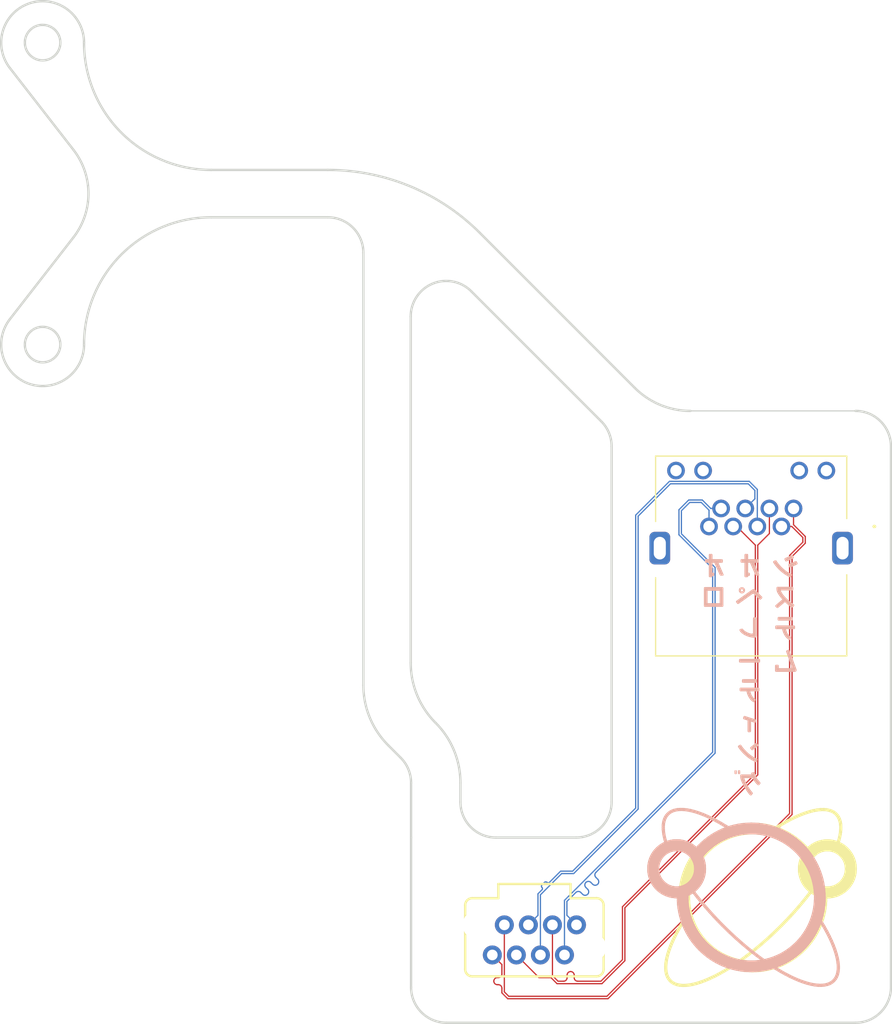
<source format=kicad_pcb>
(kicad_pcb (version 20221018) (generator pcbnew)
  (title_block (title "RJ45 Inverter") (date "2023-07-05") (rev "1") (company "Oro Operating System") (comment 1 "Joshua Lee Junon") (comment 2 "://oro.sh"))
  (layers (0 "F.Cu" signal) (1 "In1.Cu" signal) (2 "In2.Cu" signal) (31 "B.Cu" signal) (34 "B.Paste" user) (35 "F.Paste" user) (36 "B.SilkS" user "B.Silkscreen") (37 "F.SilkS" user "F.Silkscreen") (38 "B.Mask" user) (39 "F.Mask" user) (44 "Edge.Cuts" user))
  (net 0 "")
  (net 7 "/DA+")
  (net 8 "/DA-")
  (net 9 "/DB+")
  (net 10 "/DC+")
  (net 11 "/DC-")
  (net 12 "/DB-")
  (net 13 "/DD+")
  (net 14 "/DD-")
  (footprint "Oro Footprints:AJP92A8813" (layer "F.Cu") (at 144.452 134.483)
    (fp_text reference "J1" hide)
    (fp_text value "AJP92A8813")
  )
  (footprint "SamacSys_Parts:SS60300103" (layer "F.Cu") (at 165.3248 99.5668)
    (fp_text reference "J2" hide)
    (fp_text value "SS-60300-103" hide)
  )
  (gr_line (start 154.774729 129.504828) (end 154.727017 129.421482) (stroke (width 1.009898)) (layer "B.SilkS"))
  (gr_poly (pts (xy 161.701179 120.157564) (xy 161.693634 120.158215) (xy 161.686636 120.159304) (xy 161.68334 120.160015) (xy 161.680179 120.160836) (xy 161.677153 120.161769) (xy 161.674262 120.162815) (xy 161.671504 120.163972) (xy 161.668879 120.165243) (xy 161.666387 120.166627) (xy 161.664027 120.168125) (xy 161.661799 120.169738) (xy 161.659702 120.171466) (xy 161.657736 120.173309) (xy 161.6559 120.175267) (xy 161.654194 120.177343) (xy 161.652618 120.179535) (xy 161.65117 120.181844) (xy 161.649851 120.184271) (xy 161.64866 120.186817) (xy 161.647596 120.189481) (xy 161.646659 120.192265) (xy 161.645848 120.195168) (xy 161.645164 120.198192) (xy 161.644605 120.201336) (xy 161.644171 120.204601) (xy 161.643862 120.207988) (xy 161.643615 120.215129) (xy 161.646242 120.422612) (xy 161.646303 120.426244) (xy 161.646488 120.429754) (xy 161.646798 120.433141) (xy 161.647232 120.436406) (xy 161.64779 120.43955) (xy 161.648475 120.442574) (xy 161.649285 120.445477) (xy 161.650222 120.448261) (xy 161.651286 120.450925) (xy 161.652477 120.453471) (xy 161.653797 120.455898) (xy 161.655244 120.458208) (xy 161.656821 120.4604) (xy 161.658527 120.462475) (xy 161.660362 120.464434) (xy 161.662328 120.466277) (xy 161.664425 120.468004) (xy 161.666653 120.469617) (xy 161.669013 120.471115) (xy 161.671505 120.472499) (xy 161.67413 120.47377) (xy 161.676888 120.474927) (xy 161.67978 120.475972) (xy 161.682806 120.476905) (xy 161.685967 120.477727) (xy 161.689262 120.478437) (xy 161.692694 120.479037) (xy 161.696261 120.479527) (xy 161.699965 120.479907) (xy 161.703806 120.480178) (xy 161.711902 120.480394) (xy 161.780187 120.480394) (xy 161.788282 120.480178) (xy 161.795827 120.479527) (xy 161.802826 120.478437) (xy 161.806122 120.477727) (xy 161.809282 120.476905) (xy 161.812308 120.475972) (xy 161.8152 120.474927) (xy 161.817958 120.47377) (xy 161.820583 120.472499) (xy 161.823075 120.471115) (xy 161.825435 120.469617) (xy 161.827663 120.468004) (xy 161.82976 120.466277) (xy 161.831726 120.464434) (xy 161.833562 120.462475) (xy 161.835268 120.4604) (xy 161.836844 120.458208) (xy 161.838292 120.455898) (xy 161.839611 120.453471) (xy 161.840802 120.450925) (xy 161.841866 120.448261) (xy 161.842803 120.445477) (xy 161.843613 120.442574) (xy 161.844298 120.43955) (xy 161.844857 120.436406) (xy 161.84529 120.433141) (xy 161.8456 120.429754) (xy 161.845847 120.422612) (xy 161.840594 120.215129) (xy 161.840532 120.211497) (xy 161.840347 120.207988) (xy 161.840038 120.204601) (xy 161.839604 120.201336) (xy 161.839045 120.198192) (xy 161.83836 120.195168) (xy 161.83755 120.192265) (xy 161.836613 120.189481) (xy 161.835549 120.186817) (xy 161.834358 120.184271) (xy 161.833039 120.181844) (xy 161.831591 120.179535) (xy 161.830015 120.177343) (xy 161.828309 120.175267) (xy 161.826473 120.173309) (xy 161.824507 120.171466) (xy 161.82241 120.169738) (xy 161.820182 120.168125) (xy 161.817822 120.166627) (xy 161.81533 120.165243) (xy 161.812706 120.163972) (xy 161.809947 120.162815) (xy 161.807056 120.161769) (xy 161.80403 120.160836) (xy 161.800869 120.160015) (xy 161.797574 120.159304) (xy 161.794142 120.158705) (xy 161.790575 120.158215) (xy 161.786871 120.157835) (xy 161.78303 120.157564) (xy 161.774935 120.157348) (xy 161.709275 120.157348)) (fill solid) (layer "B.SilkS"))
  (gr_line (start 169.832017 135.296832) (end 169.942987 135.644689) (stroke (width 0.268845)) (layer "B.SilkS"))
  (gr_line (start 155.388981 124.492723) (end 155.408458 124.417068) (stroke (width 0.268845)) (layer "B.SilkS"))
  (gr_line (start 166.236164 126.223266) (end 166.455245 126.39622) (stroke (width 0.991126)) (layer "B.SilkS"))
  (gr_line (start 156.964571 126.545207) (end 157.058601 126.572027) (stroke (width 1.009898)) (layer "B.SilkS"))
  (gr_line (start 157.962909 130.524306) (end 157.674929 130.138001) (stroke (width 0.268845)) (layer "B.SilkS"))
  (gr_poly (pts (xy 159.277823 101.878172) (xy 159.271712 101.878673) (xy 159.265815 101.879376) (xy 159.260132 101.880282) (xy 159.254661 101.881389) (xy 159.249404 101.8827) (xy 159.244358 101.884214) (xy 159.239524 101.885932) (xy 159.234901 101.887854) (xy 159.230488 101.889981) (xy 159.226286 101.892313) (xy 159.222294 101.894852) (xy 159.21851 101.897596) (xy 159.214935 101.900548) (xy 159.211569 101.903706) (xy 159.20841 101.907073) (xy 159.205459 101.910647) (xy 159.202714 101.914431) (xy 159.200176 101.918423) (xy 159.197844 101.922626) (xy 159.195717 101.927038) (xy 159.193794 101.931661) (xy 159.192076 101.936495) (xy 159.190562 101.941541) (xy 159.189252 101.946799) (xy 159.188144 101.952269) (xy 159.187239 101.957952) (xy 159.186536 101.963849) (xy 159.186034 101.96996) (xy 159.185634 101.982826) (xy 159.185634 102.321629) (xy 158.959764 102.319002) (xy 158.946899 102.319402) (xy 158.940788 102.319902) (xy 158.934891 102.320603) (xy 158.929207 102.321503) (xy 158.923737 102.322603) (xy 158.918479 102.323904) (xy 158.913433 102.325404) (xy 158.908599 102.327104) (xy 158.903976 102.329005) (xy 158.899564 102.331106) (xy 158.895362 102.333406) (xy 158.891369 102.335907) (xy 158.887586 102.338608) (xy 158.884011 102.341508) (xy 158.880645 102.344609) (xy 158.877486 102.34791) (xy 158.874535 102.351411) (xy 158.87179 102.355112) (xy 158.869252 102.359013) (xy 158.866919 102.363114) (xy 158.864792 102.367416) (xy 158.86287 102.371917) (xy 158.861152 102.376618) (xy 158.859638 102.38152) (xy 158.858328 102.386621) (xy 158.85722 102.391922) (xy 158.856315 102.397424) (xy 158.855612 102.403126) (xy 158.85511 102.409027) (xy 158.85471 102.421431) (xy 158.85471 102.526486) (xy 158.854802 102.532766) (xy 158.855084 102.538812) (xy 158.855558 102.544635) (xy 158.856228 102.550246) (xy 158.857098 102.555657) (xy 158.858172 102.56088) (xy 158.859453 102.565926) (xy 158.860947 102.570806) (xy 158.862656 102.575532) (xy 158.864584 102.580116) (xy 158.866735 102.584569) (xy 158.869113 102.588903) (xy 158.871722 102.593129) (xy 158.874566 102.597259) (xy 158.877648 102.601305) (xy 158.880973 102.605277) (xy 158.884483 102.608169) (xy 158.888124 102.61093) (xy 158.891903 102.613552) (xy 158.895828 102.616029) (xy 158.899908 102.618351) (xy 158.904149 102.620512) (xy 158.908559 102.622504) (xy 158.913146 102.624318) (xy 158.917918 102.625948) (xy 158.922882 102.627386) (xy 158.928047 102.628623) (xy 158.933419 102.629653) (xy 158.939006 102.630467) (xy 158.944817 102.631059) (xy 158.950858 102.631419) (xy 158.957138 102.631541) (xy 159.185634 102.634167) (xy 159.183007 103.750377) (xy 159.183408 103.763243) (xy 159.18391 103.769354) (xy 159.184613 103.775251) (xy 159.185518 103.780934) (xy 159.186625 103.786404) (xy 159.187936 103.791662) (xy 159.18945 103.796708) (xy 159.191168 103.801542) (xy 159.19309 103.806165) (xy 159.195217 103.810577) (xy 159.19755 103.81478) (xy 159.200088 103.818772) (xy 159.202833 103.822555) (xy 159.205784 103.82613) (xy 159.208943 103.829496) (xy 159.212309 103.832655) (xy 159.215884 103.835607) (xy 159.219667 103.838351) (xy 159.22366 103.840889) (xy 159.227862 103.843222) (xy 159.232274 103.845349) (xy 159.236897 103.847271) (xy 159.241732 103.848989) (xy 159.246777 103.850503) (xy 159.252035 103.851814) (xy 159.257506 103.852921) (xy 159.263189 103.853826) (xy 159.269086 103.85453) (xy 159.275197 103.855031) (xy 159.288063 103.855432) (xy 159.393118 103.855432) (xy 159.405984 103.855031) (xy 159.412095 103.85453) (xy 159.417991 103.853826) (xy 159.423675 103.852921) (xy 159.429145 103.851814) (xy 159.434403 103.850503) (xy 159.439449 103.848989) (xy 159.444283 103.847271) (xy 159.448906 103.845349) (xy 159.453318 103.843222) (xy 159.457521 103.840889) (xy 159.461513 103.838351) (xy 159.465297 103.835607) (xy 159.468871 103.832655) (xy 159.472238 103.829496) (xy 159.475396 103.82613) (xy 159.478348 103.822555) (xy 159.481092 103.818772) (xy 159.483631 103.81478) (xy 159.485963 103.810577) (xy 159.48809 103.806165) (xy 159.490012 103.801542) (xy 159.49173 103.796708) (xy 159.493244 103.791662) (xy 159.494555 103.786404) (xy 159.495662 103.780934) (xy 159.496568 103.775251) (xy 159.497271 103.769354) (xy 159.497772 103.763243) (xy 159.498173 103.750377) (xy 159.545448 103.750377) (xy 159.558314 103.749976) (xy 159.564425 103.749474) (xy 159.570322 103.748771) (xy 159.576005 103.747866) (xy 159.581476 103.746759) (xy 159.586734 103.745448) (xy 159.591779 103.743934) (xy 159.596613 103.742216) (xy 159.601236 103.740294) (xy 159.605649 103.738167) (xy 159.609851 103.735834) (xy 159.613844 103.733296) (xy 159.617627 103.730551) (xy 159.621202 103.7276) (xy 159.624568 103.724441) (xy 159.627727 103.721075) (xy 159.630678 103.7175) (xy 159.633423 103.713717) (xy 159.635961 103.709725) (xy 159.638293 103.705522) (xy 159.640421 103.70111) (xy 159.642343 103.696487) (xy 159.644061 103.691653) (xy 159.645575 103.686607) (xy 159.646885 103.681349) (xy 159.647993 103.675879) (xy 159.648898 103.670196) (xy 159.649601 103.664299) (xy 159.650103 103.658188) (xy 159.650504 103.645322) (xy 159.650504 103.57441) (xy 159.650103 103.561544) (xy 159.649601 103.555433) (xy 159.648898 103.549536) (xy 159.647993 103.543853) (xy 159.646885 103.538382) (xy 159.645575 103.533124) (xy 159.644061 103.528079) (xy 159.642343 103.523245) (xy 159.640421 103.518622) (xy 159.638293 103.514209) (xy 159.635961 103.510007) (xy 159.633423 103.506014) (xy 159.630678 103.502231) (xy 159.627727 103.498656) (xy 159.624568 103.49529) (xy 159.621202 103.492131) (xy 159.617627 103.48918) (xy 159.613844 103.486435) (xy 159.609851 103.483897) (xy 159.605649 103.481565) (xy 159.601236 103.479438) (xy 159.596613 103.477515) (xy 159.591779 103.475797) (xy 159.586734 103.474283) (xy 159.581476 103.472973) (xy 159.576005 103.471865) (xy 159.570322 103.47096) (xy 159.564425 103.470257) (xy 159.558314 103.469755) (xy 159.545448 103.469355) (xy 159.498173 103.469355) (xy 159.5008 102.636794) (xy 159.655756 102.636794) (xy 160.099615 103.647948) (xy 160.104233 103.657027) (xy 160.106683 103.661358) (xy 160.109228 103.665548) (xy 160.111869 103.669598) (xy 160.114608 103.673507) (xy 160.117444 103.677275) (xy 160.12038 103.680901) (xy 160.123415 103.684385) (xy 160.126552 103.687725) (xy 160.129791 103.690923) (xy 160.133132 103.693977) (xy 160.136577 103.696886) (xy 160.140128 103.699651) (xy 160.143784 103.70227) (xy 160.147546 103.704744) (xy 160.151417 103.707071) (xy 160.155396 103.709252) (xy 160.159485 103.711286) (xy 160.163684 103.713172) (xy 160.167995 103.71491) (xy 160.172419 103.716499) (xy 160.176956 103.717939) (xy 160.181607 103.71923) (xy 160.186374 103.72037) (xy 160.191257 103.72136) (xy 160.196258 103.7222) (xy 160.201377 103.722887) (xy 160.206615 103.723423) (xy 160.211973 103.723806) (xy 160.217453 103.724036) (xy 160.223055 103.724113) (xy 160.349121 103.724113) (xy 160.354447 103.724021) (xy 160.359591 103.723749) (xy 160.364558 103.723299) (xy 160.369353 103.722677) (xy 160.373978 103.721885) (xy 160.378437 103.720928) (xy 160.382735 103.719809) (xy 160.386876 103.718532) (xy 160.390862 103.717102) (xy 160.394698 103.715521) (xy 160.398389 103.713794) (xy 160.401936 103.711925) (xy 160.405346 103.709917) (xy 160.40862 103.707775) (xy 160.411764 103.705502) (xy 160.414781 103.703102) (xy 160.417643 103.700608) (xy 160.420321 103.698049) (xy 160.422814 103.695421) (xy 160.425123 103.69272) (xy 160.427246 103.689941) (xy 160.429185 103.687082) (xy 160.43094 103.684138) (xy 160.432509 103.681106) (xy 160.433894 103.677982) (xy 160.435095 103.674761) (xy 160.43611 103.67144) (xy 160.436941 103.668015) (xy 160.437588 103.664483) (xy 160.438049 103.660839) (xy 160.438326 103.65708) (xy 160.438419 103.653201) (xy 160.438358 103.650216) (xy 160.438178 103.647169) (xy 160.437882 103.64406) (xy 160.437475 103.64089) (xy 160.43696 103.637658) (xy 160.436341 103.634365) (xy 160.435622 103.63101) (xy 160.434807 103.627594) (xy 160.4339 103.624116) (xy 160.432904 103.620576) (xy 160.430662 103.613313) (xy 160.428113 103.605803) (xy 160.425287 103.598047) (xy 160.010318 102.63942) (xy 160.27033 102.642046) (xy 160.276393 102.641946) (xy 160.282272 102.641646) (xy 160.287966 102.641144) (xy 160.293475 102.640441) (xy 160.2988 102.639536) (xy 160.303939 102.638428) (xy 160.308895 102.637117) (xy 160.313665 102.635603) (xy 160.318251 102.633886) (xy 160.322653 102.631963) (xy 160.326869 102.629836) (xy 160.330901 102.627504) (xy 160.334748 102.624965) (xy 160.338411 102.622221) (xy 160.341889 102.619269) (xy 160.345182 102.616111) (xy 160.348291 102.612744) (xy 160.351214 102.60917) (xy 160.353954 102.605386) (xy 160.356508 102.601394) (xy 160.358878 102.597192) (xy 160.361063 102.592779) (xy 160.363064 102.588156) (xy 160.36488 102.583322) (xy 160.366511 102.578276) (xy 160.367958 102.573019) (xy 160.36922 102.567548) (xy 160.370297 102.561865) (xy 160.371189 102.555968) (xy 160.371897 102.549857) (xy 160.372759 102.536991) (xy 160.375385 102.434563) (xy 160.375725 102.428224) (xy 160.375765 102.422016) (xy 160.375512 102.415946) (xy 160.374975 102.410022) (xy 160.374161 102.404253) (xy 160.373077 102.398645) (xy 160.371732 102.393206) (xy 160.370133 102.387944) (xy 160.368287 102.382867) (xy 160.366203 102.377983) (xy 160.363889 102.373298) (xy 160.361351 102.368821) (xy 160.358597 102.36456) (xy 160.355636 102.360521) (xy 160.352475 102.356714) (xy 160.349121 102.353145) (xy 160.345611 102.34982) (xy 160.341971 102.346738) (xy 160.338191 102.343894) (xy 160.334266 102.341285) (xy 160.330187 102.338907) (xy 160.325946 102.336756) (xy 160.321535 102.334828) (xy 160.316948 102.333119) (xy 160.312176 102.331626) (xy 160.307212 102.330344) (xy 160.302048 102.32927) (xy 160.296676 102.3284) (xy 160.291089 102.32773) (xy 160.285278 102.327256) (xy 160.279237 102.326974) (xy 160.272957 102.326881) (xy 159.5008 102.321629) (xy 159.5008 101.982826) (xy 159.500399 101.96996) (xy 159.499897 101.963849) (xy 159.499194 101.957952) (xy 159.498289 101.952269) (xy 159.497181 101.946799) (xy 159.495871 101.941541) (xy 159.494357 101.936495) (xy 159.492639 101.931661) (xy 159.490717 101.927038) (xy 159.48859 101.922626) (xy 159.486257 101.918423) (xy 159.483719 101.914431) (xy 159.480974 101.910647) (xy 159.478023 101.907073) (xy 159.474864 101.903706) (xy 159.471498 101.900548) (xy 159.467923 101.897596) (xy 159.46414 101.894852) (xy 159.460147 101.892313) (xy 159.455945 101.889981) (xy 159.451533 101.887854) (xy 159.44691 101.885932) (xy 159.442076 101.884214) (xy 159.43703 101.8827) (xy 159.431772 101.881389) (xy 159.426302 101.880282) (xy 159.420618 101.879376) (xy 159.414721 101.878673) (xy 159.40861 101.878172) (xy 159.395745 101.877771) (xy 159.290689 101.877771)) (fill solid) (layer "B.SilkS"))
  (gr_poly (pts (xy 161.968753 104.693555) (xy 161.955334 104.694474) (xy 161.942161 104.696001) (xy 161.929234 104.698131) (xy 161.916554 104.700862) (xy 161.90412 104.704189) (xy 161.891932 104.708109) (xy 161.87999 104.712617) (xy 161.868294 104.717711) (xy 161.856845 104.723385) (xy 161.845642 104.729636) (xy 161.834685 104.73646) (xy 161.823974 104.743854) (xy 161.813509 104.751813) (xy 161.803291 104.760334) (xy 161.793319 104.769413) (xy 161.78424 104.779385) (xy 161.775719 104.789603) (xy 161.76776 104.800067) (xy 161.760366 104.810778) (xy 161.753542 104.821735) (xy 161.747291 104.832938) (xy 161.741617 104.844388) (xy 161.736524 104.856083) (xy 161.732015 104.868025) (xy 161.728096 104.880213) (xy 161.724768 104.892647) (xy 161.722037 104.905328) (xy 161.719907 104.918254) (xy 161.71838 104.931427) (xy 161.717461 104.944846) (xy 161.717154 104.958512) (xy 161.717461 104.972177) (xy 161.71838 104.985596) (xy 161.719907 104.998769) (xy 161.722037 105.011696) (xy 161.724768 105.024376) (xy 161.728096 105.036811) (xy 161.732015 105.048999) (xy 161.736524 105.06094) (xy 161.741617 105.072636) (xy 161.747291 105.084085) (xy 161.753542 105.095289) (xy 161.760366 105.106245) (xy 161.76776 105.116956) (xy 161.775719 105.127421) (xy 161.78424 105.137639) (xy 161.793319 105.147611) (xy 161.803291 105.15669) (xy 161.813509 105.165211) (xy 161.823974 105.17317) (xy 161.834685 105.180564) (xy 161.845642 105.187388) (xy 161.856845 105.193639) (xy 161.868294 105.199313) (xy 161.87999 105.204406) (xy 161.891932 105.208915) (xy 161.90412 105.212834) (xy 161.916554 105.216162) (xy 161.929234 105.218892) (xy 161.942161 105.221023) (xy 161.955334 105.22255) (xy 161.968753 105.223469) (xy 161.982418 105.223776) (xy 161.996083 105.223469) (xy 162.009498 105.22255) (xy 162.022659 105.221023) (xy 162.035562 105.218892) (xy 162.048203 105.216162) (xy 162.060579 105.212834) (xy 162.072686 105.208915) (xy 162.084519 105.204406) (xy 162.096076 105.199313) (xy 162.107351 105.193639) (xy 162.118342 105.187388) (xy 162.129045 105.180564) (xy 162.139455 105.17317) (xy 162.149568 105.165211) (xy 162.159382 105.15669) (xy 162.168892 105.147611) (xy 162.178433 105.137639) (xy 162.187358 105.127421) (xy 162.195669 105.116956) (xy 162.203363 105.106245) (xy 162.210442 105.095289) (xy 162.216905 105.084085) (xy 162.222753 105.072636) (xy 162.227985 105.06094) (xy 162.232602 105.048999) (xy 162.236603 105.036811) (xy 162.239989 105.024376) (xy 162.242759 105.011696) (xy 162.244913 104.998769) (xy 162.246452 104.985596) (xy 162.247376 104.972177) (xy 162.247683 104.958512) (xy 162.076969 104.958512) (xy 162.076846 104.963375) (xy 162.076481 104.96812) (xy 162.075878 104.972749) (xy 162.07504 104.977266) (xy 162.073971 104.981675) (xy 162.072675 104.985981) (xy 162.071156 104.990187) (xy 162.069418 104.994296) (xy 162.067464 104.998313) (xy 162.065299 105.002242) (xy 162.062926 105.006086) (xy 162.060349 105.009849) (xy 162.057572 105.013536) (xy 162.054598 105.017149) (xy 162.051433 105.020693) (xy 162.048078 105.024171) (xy 162.0446 105.027525) (xy 162.041056 105.030691) (xy 162.037443 105.033664) (xy 162.033757 105.036441) (xy 162.029993 105.039018) (xy 162.026149 105.041391) (xy 162.022221 105.043557) (xy 162.018203 105.04551) (xy 162.014094 105.047249) (xy 162.009888 105.048768) (xy 162.005582 105.050064) (xy 162.001173 105.051132) (xy 161.996655 105.051971) (xy 161.992026 105.052574) (xy 161.987282 105.052939) (xy 161.982418 105.053061) (xy 161.977554 105.052939) (xy 161.972805 105.052574) (xy 161.968164 105.051971) (xy 161.963623 105.051132) (xy 161.959175 105.050064) (xy 161.954811 105.048768) (xy 161.950524 105.047249) (xy 161.946306 105.04551) (xy 161.942149 105.043557) (xy 161.938047 105.041391) (xy 161.933991 105.039018) (xy 161.929973 105.036441) (xy 161.925986 105.033664) (xy 161.922022 105.030691) (xy 161.918074 105.027525) (xy 161.914133 105.024171) (xy 161.910808 105.020693) (xy 161.907726 105.017149) (xy 161.904882 105.013536) (xy 161.902273 105.009849) (xy 161.899895 105.006086) (xy 161.897744 105.002242) (xy 161.895816 104.998313) (xy 161.894107 104.994296) (xy 161.892613 104.990187) (xy 161.891331 104.985981) (xy 161.890257 104.981675) (xy 161.889387 104.977266) (xy 161.888717 104.972749) (xy 161.888243 104.96812) (xy 161.887962 104.963375) (xy 161.887869 104.958512) (xy 161.887962 104.953619) (xy 161.888243 104.948791) (xy 161.888717 104.944033) (xy 161.889387 104.939347) (xy 161.890257 104.934739) (xy 161.891331 104.930212) (xy 161.892613 104.925769) (xy 161.894107 104.921414) (xy 161.895816 104.917152) (xy 161.897744 104.912986) (xy 161.899895 104.90892) (xy 161.902273 104.904958) (xy 161.904882 104.901104) (xy 161.907726 104.897361) (xy 161.910808 104.893734) (xy 161.914133 104.890226) (xy 161.918074 104.886901) (xy 161.922022 104.883819) (xy 161.925986 104.880975) (xy 161.929973 104.878366) (xy 161.933991 104.875988) (xy 161.938047 104.873837) (xy 161.942149 104.871909) (xy 161.946306 104.8702) (xy 161.950524 104.868707) (xy 161.954811 104.867425) (xy 161.959175 104.866351) (xy 161.963623 104.865481) (xy 161.968164 104.864811) (xy 161.972805 104.864337) (xy 161.977554 104.864055) (xy 161.982418 104.863962) (xy 161.987282 104.864055) (xy 161.992026 104.864337) (xy 161.996655 104.864811) (xy 162.001173 104.865481) (xy 162.005582 104.866351) (xy 162.009888 104.867425) (xy 162.014094 104.868707) (xy 162.018203 104.8702) (xy 162.022221 104.871909) (xy 162.026149 104.873837) (xy 162.029993 104.875988) (xy 162.033757 104.878366) (xy 162.037443 104.880975) (xy 162.041056 104.883819) (xy 162.0446 104.886901) (xy 162.048078 104.890226) (xy 162.051433 104.893734) (xy 162.054598 104.897361) (xy 162.057572 104.901104) (xy 162.060349 104.904958) (xy 162.062926 104.90892) (xy 162.065299 104.912986) (xy 162.067464 104.917152) (xy 162.069418 104.921414) (xy 162.071156 104.925769) (xy 162.072675 104.930212) (xy 162.073971 104.934739) (xy 162.07504 104.939347) (xy 162.075878 104.944033) (xy 162.076481 104.948791) (xy 162.076846 104.953619) (xy 162.076969 104.958512) (xy 162.247683 104.958512) (xy 162.247376 104.944846) (xy 162.246452 104.931427) (xy 162.244913 104.918254) (xy 162.242759 104.905328) (xy 162.239989 104.892647) (xy 162.236603 104.880213) (xy 162.232602 104.868025) (xy 162.227985 104.856083) (xy 162.222753 104.844388) (xy 162.216905 104.832938) (xy 162.210442 104.821735) (xy 162.203363 104.810778) (xy 162.195669 104.800067) (xy 162.187358 104.789603) (xy 162.178433 104.779385) (xy 162.168892 104.769413) (xy 162.159382 104.760334) (xy 162.149568 104.751813) (xy 162.139455 104.743854) (xy 162.129045 104.73646) (xy 162.118342 104.729636) (xy 162.107351 104.723385) (xy 162.096076 104.717711) (xy 162.084519 104.712617) (xy 162.072686 104.708109) (xy 162.060579 104.704189) (xy 162.048203 104.700862) (xy 162.035562 104.698131) (xy 162.022659 104.696001) (xy 162.009498 104.694474) (xy 161.996083 104.693555) (xy 161.982418 104.693248)) (fill solid) (layer "B.SilkS"))
  (gr_line (start 167.57539 134.144821) (end 167.413663 134.373176) (stroke (width 0.991126)) (layer "B.SilkS"))
  (gr_line (start 168.305365 132.620615) (end 168.214148 132.891156) (stroke (width 0.991126)) (layer "B.SilkS"))
  (gr_line (start 169.942987 135.644689) (end 170.028695 135.97665) (stroke (width 0.268845)) (layer "B.SilkS"))
  (gr_line (start 157.058601 126.572027) (end 157.15067 126.603317) (stroke (width 1.009898)) (layer "B.SilkS"))
  (gr_line (start 158.318723 123.750226) (end 158.675905 123.883545) (stroke (width 0.268845)) (layer "B.SilkS"))
  (gr_line (start 170.023962 137.468438) (end 169.981655 137.572123) (stroke (width 0.268845)) (layer "B.SilkS"))
  (gr_poly (pts (xy 162.957986 104.861551) (xy 162.948717 104.862193) (xy 162.939503 104.863258) (xy 162.930338 104.864742) (xy 162.921219 104.866642) (xy 162.912143 104.868953) (xy 162.903105 104.871673) (xy 162.894102 104.874796) (xy 162.88513 104.878319) (xy 162.876184 104.882239) (xy 162.867262 104.886551) (xy 162.858359 104.891252) (xy 162.849471 104.896337) (xy 162.840595 104.901804) (xy 162.831726 104.907647) (xy 162.822862 104.913863) (xy 161.533307 105.830468) (xy 161.52709 105.834961) (xy 161.521247 105.839574) (xy 161.515781 105.844301) (xy 161.510695 105.84914) (xy 161.505995 105.854087) (xy 161.501683 105.859138) (xy 161.497763 105.864289) (xy 161.49424 105.869536) (xy 161.491116 105.874875) (xy 161.488397 105.880303) (xy 161.486085 105.885815) (xy 161.484186 105.891408) (xy 161.483391 105.894234) (xy 161.482701 105.897079) (xy 161.482116 105.899941) (xy 161.481636 105.902822) (xy 161.481262 105.90572) (xy 161.480994 105.908634) (xy 161.480833 105.911565) (xy 161.48078 105.914512) (xy 161.480872 105.91802) (xy 161.481149 105.921643) (xy 161.481611 105.925373) (xy 161.482257 105.929204) (xy 161.483088 105.933127) (xy 161.484103 105.937134) (xy 161.485304 105.941219) (xy 161.486689 105.945372) (xy 161.488258 105.949588) (xy 161.490013 105.953857) (xy 161.491952 105.958172) (xy 161.494075 105.962526) (xy 161.496383 105.966911) (xy 161.498876 105.971318) (xy 161.501554 105.975741) (xy 161.504416 105.980172) (xy 161.570077 106.069469) (xy 161.57454 106.075656) (xy 161.579069 106.081416) (xy 161.583667 106.086752) (xy 161.588338 106.09167) (xy 161.593086 106.096172) (xy 161.597915 106.100262) (xy 161.602829 106.103945) (xy 161.607831 106.107223) (xy 161.612925 106.110101) (xy 161.618116 106.112584) (xy 161.620748 106.113677) (xy 161.623406 106.114673) (xy 161.62609 106.115572) (xy 161.628801 106.116374) (xy 161.634303 106.117691) (xy 161.639917 106.118626) (xy 161.645646 106.119185) (xy 161.651494 106.11937) (xy 161.655897 106.119278) (xy 161.660245 106.119001) (xy 161.664548 106.118539) (xy 161.668812 106.117893) (xy 161.673045 106.117062) (xy 161.677255 106.116046) (xy 161.68145 106.114846) (xy 161.685637 106.113461) (xy 161.689824 106.111891) (xy 161.694019 106.110137) (xy 161.698229 106.108198) (xy 161.702462 106.106074) (xy 161.706726 106.103766) (xy 161.711029 106.101273) (xy 161.715377 106.098595) (xy 161.71978 106.095733) (xy 162.86751 105.276303) (xy 162.871913 105.272979) (xy 162.876261 105.269896) (xy 162.880564 105.267053) (xy 162.884828 105.264443) (xy 162.889061 105.262065) (xy 162.893271 105.259914) (xy 162.897466 105.257986) (xy 162.901653 105.256277) (xy 162.90584 105.254784) (xy 162.910035 105.253502) (xy 162.914245 105.252428) (xy 162.918478 105.251558) (xy 162.922742 105.250888) (xy 162.927045 105.250414) (xy 162.931393 105.250132) (xy 162.935796 105.250039) (xy 162.941182 105.250193) (xy 162.946512 105.250655) (xy 162.951787 105.251424) (xy 162.957012 105.252502) (xy 162.962191 105.253887) (xy 162.967328 105.255579) (xy 162.972426 105.25758) (xy 162.97749 105.259888) (xy 162.982522 105.262504) (xy 162.987528 105.265428) (xy 162.992511 105.26866) (xy 162.997475 105.2722) (xy 163.002423 105.276047) (xy 163.00736 105.280202) (xy 163.012289 105.284665) (xy 163.017214 105.289435) (xy 163.44794 105.717534) (xy 163.453327 105.721843) (xy 163.458651 105.725901) (xy 163.463914 105.729705) (xy 163.469116 105.733252) (xy 163.474256 105.736537) (xy 163.479334 105.739556) (xy 163.484351 105.742306) (xy 163.489306 105.744783) (xy 163.4942 105.746983) (xy 163.499032 105.748903) (xy 163.503803 105.750537) (xy 163.508512 105.751883) (xy 163.513159 105.752936) (xy 163.517745 105.753694) (xy 163.522269 105.754151) (xy 163.526732 105.754304) (xy 163.531194 105.754151) (xy 163.535709 105.753694) (xy 163.540271 105.752936) (xy 163.544871 105.751883) (xy 163.549501 105.750537) (xy 163.554155 105.748903) (xy 163.558824 105.746983) (xy 163.563501 105.744783) (xy 163.568178 105.742306) (xy 163.572848 105.739556) (xy 163.577501 105.736537) (xy 163.582132 105.733252) (xy 163.586732 105.729705) (xy 163.591294 105.725901) (xy 163.595809 105.721843) (xy 163.600271 105.717534) (xy 163.67381 105.64137) (xy 163.678118 105.636013) (xy 163.682176 105.630772) (xy 163.68598 105.625638) (xy 163.689527 105.620605) (xy 163.692812 105.615664) (xy 163.695831 105.610807) (xy 163.698581 105.606028) (xy 163.701058 105.601317) (xy 163.703258 105.596669) (xy 163.705177 105.592074) (xy 163.706812 105.587525) (xy 163.708158 105.583015) (xy 163.709211 105.578535) (xy 163.709968 105.574079) (xy 163.710426 105.569638) (xy 163.710579 105.565204) (xy 163.710426 105.560281) (xy 163.709968 105.555361) (xy 163.709211 105.550448) (xy 163.708158 105.545548) (xy 163.706812 105.540662) (xy 163.705177 105.535796) (xy 163.703258 105.530953) (xy 163.701058 105.526137) (xy 163.698581 105.521352) (xy 163.695831 105.516601) (xy 163.692812 105.511889) (xy 163.689527 105.507219) (xy 163.68598 105.502595) (xy 163.682176 105.498022) (xy 163.678118 105.493502) (xy 163.67381 105.48904) (xy 163.127522 104.937501) (xy 163.118134 104.928422) (xy 163.10868 104.919901) (xy 163.099158 104.911942) (xy 163.089562 104.904548) (xy 163.07989 104.897724) (xy 163.070136 104.891473) (xy 163.060298 104.885799) (xy 163.050372 104.880706) (xy 163.040353 104.876197) (xy 163.030238 104.872278) (xy 163.020023 104.86895) (xy 163.009704 104.866219) (xy 162.999277 104.864089) (xy 162.988739 104.862562) (xy 162.978085 104.861643) (xy 162.967312 104.861336)) (fill solid) (layer "B.SilkS"))
  (gr_line (start 168.695252 138.317353) (end 168.422309 138.312083) (stroke (width 0.268845)) (layer "B.SilkS"))
  (gr_line (start 170.05906 137.358966) (end 170.023962 137.468438) (stroke (width 0.268845)) (layer "B.SilkS"))
  (gr_line (start 167.059155 134.804572) (end 166.867106 135.006878) (stroke (width 0.991126)) (layer "B.SilkS"))
  (gr_line (start 155.974155 126.545207) (end 156.070021 126.522984) (stroke (width 1.009898)) (layer "B.SilkS"))
  (gr_line (start 158.582115 131.304766) (end 158.265423 130.913471) (stroke (width 0.268845)) (layer "B.SilkS"))
  (gr_line (start 156.868705 130.42263) (end 156.771126 130.440133) (stroke (width 1.009898)) (layer "B.SilkS"))
  (gr_line (start 155.283798 130.067671) (end 155.208943 130.008587) (stroke (width 1.009898)) (layer "B.SilkS"))
  (gr_line (start 155.002619 127.134603) (end 155.068229 127.065482) (stroke (width 1.009898)) (layer "B.SilkS"))
  (gr_line (start 162.767664 125.065648) (end 163.065878 125.073231) (stroke (width 0.991126)) (layer "B.SilkS"))
  (gr_line (start 163.360198 125.095739) (end 163.650258 125.132802) (stroke (width 0.991126)) (layer "B.SilkS"))
  (gr_line (start 154.608097 127.78849) (end 154.643577 127.698109) (stroke (width 1.009898)) (layer "B.SilkS"))
  (gr_line (start 155.393207 125.579807) (end 155.362733 125.377143) (stroke (width 0.268845)) (layer "B.SilkS"))
  (gr_line (start 156.976968 131.189057) (end 156.969417 130.889544) (stroke (width 0.991126)) (layer "B.SilkS"))
  (gr_line (start 154.49809 128.269315) (end 154.510692 128.169711) (stroke (width 1.009898)) (layer "B.SilkS"))
  (gr_line (start 170.087019 137.243847) (end 170.05906 137.358966) (stroke (width 0.268845)) (layer "B.SilkS"))
  (gr_line (start 155.488596 126.008311) (end 155.435215 125.790305) (stroke (width 0.268845)) (layer "B.SilkS"))
  (gr_line (start 154.82627 129.585579) (end 154.774729 129.504828) (stroke (width 1.009898)) (layer "B.SilkS"))
  (gr_line (start 154.608097 129.157124) (end 154.576945 129.064649) (stroke (width 1.009898)) (layer "B.SilkS"))
  (gr_line (start 170.108685 136.442345) (end 170.122123 136.58842) (stroke (width 0.268845)) (layer "B.SilkS"))
  (gr_line (start 157.338971 123.499369) (end 157.649171 123.557599) (stroke (width 0.268845)) (layer "B.SilkS"))
  (gr_line (start 169.39001 138.168313) (end 169.287929 138.210716) (stroke (width 0.268845)) (layer "B.SilkS"))
  (gr_line (start 155.524861 126.722762) (end 155.6103 126.67881) (stroke (width 1.009898)) (layer "B.SilkS"))
  (gr_line (start 155.63396 123.959419) (end 155.679154 123.904807) (stroke (width 0.268845)) (layer "B.SilkS"))
  (gr_line (start 155.408458 124.417068) (end 155.43108 124.3439) (stroke (width 0.268845)) (layer "B.SilkS"))
  (gr_line (start 163.360198 136.683355) (end 163.065878 136.705862) (stroke (width 0.991126)) (layer "B.SilkS"))
  (gr_line (start 168.536272 131.484659) (end 168.499371 131.775982) (stroke (width 0.991126)) (layer "B.SilkS"))
  (gr_line (start 167.413663 134.373176) (end 167.241463 134.593215) (stroke (width 0.991126)) (layer "B.SilkS"))
  (gr_line (start 156.969417 130.889544) (end 156.970243 130.7907) (stroke (width 0.991126)) (layer "B.SilkS"))
  (gr_poly (pts (xy 158.860229 104.683143) (xy 158.854118 104.683645) (xy 158.848221 104.684348) (xy 158.842537 104.685253) (xy 158.837067 104.686361) (xy 158.831809 104.687671) (xy 158.826763 104.689185) (xy 158.821929 104.690903) (xy 158.817306 104.692825) (xy 158.812894 104.694952) (xy 158.808691 104.697285) (xy 158.804699 104.699823) (xy 158.800916 104.702568) (xy 158.797341 104.705519) (xy 158.793974 104.708678) (xy 158.790816 104.712044) (xy 158.787864 104.715619) (xy 158.78512 104.719402) (xy 158.782581 104.723395) (xy 158.780249 104.727597) (xy 158.778122 104.732009) (xy 158.776199 104.736632) (xy 158.774482 104.741467) (xy 158.772968 104.746512) (xy 158.771657 104.75177) (xy 158.770549 104.75724) (xy 158.769644 104.762924) (xy 158.768941 104.768821) (xy 158.768439 104.774932) (xy 158.768039 104.787797) (xy 158.768039 106.253315) (xy 158.768439 106.266181) (xy 158.768941 106.272292) (xy 158.769644 106.278189) (xy 158.770549 106.283872) (xy 158.771657 106.289342) (xy 158.772968 106.2946) (xy 158.774482 106.299646) (xy 158.776199 106.30448) (xy 158.778122 106.309103) (xy 158.780249 106.313515) (xy 158.782581 106.317718) (xy 158.78512 106.32171) (xy 158.787864 106.325494) (xy 158.790816 106.329068) (xy 158.793974 106.332435) (xy 158.797341 106.335593) (xy 158.800916 106.338545) (xy 158.804699 106.341289) (xy 158.808691 106.343827) (xy 158.812894 106.34616) (xy 158.817306 106.348287) (xy 158.821929 106.350209) (xy 158.826763 106.351927) (xy 158.831809 106.353441) (xy 158.837067 106.354752) (xy 158.842537 106.355859) (xy 158.848221 106.356764) (xy 158.854118 106.357468) (xy 158.860229 106.357969) (xy 158.873094 106.35837) (xy 160.312352 106.35837) (xy 160.325218 106.357969) (xy 160.331329 106.357468) (xy 160.337226 106.356764) (xy 160.342909 106.355859) (xy 160.34838 106.354752) (xy 160.353637 106.353441) (xy 160.358683 106.351927) (xy 160.363517 106.350209) (xy 160.36814 106.348287) (xy 160.372553 106.34616) (xy 160.376755 106.343827) (xy 160.380747 106.341289) (xy 160.384531 106.338545) (xy 160.388105 106.335593) (xy 160.391472 106.332435) (xy 160.394631 106.329068) (xy 160.397582 106.325494) (xy 160.400327 106.32171) (xy 160.402865 106.317718) (xy 160.405197 106.313515) (xy 160.407324 106.309103) (xy 160.409247 106.30448) (xy 160.410965 106.299646) (xy 160.412479 106.2946) (xy 160.413789 106.289342) (xy 160.414897 106.283872) (xy 160.415802 106.278189) (xy 160.416505 106.272292) (xy 160.417007 106.266181) (xy 160.417407 106.253315) (xy 160.417407 104.997907) (xy 160.102242 104.997907) (xy 160.102242 106.043205) (xy 159.083205 106.043205) (xy 159.083205 104.997907) (xy 160.102242 104.997907) (xy 160.417407 104.997907) (xy 160.417407 104.787797) (xy 160.417007 104.774932) (xy 160.416505 104.768821) (xy 160.415802 104.762924) (xy 160.414897 104.75724) (xy 160.413789 104.75177) (xy 160.412479 104.746512) (xy 160.410965 104.741467) (xy 160.409247 104.736632) (xy 160.407324 104.732009) (xy 160.405197 104.727597) (xy 160.402865 104.723395) (xy 160.400327 104.719402) (xy 160.397582 104.715619) (xy 160.394631 104.712044) (xy 160.391472 104.708678) (xy 160.388105 104.705519) (xy 160.384531 104.702568) (xy 160.380747 104.699823) (xy 160.376755 104.697285) (xy 160.372553 104.694952) (xy 160.36814 104.692825) (xy 160.363517 104.690903) (xy 160.358683 104.689185) (xy 160.353637 104.687671) (xy 160.34838 104.686361) (xy 160.342909 104.685253) (xy 160.337226 104.684348) (xy 160.331329 104.683645) (xy 160.325218 104.683143) (xy 160.312352 104.682742) (xy 158.873094 104.682742)) (fill solid) (layer "B.SilkS"))
  (gr_line (start 167.72628 133.908517) (end 167.57539 134.144821) (stroke (width 0.991126)) (layer "B.SilkS"))
  (gr_line (start 155.727652 123.853007) (end 155.805831 123.781377) (stroke (width 0.268845)) (layer "B.SilkS"))
  (gr_line (start 155.456865 124.273261) (end 155.485835 124.205192) (stroke (width 0.268845)) (layer "B.SilkS"))
  (gr_line (start 159.983502 132.876661) (end 159.613678 132.484139) (stroke (width 0.268845)) (layer "B.SilkS"))
  (gr_line (start 155.880125 126.572027) (end 155.974155 126.545207) (stroke (width 1.009898)) (layer "B.SilkS"))
  (gr_line (start 167.241463 127.185876) (end 167.413663 127.405915) (stroke (width 0.991126)) (layer "B.SilkS"))
  (gr_line (start 155.788056 130.342297) (end 155.698073 130.306661) (stroke (width 1.009898)) (layer "B.SilkS"))
  (gr_line (start 160.785331 125.415465) (end 161.09863 125.310963) (stroke (width 0.991126)) (layer "B.SilkS"))
  (gr_line (start 169.287929 138.210716) (end 169.180184 138.246005) (stroke (width 0.268845)) (layer "B.SilkS"))
  (gr_line (start 155.441882 126.770685) (end 155.524861 126.722762) (stroke (width 1.009898)) (layer "B.SilkS"))
  (gr_line (start 156.67196 130.45279) (end 156.571331 130.460476) (stroke (width 1.009898)) (layer "B.SilkS"))
  (gr_line (start 168.305365 129.158475) (end 168.383552 129.434762) (stroke (width 0.991126)) (layer "B.SilkS"))
  (gr_line (start 164.216136 125.249129) (end 164.491224 125.327658) (stroke (width 0.991126)) (layer "B.SilkS"))
  (gr_line (start 156.970243 130.7907) (end 156.972703 130.692271) (stroke (width 0.991126)) (layer "B.SilkS"))
  (gr_line (start 158.869918 135.199767) (end 158.668501 135.006878) (stroke (width 0.991126)) (layer "B.SilkS"))
  (gr_line (start 170.088589 136.291599) (end 170.108685 136.442345) (stroke (width 0.268845)) (layer "B.SilkS"))
  (gr_line (start 170.122123 136.58842) (end 170.128832 136.729685) (stroke (width 0.268845)) (layer "B.SilkS"))
  (gr_line (start 163.065878 136.705862) (end 162.767664 136.713446) (stroke (width 0.991126)) (layer "B.SilkS"))
  (gr_line (start 159.352782 126.183662) (end 159.619529 125.999174) (stroke (width 0.991126)) (layer "B.SilkS"))
  (gr_line (start 163.650258 136.646292) (end 163.360198 136.683355) (stroke (width 0.991126)) (layer "B.SilkS"))
  (gr_line (start 169.696333 134.934194) (end 169.832017 135.296832) (stroke (width 0.268845)) (layer "B.SilkS"))
  (gr_line (start 170.028695 135.97665) (end 170.061903 136.13632) (stroke (width 0.268845)) (layer "B.SilkS"))
  (gr_line (start 155.002619 129.811011) (end 154.940339 129.738796) (stroke (width 1.009898)) (layer "B.SilkS"))
  (gr_line (start 162.469479 136.705862) (end 162.175186 136.683355) (stroke (width 0.991126)) (layer "B.SilkS"))
  (gr_line (start 158.388483 128.970204) (end 158.361781 129.064649) (stroke (width 1.009898)) (layer "B.SilkS"))
  (gr_line (start 157.649171 123.557599) (end 157.976117 123.641398) (stroke (width 0.268845)) (layer "B.SilkS"))
  (gr_line (start 168.499371 130.003107) (end 168.536272 130.29443) (stroke (width 0.991126)) (layer "B.SilkS"))
  (gr_line (start 166.008803 126.060831) (end 166.236164 126.223266) (stroke (width 0.991126)) (layer "B.SilkS"))
  (gr_line (start 155.068229 129.880132) (end 155.002619 129.811011) (stroke (width 1.009898)) (layer "B.SilkS"))
  (gr_line (start 163.650258 125.132802) (end 163.935693 125.184054) (stroke (width 0.991126)) (layer "B.SilkS"))
  (gr_line (start 155.208943 130.008587) (end 155.137045 129.946032) (stroke (width 1.009898)) (layer "B.SilkS"))
  (gr_line (start 158.361781 129.064649) (end 158.330629 129.157124) (stroke (width 1.009898)) (layer "B.SilkS"))
  (gr_line (start 168.499371 131.775982) (end 168.448342 132.062661) (stroke (width 0.991126)) (layer "B.SilkS"))
  (gr_line (start 157.230281 132.620615) (end 157.152096 132.344328) (stroke (width 0.991126)) (layer "B.SilkS"))
  (gr_line (start 155.435215 125.790305) (end 155.393207 125.579807) (stroke (width 0.268845)) (layer "B.SilkS"))
  (gr_line (start 158.295149 129.247505) (end 158.255468 129.335666) (stroke (width 1.009898)) (layer "B.SilkS"))
  (gr_line (start 156.070021 130.42263) (end 155.974155 130.400407) (stroke (width 1.009898)) (layer "B.SilkS"))
  (gr_line (start 158.295149 127.698109) (end 158.330629 127.78849) (stroke (width 1.009898)) (layer "B.SilkS"))
  (gr_line (start 169.180184 138.246005) (end 168.948237 138.295506) (stroke (width 0.268845)) (layer "B.SilkS"))
  (gr_line (start 168.448342 132.062661) (end 168.383552 132.344328) (stroke (width 0.991126)) (layer "B.SilkS"))
  (gr_poly (pts (xy 163.012227 107.233352) (xy 163.006116 107.233854) (xy 163.000219 107.234557) (xy 162.994536 107.235462) (xy 162.989065 107.23657) (xy 162.983808 107.23788) (xy 162.978762 107.239394) (xy 162.973928 107.241112) (xy 162.969305 107.243034) (xy 162.964892 107.245161) (xy 162.96069 107.247494) (xy 162.956698 107.250032) (xy 162.952914 107.252777) (xy 162.94934 107.255728) (xy 162.945973 107.258887) (xy 162.942814 107.262253) (xy 162.939863 107.265828) (xy 162.937118 107.269611) (xy 162.93458 107.273604) (xy 162.932248 107.277806) (xy 162.930121 107.282218) (xy 162.928198 107.286841) (xy 162.92648 107.291675) (xy 162.924967 107.296721) (xy 162.923656 107.301979) (xy 162.922548 107.307449) (xy 162.921643 107.313133) (xy 162.92094 107.319029) (xy 162.920438 107.32514) (xy 162.920038 107.338006) (xy 162.920038 108.525128) (xy 162.919915 108.530483) (xy 162.91955 108.535711) (xy 162.918947 108.540807) (xy 162.918109 108.54577) (xy 162.91704 108.550594) (xy 162.915744 108.555275) (xy 162.914225 108.55981) (xy 162.912487 108.564195) (xy 162.910533 108.568427) (xy 162.908368 108.5725) (xy 162.905995 108.576412) (xy 162.903418 108.580159) (xy 162.90064 108.583736) (xy 162.897667 108.58714) (xy 162.894502 108.590368) (xy 162.891147 108.593414) (xy 162.887578 108.596739) (xy 162.883771 108.599821) (xy 162.879733 108.602665) (xy 162.875471 108.605274) (xy 162.870994 108.607652) (xy 162.86631 108.609803) (xy 162.861425 108.611731) (xy 162.856348 108.61344) (xy 162.851086 108.614933) (xy 162.845647 108.616215) (xy 162.840039 108.617289) (xy 162.83427 108.618159) (xy 162.828346 108.618829) (xy 162.822277 108.619303) (xy 162.816068 108.619585) (xy 162.809729 108.619678) (xy 162.803697 108.619555) (xy 162.797418 108.619185) (xy 162.790893 108.61857) (xy 162.784122 108.617708) (xy 162.777105 108.6166) (xy 162.769841 108.615246) (xy 162.762331 108.613645) (xy 162.754575 108.611798) (xy 162.701765 108.598256) (xy 162.649725 108.583237) (xy 162.598485 108.56674) (xy 162.548076 108.548765) (xy 162.498529 108.529314) (xy 162.449874 108.508385) (xy 162.402142 108.485979) (xy 162.355365 108.462095) (xy 162.33265 108.449724) (xy 162.310793 108.437237) (xy 162.289791 108.424643) (xy 162.269638 108.411948) (xy 162.250332 108.399161) (xy 162.231869 108.386289) (xy 162.214244 108.373341) (xy 162.197454 108.360323) (xy 162.181495 108.347244) (xy 162.166363 108.334111) (xy 162.152055 108.320931) (xy 162.138565 108.307713) (xy 162.125892 108.294465) (xy 162.11403 108.281193) (xy 162.102977 108.267906) (xy 162.092727 108.254611) (xy 162.086787 108.246978) (xy 162.08079 108.239838) (xy 162.074739 108.23319) (xy 162.068638 108.227034) (xy 162.062491 108.221371) (xy 162.056301 108.216201) (xy 162.050073 108.211522) (xy 162.04381 108.207336) (xy 162.037517 108.203643) (xy 162.031196 108.200442) (xy 162.024853 108.197734) (xy 162.01849 108.195518) (xy 162.012112 108.193794) (xy 162.005723 108.192563) (xy 161.999325 108.191824) (xy 161.992924 108.191578) (xy 161.991877 108.191608) (xy 161.990703 108.191696) (xy 161.989398 108.191838) (xy 161.987959 108.19203) (xy 161.98466 108.192548) (xy 161.980777 108.19322) (xy 161.971134 108.194902) (xy 161.965312 108.195851) (xy 161.958782 108.196831) (xy 161.853726 108.223095) (xy 161.84499 108.226172) (xy 161.836531 108.229496) (xy 161.82838 108.233067) (xy 161.82443 108.234944) (xy 161.820568 108.236883) (xy 161.816798 108.238884) (xy 161.813125 108.240946) (xy 161.809551 108.243069) (xy 161.806082 108.245255) (xy 161.80272 108.247501) (xy 161.799469 108.24981) (xy 161.796335 108.25218) (xy 161.793319 108.254611) (xy 161.790919 108.257596) (xy 161.788646 108.260639) (xy 161.786504 108.263735) (xy 161.784496 108.266881) (xy 161.782627 108.270074) (xy 161.7809 108.273309) (xy 161.779319 108.276582) (xy 161.777889 108.27989) (xy 161.776612 108.283229) (xy 161.775493 108.286595) (xy 161.774536 108.289983) (xy 161.773744 108.293391) (xy 161.773121 108.296815) (xy 161.772672 108.30025) (xy 161.772399 108.303692) (xy 161.772308 108.307139) (xy 161.772369 108.309632) (xy 161.772549 108.312186) (xy 161.772844 108.314802) (xy 161.773252 108.31748) (xy 161.773767 108.320219) (xy 161.774385 108.32302) (xy 161.775104 108.325883) (xy 161.775919 108.328807) (xy 161.776826 108.331792) (xy 161.777822 108.334839) (xy 161.780064 108.341118) (xy 161.782613 108.347643) (xy 161.78544 108.354414) (xy 161.795751 108.37402) (xy 161.806984 108.393445) (xy 161.819142 108.412693) (xy 161.832222 108.431769) (xy 161.846226 108.450675) (xy 161.861154 108.469415) (xy 161.877004 108.487994) (xy 161.893778 108.506415) (xy 161.911476 108.524682) (xy 161.930096 108.5428) (xy 161.94964 108.560771) (xy 161.970107 108.5786) (xy 161.991498 108.59629) (xy 162.013812 108.613845) (xy 162.037049 108.63127) (xy 162.06121 108.648568) (xy 162.086078 108.665589) (xy 162.111435 108.682182) (xy 162.137276 108.698353) (xy 162.163598 108.714104) (xy 162.190397 108.72944) (xy 162.21767 108.744364) (xy 162.245412 108.75888) (xy 162.273619 108.772992) (xy 162.331415 108.80002) (xy 162.391027 108.825479) (xy 162.452424 108.849398) (xy 162.515575 108.87181) (xy 162.579593 108.891384) (xy 162.643611 108.908743) (xy 162.707629 108.923886) (xy 162.771647 108.936812) (xy 162.835665 108.947523) (xy 162.899683 108.956018) (xy 162.963701 108.962297) (xy 163.027719 108.966359) (xy 163.039876 108.966606) (xy 163.051721 108.966364) (xy 163.063251 108.965638) (xy 163.074461 108.964431) (xy 163.085348 108.962746) (xy 163.095908 108.960589) (xy 163.106137 108.957962) (xy 163.116031 108.954869) (xy 163.125587 108.951315) (xy 163.134801 108.947303) (xy 163.143668 108.942837) (xy 163.152185 108.937921) (xy 163.160348 108.932558) (xy 163.168154 108.926753) (xy 163.175598 108.92051) (xy 163.182676 108.913831) (xy 163.188892 108.90629) (xy 163.194736 108.898437) (xy 163.200202 108.890269) (xy 163.205287 108.881782) (xy 163.209988 108.872971) (xy 163.2143 108.863833) (xy 163.21822 108.854364) (xy 163.221743 108.844561) (xy 163.224867 108.834419) (xy 163.227586 108.823935) (xy 163.229897 108.813104) (xy 163.231797 108.801924) (xy 163.233282 108.790389) (xy 163.234347 108.778497) (xy 163.234989 108.766243) (xy 163.235203 108.753623) (xy 163.235203 107.338006) (xy 163.234803 107.32514) (xy 163.234301 107.319029) (xy 163.233598 107.313133) (xy 163.232693 107.307449) (xy 163.231585 107.301979) (xy 163.230275 107.296721) (xy 163.228761 107.291675) (xy 163.227043 107.286841) (xy 163.22512 107.282218) (xy 163.222993 107.277806) (xy 163.220661 107.273604) (xy 163.218123 107.269611) (xy 163.215378 107.265828) (xy 163.212427 107.262253) (xy 163.209268 107.258887) (xy 163.205902 107.255728) (xy 163.202327 107.252777) (xy 163.198544 107.250032) (xy 163.194551 107.247494) (xy 163.190349 107.245161) (xy 163.185936 107.243034) (xy 163.181313 107.241112) (xy 163.176479 107.239394) (xy 163.171433 107.23788) (xy 163.166176 107.23657) (xy 163.160705 107.235462) (xy 163.155022 107.234557) (xy 163.149125 107.233854) (xy 163.143014 107.233352) (xy 163.130148 107.232951) (xy 163.025093 107.232951)) (fill solid) (layer "B.SilkS"))
  (gr_line (start 164.833195 136.886218) (end 164.297016 136.542071) (stroke (width 0.268845)) (layer "B.SilkS"))
  (gr_line (start 155.71537 126.704115) (end 155.628834 126.465542) (stroke (width 0.268845)) (layer "B.SilkS"))
  (gr_line (start 165.280695 125.640305) (end 165.530703 125.768983) (stroke (width 0.991126)) (layer "B.SilkS"))
  (gr_line (start 170.107907 137.12322) (end 170.087019 137.243847) (stroke (width 0.268845)) (layer "B.SilkS"))
  (gr_line (start 160.365714 133.267667) (end 159.983502 132.876661) (stroke (width 0.268845)) (layer "B.SilkS"))
  (gr_line (start 154.576945 127.880966) (end 154.608097 127.78849) (stroke (width 1.009898)) (layer "B.SilkS"))
  (gr_line (start 158.448287 128.370389) (end 158.450866 128.472807) (stroke (width 1.009898)) (layer "B.SilkS"))
  (gr_line (start 162.081826 125.106044) (end 162.422089 125.075842) (stroke (width 0.991126)) (layer "B.SilkS"))
  (gr_line (start 164.76059 125.419275) (end 165.023869 125.523613) (stroke (width 0.991126)) (layer "B.SilkS"))
  (gr_line (start 157.936107 127.134603) (end 157.998387 127.206818) (stroke (width 1.009898)) (layer "B.SilkS"))
  (gr_line (start 166.796093 137.8978) (end 166.426121 137.741118) (stroke (width 0.268845)) (layer "B.SilkS"))
  (gr_line (start 158.112456 127.360035) (end 158.163997 127.440786) (stroke (width 1.009898)) (layer "B.SilkS"))
  (gr_line (start 165.023869 136.25548) (end 164.76059 136.359818) (stroke (width 0.991126)) (layer "B.SilkS"))
  (gr_line (start 160.642446 124.898615) (end 161.023915 125.1367) (stroke (width 0.268845)) (layer "B.SilkS"))
  (gr_poly (pts (xy 162.289971 101.878172) (xy 162.28386 101.878673) (xy 162.277964 101.879376) (xy 162.27228 101.880282) (xy 162.26681 101.881389) (xy 162.261552 101.8827) (xy 162.256506 101.884214) (xy 162.251672 101.885932) (xy 162.247049 101.887854) (xy 162.242637 101.889981) (xy 162.238434 101.892313) (xy 162.234442 101.894852) (xy 162.230659 101.897596) (xy 162.227084 101.900548) (xy 162.223717 101.903706) (xy 162.220559 101.907073) (xy 162.217607 101.910647) (xy 162.214863 101.914431) (xy 162.212324 101.918423) (xy 162.209992 101.922626) (xy 162.207865 101.927038) (xy 162.205943 101.931661) (xy 162.204225 101.936495) (xy 162.202711 101.941541) (xy 162.2014 101.946799) (xy 162.200293 101.952269) (xy 162.199388 101.957952) (xy 162.198684 101.963849) (xy 162.198183 101.96996) (xy 162.197782 101.982826) (xy 162.197782 102.321629) (xy 161.971913 102.319002) (xy 161.959047 102.319402) (xy 161.952936 102.319902) (xy 161.94704 102.320603) (xy 161.941356 102.321503) (xy 161.935886 102.322603) (xy 161.930628 102.323904) (xy 161.925582 102.325404) (xy 161.920748 102.327104) (xy 161.916125 102.329005) (xy 161.911713 102.331106) (xy 161.90751 102.333406) (xy 161.903518 102.335907) (xy 161.899734 102.338608) (xy 161.89616 102.341508) (xy 161.892793 102.344609) (xy 161.889635 102.34791) (xy 161.886683 102.351411) (xy 161.883939 102.355112) (xy 161.8814 102.359013) (xy 161.879068 102.363114) (xy 161.876941 102.367416) (xy 161.875019 102.371917) (xy 161.873301 102.376618) (xy 161.871787 102.38152) (xy 161.870476 102.386621) (xy 161.869369 102.391922) (xy 161.868463 102.397424) (xy 161.86776 102.403126) (xy 161.867259 102.409027) (xy 161.866858 102.421431) (xy 161.866858 102.526486) (xy 161.866951 102.532766) (xy 161.867232 102.538812) (xy 161.867706 102.544635) (xy 161.868376 102.550246) (xy 161.869246 102.555657) (xy 161.87032 102.56088) (xy 161.871602 102.565926) (xy 161.873095 102.570806) (xy 161.874804 102.575532) (xy 161.876732 102.580116) (xy 161.878884 102.584569) (xy 161.881262 102.588903) (xy 161.883871 102.593129) (xy 161.886715 102.597259) (xy 161.889797 102.601305) (xy 161.893122 102.605277) (xy 161.896632 102.608169) (xy 161.900272 102.61093) (xy 161.904052 102.613552) (xy 161.907977 102.616029) (xy 161.912056 102.618351) (xy 161.916297 102.620512) (xy 161.920707 102.622504) (xy 161.925295 102.624318) (xy 161.930066 102.625948) (xy 161.935031 102.627386) (xy 161.940195 102.628623) (xy 161.945567 102.629653) (xy 161.951155 102.630467) (xy 161.956965 102.631059) (xy 161.963007 102.631419) (xy 161.969287 102.631541) (xy 162.197782 102.634167) (xy 162.195156 103.750377) (xy 162.195556 103.763243) (xy 162.196058 103.769354) (xy 162.196761 103.775251) (xy 162.197666 103.780934) (xy 162.198774 103.786404) (xy 162.200084 103.791662) (xy 162.201598 103.796708) (xy 162.203316 103.801542) (xy 162.205238 103.806165) (xy 162.207366 103.810577) (xy 162.209698 103.81478) (xy 162.212236 103.818772) (xy 162.214981 103.822555) (xy 162.217932 103.82613) (xy 162.221091 103.829496) (xy 162.224458 103.832655) (xy 162.228032 103.835607) (xy 162.231816 103.838351) (xy 162.235808 103.840889) (xy 162.24001 103.843222) (xy 162.244423 103.845349) (xy 162.249046 103.847271) (xy 162.25388 103.848989) (xy 162.258926 103.850503) (xy 162.264184 103.851814) (xy 162.269654 103.852921) (xy 162.275337 103.853826) (xy 162.281234 103.85453) (xy 162.287345 103.855031) (xy 162.300211 103.855432) (xy 162.405266 103.855432) (xy 162.418132 103.855031) (xy 162.424243 103.85453) (xy 162.43014 103.853826) (xy 162.435823 103.852921) (xy 162.441294 103.851814) (xy 162.446551 103.850503) (xy 162.451597 103.848989) (xy 162.456431 103.847271) (xy 162.461054 103.845349) (xy 162.465467 103.843222) (xy 162.469669 103.840889) (xy 162.473662 103.838351) (xy 162.477445 103.835607) (xy 162.48102 103.832655) (xy 162.484386 103.829496) (xy 162.487545 103.82613) (xy 162.490496 103.822555) (xy 162.493241 103.818772) (xy 162.495779 103.81478) (xy 162.498111 103.810577) (xy 162.500239 103.806165) (xy 162.502161 103.801542) (xy 162.503879 103.796708) (xy 162.505393 103.791662) (xy 162.506703 103.786404) (xy 162.507811 103.780934) (xy 162.508716 103.775251) (xy 162.509419 103.769354) (xy 162.509921 103.763243) (xy 162.510322 103.750377) (xy 162.557597 103.750377) (xy 162.570462 103.749976) (xy 162.576573 103.749474) (xy 162.58247 103.748771) (xy 162.588154 103.747866) (xy 162.593624 103.746759) (xy 162.598882 103.745448) (xy 162.603928 103.743934) (xy 162.608762 103.742216) (xy 162.613385 103.740294) (xy 162.617797 103.738167) (xy 162.621999 103.735834) (xy 162.625992 103.733296) (xy 162.629775 103.730551) (xy 162.63335 103.7276) (xy 162.636716 103.724441) (xy 162.639875 103.721075) (xy 162.642826 103.7175) (xy 162.645571 103.713717) (xy 162.648109 103.709725) (xy 162.650442 103.705522) (xy 162.652569 103.70111) (xy 162.654491 103.696487) (xy 162.656209 103.691653) (xy 162.657723 103.686607) (xy 162.659034 103.681349) (xy 162.660141 103.675879) (xy 162.661046 103.670196) (xy 162.661749 103.664299) (xy 162.662251 103.658188) (xy 162.662652 103.645322) (xy 162.662652 103.57441) (xy 162.662251 103.561544) (xy 162.661749 103.555433) (xy 162.661046 103.549536) (xy 162.660141 103.543853) (xy 162.659034 103.538382) (xy 162.657723 103.533124) (xy 162.656209 103.528079) (xy 162.654491 103.523245) (xy 162.652569 103.518622) (xy 162.650442 103.514209) (xy 162.648109 103.510007) (xy 162.645571 103.506014) (xy 162.642826 103.502231) (xy 162.639875 103.498656) (xy 162.636716 103.49529) (xy 162.63335 103.492131) (xy 162.629775 103.48918) (xy 162.625992 103.486435) (xy 162.621999 103.483897) (xy 162.617797 103.481565) (xy 162.613385 103.479438) (xy 162.608762 103.477515) (xy 162.603928 103.475797) (xy 162.598882 103.474283) (xy 162.593624 103.472973) (xy 162.588154 103.471865) (xy 162.58247 103.47096) (xy 162.576573 103.470257) (xy 162.570462 103.469755) (xy 162.557597 103.469355) (xy 162.510322 103.469355) (xy 162.512948 102.636794) (xy 162.667905 102.636794) (xy 163.111763 103.647948) (xy 163.116381 103.657027) (xy 163.118831 103.661358) (xy 163.121376 103.665548) (xy 163.124018 103.669598) (xy 163.126756 103.673507) (xy 163.129593 103.677275) (xy 163.132528 103.680901) (xy 163.135564 103.684385) (xy 163.138701 103.687725) (xy 163.141939 103.690923) (xy 163.145281 103.693977) (xy 163.148726 103.696886) (xy 163.152276 103.699651) (xy 163.155932 103.70227) (xy 163.159695 103.704744) (xy 163.163565 103.707071) (xy 163.167545 103.709252) (xy 163.171633 103.711286) (xy 163.175833 103.713172) (xy 163.180144 103.71491) (xy 163.184567 103.716499) (xy 163.189104 103.717939) (xy 163.193756 103.71923) (xy 163.198523 103.72037) (xy 163.203406 103.72136) (xy 163.208407 103.7222) (xy 163.213526 103.722887) (xy 163.218764 103.723423) (xy 163.224122 103.723806) (xy 163.229602 103.724036) (xy 163.235203 103.724113) (xy 163.36127 103.724113) (xy 163.366595 103.724021) (xy 163.371739 103.723749) (xy 163.376707 103.723299) (xy 163.381501 103.722677) (xy 163.386126 103.721885) (xy 163.390586 103.720928) (xy 163.394884 103.719809) (xy 163.399024 103.718532) (xy 163.403011 103.717102) (xy 163.406847 103.715521) (xy 163.410537 103.713794) (xy 163.414085 103.711925) (xy 163.417494 103.709917) (xy 163.420769 103.707775) (xy 163.423913 103.705502) (xy 163.42693 103.703102) (xy 163.429792 103.700608) (xy 163.43247 103.698049) (xy 163.434963 103.695421) (xy 163.437271 103.69272) (xy 163.439395 103.689941) (xy 163.441334 103.687082) (xy 163.443088 103.684138) (xy 163.444658 103.681106) (xy 163.446043 103.677982) (xy 163.447243 103.674761) (xy 163.448259 103.67144) (xy 163.44909 103.668015) (xy 163.449736 103.664483) (xy 163.450198 103.660839) (xy 163.450475 103.65708) (xy 163.450567 103.653201) (xy 163.450506 103.650216) (xy 163.450326 103.647169) (xy 163.45003 103.64406) (xy 163.449623 103.64089) (xy 163.449108 103.637658) (xy 163.448489 103.634365) (xy 163.447771 103.63101) (xy 163.446956 103.627594) (xy 163.446048 103.624116) (xy 163.445052 103.620576) (xy 163.442811 103.613313) (xy 163.440261 103.605803) (xy 163.437435 103.598047) (xy 163.022467 102.63942) (xy 163.282478 102.642046) (xy 163.288542 102.641946) (xy 163.29442 102.641646) (xy 163.300114 102.641144) (xy 163.305623 102.640441) (xy 163.310948 102.639536) (xy 163.316088 102.638428) (xy 163.321043 102.637117) (xy 163.325814 102.635603) (xy 163.3304 102.633886) (xy 163.334801 102.631963) (xy 163.339018 102.629836) (xy 163.343049 102.627504) (xy 163.346897 102.624965) (xy 163.350559 102.622221) (xy 163.354037 102.619269) (xy 163.35733 102.616111) (xy 163.360439 102.612744) (xy 163.363363 102.60917) (xy 163.366102 102.605386) (xy 163.368657 102.601394) (xy 163.371027 102.597192) (xy 163.373212 102.592779) (xy 163.375212 102.588156) (xy 163.377028 102.583322) (xy 163.378659 102.578276) (xy 163.380106 102.573019) (xy 163.381368 102.567548) (xy 163.382445 102.561865) (xy 163.383338 102.555968) (xy 163.384046 102.549857) (xy 163.384907 102.536991) (xy 163.387534 102.434563) (xy 163.387874 102.428224) (xy 163.387913 102.422016) (xy 163.387661 102.415946) (xy 163.387123 102.410022) (xy 163.386309 102.404253) (xy 163.385225 102.398645) (xy 163.38388 102.393206) (xy 163.382281 102.387944) (xy 163.380436 102.382867) (xy 163.378352 102.377983) (xy 163.376037 102.373298) (xy 163.373499 102.368821) (xy 163.370746 102.36456) (xy 163.367785 102.360521) (xy 163.364623 102.356714) (xy 163.36127 102.353145) (xy 163.35776 102.34982) (xy 163.354119 102.346738) (xy 163.35034 102.343894) (xy 163.346414 102.341285) (xy 163.342335 102.338907) (xy 163.338094 102.336756) (xy 163.333684 102.334828) (xy 163.329097 102.333119) (xy 163.324325 102.331626) (xy 163.319361 102.330344) (xy 163.314196 102.32927) (xy 163.308824 102.3284) (xy 163.303237 102.32773) (xy 163.297426 102.327256) (xy 163.291385 102.326974) (xy 163.285105 102.326881) (xy 162.512948 102.321629) (xy 162.512948 101.982826) (xy 162.512547 101.96996) (xy 162.512046 101.963849) (xy 162.511342 101.957952) (xy 162.510437 101.952269) (xy 162.50933 101.946799) (xy 162.508019 101.941541) (xy 162.506505 101.936495) (xy 162.504787 101.931661) (xy 162.502865 101.927038) (xy 162.500738 101.922626) (xy 162.498406 101.918423) (xy 162.495867 101.914431) (xy 162.493123 101.910647) (xy 162.490171 101.907073) (xy 162.487013 101.903706) (xy 162.483646 101.900548) (xy 162.480072 101.897596) (xy 162.476288 101.894852) (xy 162.472296 101.892313) (xy 162.468094 101.889981) (xy 162.463681 101.887854) (xy 162.459058 101.885932) (xy 162.454224 101.884214) (xy 162.449178 101.8827) (xy 162.443921 101.881389) (xy 162.43845 101.880282) (xy 162.432767 101.879376) (xy 162.42687 101.878673) (xy 162.420759 101.878172) (xy 162.407893 101.877771) (xy 162.302837 101.877771)) (fill solid) (layer "B.SilkS"))
  (gr_line (start 159.299417 135.555826) (end 159.080345 135.382872) (stroke (width 0.991126)) (layer "B.SilkS"))
  (gr_line (start 168.110265 128.623506) (end 168.214148 128.887934) (stroke (width 0.991126)) (layer "B.SilkS"))
  (gr_line (start 157.240653 126.638953) (end 157.328426 126.67881) (stroke (width 1.009898)) (layer "B.SilkS"))
  (gr_line (start 155.361486 126.822454) (end 155.441882 126.770685) (stroke (width 1.009898)) (layer "B.SilkS"))
  (gr_line (start 158.255468 127.609948) (end 158.295149 127.698109) (stroke (width 1.009898)) (layer "B.SilkS"))
  (gr_line (start 170.128745 136.865999) (end 170.121793 136.997224) (stroke (width 0.268845)) (layer "B.SilkS"))
  (gr_line (start 157.80168 126.999582) (end 157.870497 127.065482) (stroke (width 1.009898)) (layer "B.SilkS"))
  (gr_line (start 158.195818 127.308824) (end 158.401738 127.058671) (stroke (width 0.991126)) (layer "B.SilkS"))
  (gr_line (start 154.727017 127.524132) (end 154.774729 127.440786) (stroke (width 1.009898)) (layer "B.SilkS"))
  (gr_line (start 159.613678 132.484139) (end 159.256601 132.090829) (stroke (width 0.268845)) (layer "B.SilkS"))
  (gr_line (start 155.788056 126.603317) (end 155.880125 126.572027) (stroke (width 1.009898)) (layer "B.SilkS"))
  (gr_line (start 155.343952 125.182637) (end 155.337026 124.996617) (stroke (width 0.268845)) (layer "B.SilkS"))
  (gr_line (start 163.194518 135.755573) (end 162.632624 135.315416) (stroke (width 0.268845)) (layer "B.SilkS"))
  (gr_line (start 156.469363 126.482549) (end 156.571331 126.485139) (stroke (width 1.009898)) (layer "B.SilkS"))
  (gr_line (start 155.349216 124.734208) (end 155.35938 124.651334) (stroke (width 0.268845)) (layer "B.SilkS"))
  (gr_line (start 156.367395 130.460476) (end 156.266766 130.45279) (stroke (width 1.009898)) (layer "B.SilkS"))
  (gr_line (start 157.328426 126.67881) (end 157.413865 126.722762) (stroke (width 1.009898)) (layer "B.SilkS"))
  (gr_line (start 155.6103 126.67881) (end 155.698073 126.638953) (stroke (width 1.009898)) (layer "B.SilkS"))
  (gr_line (start 158.912627 131.697462) (end 158.582115 131.304766) (stroke (width 0.268845)) (layer "B.SilkS"))
  (gr_line (start 154.510692 128.169711) (end 154.528117 128.071701) (stroke (width 1.009898)) (layer "B.SilkS"))
  (gr_poly (pts (xy 162.206513 115.566535) (xy 162.202173 115.566808) (xy 162.197895 115.567257) (xy 162.193678 115.56788) (xy 162.189523 115.568672) (xy 162.18543 115.569629) (xy 162.181398 115.570748) (xy 162.177428 115.572025) (xy 162.173519 115.573455) (xy 162.169672 115.575036) (xy 162.165886 115.576762) (xy 162.162162 115.578631) (xy 162.158499 115.580639) (xy 162.154898 115.582781) (xy 162.151359 115.585054) (xy 162.147881 115.587454) (xy 162.144525 115.590008) (xy 162.141346 115.592743) (xy 162.138336 115.595655) (xy 162.135488 115.598739) (xy 162.132793 115.601994) (xy 162.130245 115.605413) (xy 162.127835 115.608994) (xy 162.125557 115.612733) (xy 162.123401 115.616626) (xy 162.12136 115.620669) (xy 162.119428 115.624858) (xy 162.117595 115.629189) (xy 162.115855 115.633659) (xy 162.114199 115.638264) (xy 162.112621 115.642999) (xy 162.111112 115.647862) (xy 162.111112 115.645235) (xy 162.087474 115.716147) (xy 162.087474 115.718773) (xy 162.08652 115.721235) (xy 162.085627 115.723698) (xy 162.084796 115.72616) (xy 162.084027 115.728622) (xy 162.083319 115.731084) (xy 162.082672 115.733547) (xy 162.082088 115.736009) (xy 162.081565 115.738471) (xy 162.081103 115.740933) (xy 162.080703 115.743396) (xy 162.080364 115.745858) (xy 162.080087 115.74832) (xy 162.079872 115.750783) (xy 162.079718 115.753245) (xy 162.079626 115.755707) (xy 162.079595 115.758169) (xy 162.079687 115.762571) (xy 162.079959 115.76691) (xy 162.080409 115.771188) (xy 162.081031 115.775405) (xy 162.081823 115.77956) (xy 162.08278 115.783653) (xy 162.083899 115.787685) (xy 162.085176 115.791655) (xy 162.086606 115.795564) (xy 162.088187 115.799411) (xy 162.089914 115.803197) (xy 162.091783 115.806921) (xy 162.09379 115.810584) (xy 162.095933 115.814185) (xy 162.098206 115.817725) (xy 162.100606 115.821202) (xy 162.10316 115.824558) (xy 162.105895 115.827737) (xy 162.108806 115.830747) (xy 162.111891 115.833595) (xy 162.115145 115.83629) (xy 162.118565 115.838838) (xy 162.122146 115.841247) (xy 162.125885 115.843526) (xy 162.129778 115.845682) (xy 162.13382 115.847722) (xy 162.13801 115.849655) (xy 162.142341 115.851487) (xy 162.146811 115.853228) (xy 162.151415 115.854883) (xy 162.156151 115.856462) (xy 162.161013 115.857971) (xy 162.457794 115.952522) (xy 162.457794 116.837609) (xy 162.457917 116.843949) (xy 162.458281 116.850157) (xy 162.458885 116.856226) (xy 162.459723 116.86215) (xy 162.460792 116.867919) (xy 162.462088 116.873527) (xy 162.463607 116.878966) (xy 162.465345 116.884228) (xy 162.467299 116.889305) (xy 162.469464 116.894189) (xy 162.471837 116.898874) (xy 162.474414 116.903351) (xy 162.477191 116.907612) (xy 162.480165 116.91165) (xy 162.48333 116.915458) (xy 162.486685 116.919027) (xy 162.490716 116.922381) (xy 162.494928 116.925547) (xy 162.499317 116.92852) (xy 162.503879 116.931297) (xy 162.50861 116.933874) (xy 162.513507 116.936247) (xy 162.518566 116.938413) (xy 162.523782 116.940367) (xy 162.529152 116.942105) (xy 162.534672 116.943624) (xy 162.540338 116.94492) (xy 162.546147 116.945989) (xy 162.552094 116.946827) (xy 162.558176 116.94743) (xy 162.564389 116.947795) (xy 162.570728 116.947917) (xy 162.644267 116.947917) (xy 162.650606 116.947795) (xy 162.656814 116.94743) (xy 162.662884 116.946827) (xy 162.668807 116.945989) (xy 162.674577 116.94492) (xy 162.680185 116.943624) (xy 162.685624 116.942105) (xy 162.690885 116.940367) (xy 162.695963 116.938413) (xy 162.700847 116.936247) (xy 162.705532 116.933874) (xy 162.710009 116.931297) (xy 162.71427 116.92852) (xy 162.718309 116.925547) (xy 162.722116 116.922381) (xy 162.725685 116.919027) (xy 162.729502 116.915458) (xy 162.733072 116.91165) (xy 162.736396 116.907612) (xy 162.739474 116.903351) (xy 162.742305 116.898874) (xy 162.744891 116.894189) (xy 162.74723 116.889305) (xy 162.749323 116.884228) (xy 162.751169 116.878966) (xy 162.75277 116.873527) (xy 162.754124 116.867919) (xy 162.755232 116.86215) (xy 162.756094 116.856226) (xy 162.756709 116.850157) (xy 162.757078 116.843949) (xy 162.757202 116.837609) (xy 162.757202 116.049697) (xy 163.017214 116.133741) (xy 163.023005 116.135587) (xy 163.028581 116.137188) (xy 163.033972 116.138542) (xy 163.03921 116.13965) (xy 163.044324 116.140512) (xy 163.046844 116.14085) (xy 163.049346 116.141127) (xy 163.051832 116.141343) (xy 163.054306 116.141497) (xy 163.056773 116.141589) (xy 163.059236 116.14162) (xy 163.063637 116.141528) (xy 163.067977 116.141256) (xy 163.072255 116.140806) (xy 163.076471 116.140184) (xy 163.080626 116.139392) (xy 163.08472 116.138434) (xy 163.088752 116.137315) (xy 163.092722 116.136039) (xy 163.096631 116.134608) (xy 163.100478 116.133028) (xy 163.104264 116.131301) (xy 163.107988 116.129432) (xy 163.111651 116.127424) (xy 163.115252 116.125282) (xy 163.118791 116.123009) (xy 163.122269 116.120609) (xy 163.125625 116.118055) (xy 163.128804 116.11532) (xy 163.131814 116.112408) (xy 163.134662 116.109323) (xy 163.137357 116.106069) (xy 163.139905 116.10265) (xy 163.142315 116.099069) (xy 163.144593 116.09533) (xy 163.146749 116.091437) (xy 163.148789 116.087394) (xy 163.150722 116.083205) (xy 163.152555 116.078874) (xy 163.154295 116.074404) (xy 163.15595 116.0698) (xy 163.157529 116.065064) (xy 163.159038 116.060202) (xy 163.159038 116.062829) (xy 163.182676 115.994542) (xy 163.182676 115.991916) (xy 163.184523 115.986125) (xy 163.186123 115.980549) (xy 163.187477 115.975158) (xy 163.188585 115.969921) (xy 163.189447 115.964806) (xy 163.189786 115.962286) (xy 163.190063 115.959785) (xy 163.190278 115.957299) (xy 163.190432 115.954824) (xy 163.190524 115.952358) (xy 163.190555 115.949895) (xy 163.190463 115.945494) (xy 163.190186 115.941159) (xy 163.189724 115.936893) (xy 163.189078 115.9327) (xy 163.188247 115.928584) (xy 163.187231 115.924549) (xy 163.186031 115.920599) (xy 163.184646 115.916737) (xy 163.183076 115.912967) (xy 163.181322 115.909294) (xy 163.179383 115.90572) (xy 163.177259 115.902251) (xy 163.174951 115.898889) (xy 163.172458 115.895639) (xy 163.16978 115.892504) (xy 163.166917 115.889488) (xy 163.164364 115.886132) (xy 163.161629 115.882953) (xy 163.158717 115.879943) (xy 163.155632 115.877095) (xy 163.152378 115.874401) (xy 163.148959 115.871852) (xy 163.145377 115.869443) (xy 163.141639 115.867164) (xy 163.137746 115.865008) (xy 163.133703 115.862968) (xy 163.129514 115.861035) (xy 163.125183 115.859203) (xy 163.120713 115.857462) (xy 163.116108 115.855807) (xy 163.111373 115.854228) (xy 163.106511 115.852719) (xy 163.109137 115.852719) (xy 162.252936 115.574323) (xy 162.250444 115.573369) (xy 162.247899 115.572476) (xy 162.245307 115.571645) (xy 162.242677 115.570876) (xy 162.240016 115.570168) (xy 162.237332 115.569521) (xy 162.234632 115.568937) (xy 162.231925 115.568413) (xy 162.229218 115.567952) (xy 162.226518 115.567552) (xy 162.223834 115.567213) (xy 162.221173 115.566936) (xy 162.218543 115.566721) (xy 162.215951 115.566567) (xy 162.213406 115.566474) (xy 162.210914 115.566444)) (fill solid) (layer "B.SilkS"))
  (gr_line (start 157.57724 126.822454) (end 157.654927 126.877943) (stroke (width 1.009898)) (layer "B.SilkS"))
  (gr_line (start 154.49809 128.6763) (end 154.490438 128.575226) (stroke (width 1.009898)) (layer "B.SilkS"))
  (gr_line (start 156.976765 130.594316) (end 156.982401 130.496894) (stroke (width 0.991126)) (layer "B.SilkS"))
  (gr_line (start 156.972703 130.692271) (end 156.976765 130.594316) (stroke (width 0.991126)) (layer "B.SilkS"))
  (gr_line (start 159.824045 124.425049) (end 160.228672 124.650935) (stroke (width 0.268845)) (layer "B.SilkS"))
  (gr_line (start 155.068229 127.065482) (end 155.137045 126.999582) (stroke (width 1.009898)) (layer "B.SilkS"))
  (gr_line (start 167.241463 134.593215) (end 167.059155 134.804572) (stroke (width 0.991126)) (layer "B.SilkS"))
  (gr_line (start 157.669673 133.664632) (end 157.541559 133.413532) (stroke (width 0.991126)) (layer "B.SilkS"))
  (gr_line (start 154.940339 129.738796) (end 154.881515 129.66361) (stroke (width 1.009898)) (layer "B.SilkS"))
  (gr_line (start 157.328426 130.266804) (end 157.240653 130.306661) (stroke (width 1.009898)) (layer "B.SilkS"))
  (gr_line (start 168.383552 129.434762) (end 168.448342 129.716428) (stroke (width 0.991126)) (layer "B.SilkS"))
  (gr_line (start 155.880125 130.373587) (end 155.788056 130.342297) (stroke (width 1.009898)) (layer "B.SilkS"))
  (gr_line (start 158.668501 135.006878) (end 158.47646 134.804572) (stroke (width 0.991126)) (layer "B.SilkS"))
  (gr_line (start 169.486289 138.118727) (end 169.39001 138.168313) (stroke (width 0.268845)) (layer "B.SilkS"))
  (gr_line (start 157.998387 129.738796) (end 157.936107 129.811011) (stroke (width 1.009898)) (layer "B.SilkS"))
  (gr_line (start 164.76059 136.359818) (end 164.491224 136.451435) (stroke (width 0.991126)) (layer "B.SilkS"))
  (gr_line (start 156.771126 126.505481) (end 156.868705 126.522984) (stroke (width 1.009898)) (layer "B.SilkS"))
  (gr_line (start 163.065878 125.073231) (end 163.360198 125.095739) (stroke (width 0.991126)) (layer "B.SilkS"))
  (gr_line (start 158.121964 134.373176) (end 157.960241 134.144821) (stroke (width 0.991126)) (layer "B.SilkS"))
  (gr_line (start 159.046576 124.040815) (end 159.429652 124.221496) (stroke (width 0.268845)) (layer "B.SilkS"))
  (gr_line (start 154.643577 127.698109) (end 154.683258 127.609948) (stroke (width 1.009898)) (layer "B.SilkS"))
  (gr_line (start 165.650103 137.358227) (end 165.246219 137.133094) (stroke (width 0.268845)) (layer "B.SilkS"))
  (gr_line (start 155.208943 126.937027) (end 155.283798 126.877943) (stroke (width 1.009898)) (layer "B.SilkS"))
  (gr_line (start 169.146487 133.768752) (end 169.353019 134.169039) (stroke (width 0.268845)) (layer "B.SilkS"))
  (gr_line (start 158.361781 127.880966) (end 158.388483 127.975411) (stroke (width 1.009898)) (layer "B.SilkS"))
  (gr_line (start 154.643577 129.247505) (end 154.608097 129.157124) (stroke (width 1.009898)) (layer "B.SilkS"))
  (gr_line (start 164.491224 136.451435) (end 164.216136 136.529965) (stroke (width 0.991126)) (layer "B.SilkS"))
  (gr_line (start 158.450866 128.472807) (end 158.448287 128.575226) (stroke (width 1.009898)) (layer "B.SilkS"))
  (gr_line (start 155.342115 124.819407) (end 155.349216 124.734208) (stroke (width 0.268845)) (layer "B.SilkS"))
  (gr_line (start 154.683258 129.335666) (end 154.643577 129.247505) (stroke (width 1.009898)) (layer "B.SilkS"))
  (gr_line (start 165.246219 137.133094) (end 164.833195 136.886218) (stroke (width 0.268845)) (layer "B.SilkS"))
  (gr_line (start 156.077159 123.610637) (end 156.179412 123.568217) (stroke (width 0.268845)) (layer "B.SilkS"))
  (gr_line (start 154.550243 128.970204) (end 154.528117 128.873914) (stroke (width 1.009898)) (layer "B.SilkS"))
  (gr_line (start 158.410609 128.873914) (end 158.388483 128.970204) (stroke (width 1.009898)) (layer "B.SilkS"))
  (gr_line (start 158.675905 123.883545) (end 159.046576 124.040815) (stroke (width 0.268845)) (layer "B.SilkS"))
  (gr_line (start 168.566232 130.889544) (end 168.558681 131.189057) (stroke (width 0.991126)) (layer "B.SilkS"))
  (gr_line (start 159.097058 126.382428) (end 159.352782 126.183662) (stroke (width 0.991126)) (layer "B.SilkS"))
  (gr_line (start 161.319319 136.529965) (end 161.044252 136.451435) (stroke (width 0.991126)) (layer "B.SilkS"))
  (gr_line (start 157.321497 132.891156) (end 157.230281 132.620615) (stroke (width 0.991126)) (layer "B.SilkS"))
  (gr_line (start 167.494553 138.138951) (end 167.152598 138.03059) (stroke (width 0.268845)) (layer "B.SilkS"))
  (gr_line (start 155.679154 123.904807) (end 155.727652 123.853007) (stroke (width 0.268845)) (layer "B.SilkS"))
  (gr_line (start 162.632624 135.315416) (end 162.066584 134.845449) (stroke (width 0.268845)) (layer "B.SilkS"))
  (gr_line (start 169.353019 134.169039) (end 169.536484 134.557891) (stroke (width 0.268845)) (layer "B.SilkS"))
  (gr_poly (pts (xy 164.823069 102.410987) (xy 164.819538 102.411177) (xy 164.815962 102.411497) (xy 164.812346 102.411951) (xy 164.8087 102.412544) (xy 164.805031 102.41328) (xy 164.801347 102.414161) (xy 164.797655 102.415193) (xy 164.793963 102.416379) (xy 164.790279 102.417722) (xy 164.78661 102.419227) (xy 164.782964 102.420897) (xy 164.779349 102.422737) (xy 164.775772 102.42475) (xy 164.772241 102.426939) (xy 164.768765 102.42931) (xy 164.674215 102.481837) (xy 164.667074 102.485839) (xy 164.660421 102.489968) (xy 164.654253 102.494227) (xy 164.648567 102.498622) (xy 164.643357 102.503154) (xy 164.63862 102.507829) (xy 164.634353 102.512651) (xy 164.630551 102.517622) (xy 164.628824 102.520165) (xy 164.627211 102.522747) (xy 164.625713 102.525368) (xy 164.624329 102.52803) (xy 164.623059 102.530732) (xy 164.621901 102.533474) (xy 164.620856 102.536258) (xy 164.619923 102.539084) (xy 164.619101 102.541952) (xy 164.618391 102.544863) (xy 164.617791 102.547818) (xy 164.617302 102.550816) (xy 164.616651 102.556945) (xy 164.616435 102.563255) (xy 164.616497 102.567194) (xy 164.616686 102.571129) (xy 164.617006 102.575056) (xy 164.617461 102.578972) (xy 164.618054 102.582873) (xy 164.618789 102.586754) (xy 164.619671 102.590612) (xy 164.620702 102.594443) (xy 164.621888 102.598244) (xy 164.623231 102.602009) (xy 164.624736 102.605737) (xy 164.626407 102.609422) (xy 164.628246 102.613061) (xy 164.630259 102.616649) (xy 164.632449 102.620184) (xy 164.634819 102.623662) (xy 164.67064 102.68178) (xy 164.709138 102.739961) (xy 164.750283 102.798264) (xy 164.794044 102.856753) (xy 164.84039 102.915487) (xy 164.889291 102.974529) (xy 164.940716 103.033941) (xy 164.994634 103.093783) (xy 165.050532 103.153246) (xy 165.107938 103.211477) (xy 165.166882 103.268478) (xy 165.227397 103.324247) (xy 165.289512 103.378786) (xy 165.353258 103.432093) (xy 165.418666 103.484169) (xy 165.485767 103.535014) (xy 165.553735 103.584002) (xy 165.621765 103.630466) (xy 165.689917 103.674345) (xy 165.758255 103.715577) (xy 165.826838 103.754101) (xy 165.895729 103.789855) (xy 165.96499 103.822777) (xy 166.034682 103.852806) (xy 166.037637 103.854222) (xy 166.040596 103.855519) (xy 166.043563 103.856701) (xy 166.046541 103.857771) (xy 166.049535 103.858734) (xy 166.052548 103.859592) (xy 166.055584 103.860351) (xy 166.058647 103.861013) (xy 166.061741 103.861583) (xy 166.06487 103.862065) (xy 166.068036 103.862462) (xy 166.071246 103.862778) (xy 166.074501 103.863017) (xy 166.077807 103.863183) (xy 166.081166 103.86328) (xy 166.084583 103.863311) (xy 166.092308 103.863034) (xy 166.096055 103.862688) (xy 166.099726 103.862203) (xy 166.103319 103.86158) (xy 166.106835 103.860818) (xy 166.110275 103.859918) (xy 166.113637 103.858879) (xy 166.116923 103.857702) (xy 166.120131 103.856386) (xy 166.123263 103.854932) (xy 166.126318 103.853339) (xy 166.129295 103.851608) (xy 166.132196 103.849738) (xy 166.13502 103.84773) (xy 166.137767 103.845583) (xy 166.140437 103.843298) (xy 166.14303 103.840874) (xy 166.145546 103.838312) (xy 166.147985 103.835611) (xy 166.150348 103.832772) (xy 166.152633 103.829794) (xy 166.156972 103.823423) (xy 166.161004 103.816498) (xy 166.164729 103.809019) (xy 166.168145 103.800986) (xy 166.171253 103.792399) (xy 166.208023 103.695223) (xy 166.209869 103.689432) (xy 166.21147 103.683856) (xy 166.212824 103.678465) (xy 166.213932 103.673227) (xy 166.214794 103.668113) (xy 166.215132 103.665592) (xy 166.215409 103.663091) (xy 166.215625 103.660605) (xy 166.215779 103.658131) (xy 166.215871 103.655664) (xy 166.215902 103.653201) (xy 166.215817 103.649046) (xy 166.215563 103.644953) (xy 166.215138 103.640921) (xy 166.214543 103.63695) (xy 166.213776 103.633042) (xy 166.212838 103.629194) (xy 166.211727 103.625409) (xy 166.210444 103.621685) (xy 166.208988 103.618022) (xy 166.207358 103.614421) (xy 166.205554 103.610881) (xy 166.203575 103.607404) (xy 166.201422 103.603987) (xy 166.199093 103.600632) (xy 166.196588 103.597339) (xy 166.193906 103.594108) (xy 166.191047 103.590937) (xy 166.188011 103.587829) (xy 166.184797 103.584782) (xy 166.181405 103.581796) (xy 166.177834 103.578872) (xy 166.174083 103.57601) (xy 166.166042 103.57047) (xy 166.157277 103.565176) (xy 166.147785 103.560129) (xy 166.137563 103.555327) (xy 166.126605 103.550772) (xy 166.081915 103.530981) (xy 166.037467 103.510012) (xy 165.993258 103.487858) (xy 165.949283 103.464512) (xy 165.905539 103.439966) (xy 165.862022 103.414211) (xy 165.818729 103.387241) (xy 165.775654 103.359047) (xy 165.732795 103.329622) (xy 165.690148 103.298958) (xy 165.647709 103.267048) (xy 165.605473 103.233884) (xy 165.563437 103.199457) (xy 165.521598 103.163762) (xy 165.479951 103.126788) (xy 165.438492 103.08853) (xy 165.357854 103.011591) (xy 165.281402 102.934436) (xy 165.209135 102.857096) (xy 165.141055 102.779603) (xy 165.108584 102.740808) (xy 165.07716 102.701986) (xy 165.046782 102.663141) (xy 165.01745 102.624277) (xy 164.989166 102.585398) (xy 164.961927 102.546507) (xy 164.935735 102.507608) (xy 164.91059 102.468705) (xy 164.906097 102.461564) (xy 164.901484 102.454912) (xy 164.896757 102.448744) (xy 164.891918 102.443057) (xy 164.886971 102.437848) (xy 164.88192 102.433111) (xy 164.876769 102.428844) (xy 164.871522 102.425042) (xy 164.866183 102.421702) (xy 164.860755 102.41882) (xy 164.855242 102.416392) (xy 164.849649 102.414413) (xy 164.843979 102.412882) (xy 164.838236 102.411792) (xy 164.832423 102.411141) (xy 164.826545 102.410925)) (fill solid) (layer "B.SilkS"))
  (gr_line (start 161.599741 136.595039) (end 161.319319 136.529965) (stroke (width 0.991126)) (layer "B.SilkS"))
  (gr_line (start 166.665681 126.579325) (end 166.867106 126.772214) (stroke (width 0.991126)) (layer "B.SilkS"))
  (gr_line (start 154.940339 127.206818) (end 155.002619 127.134603) (stroke (width 1.009898)) (layer "B.SilkS"))
  (gr_line (start 157.152096 132.344328) (end 157.087306 132.062661) (stroke (width 0.991126)) (layer "B.SilkS"))
  (gr_line (start 159.619529 125.999174) (end 159.896728 125.829537) (stroke (width 0.991126)) (layer "B.SilkS"))
  (gr_line (start 157.998387 127.206818) (end 158.057211 127.282004) (stroke (width 1.009898)) (layer "B.SilkS"))
  (gr_line (start 165.773527 135.869812) (end 165.530703 136.01011) (stroke (width 0.991126)) (layer "B.SilkS"))
  (gr_line (start 154.881515 129.66361) (end 154.82627 129.585579) (stroke (width 1.009898)) (layer "B.SilkS"))
  (gr_line (start 154.48786 128.472807) (end 154.490438 128.370389) (stroke (width 1.009898)) (layer "B.SilkS"))
  (gr_line (start 156.868705 126.522984) (end 156.964571 126.545207) (stroke (width 1.009898)) (layer "B.SilkS"))
  (gr_line (start 158.265423 130.913471) (end 157.962909 130.524306) (stroke (width 0.268845)) (layer "B.SilkS"))
  (gr_line (start 166.043764 137.561081) (end 165.650103 137.358227) (stroke (width 0.268845)) (layer "B.SilkS"))
  (gr_line (start 156.771126 130.440133) (end 156.67196 130.45279) (stroke (width 1.009898)) (layer "B.SilkS"))
  (gr_line (start 156.367395 126.485139) (end 156.469363 126.482549) (stroke (width 1.009898)) (layer "B.SilkS"))
  (gr_line (start 160.774905 136.359818) (end 160.511644 136.25548) (stroke (width 0.991126)) (layer "B.SilkS"))
  (gr_line (start 159.896728 125.829537) (end 160.183809 125.675325) (stroke (width 0.991126)) (layer "B.SilkS"))
  (gr_line (start 154.727017 129.421482) (end 154.683258 129.335666) (stroke (width 1.009898)) (layer "B.SilkS"))
  (gr_line (start 167.059155 126.97452) (end 167.241463 127.185876) (stroke (width 0.991126)) (layer "B.SilkS"))
  (gr_line (start 158.294159 134.593215) (end 158.121964 134.373176) (stroke (width 0.991126)) (layer "B.SilkS"))
  (gr_line (start 157.80168 129.946032) (end 157.729782 130.008587) (stroke (width 1.009898)) (layer "B.SilkS"))
  (gr_poly (pts (xy 162.079861 112.457213) (xy 162.07375 112.457715) (xy 162.067853 112.458418) (xy 162.06217 112.459323) (xy 162.0567 112.46043) (xy 162.051442 112.461741) (xy 162.046396 112.463255) (xy 162.041562 112.464973) (xy 162.036939 112.466895) (xy 162.032526 112.469022) (xy 162.028324 112.471355) (xy 162.024332 112.473893) (xy 162.020548 112.476638) (xy 162.016973 112.479589) (xy 162.013607 112.482748) (xy 162.010448 112.486114) (xy 162.007497 112.489689) (xy 162.004752 112.493472) (xy 162.002214 112.497465) (xy 161.999881 112.501667) (xy 161.997754 112.50608) (xy 161.995832 112.510703) (xy 161.994114 112.515537) (xy 161.9926 112.520583) (xy 161.99129 112.52584) (xy 161.990182 112.531311) (xy 161.989277 112.536994) (xy 161.988574 112.542891) (xy 161.988072 112.549002) (xy 161.987671 112.561868) (xy 161.987671 112.666923) (xy 161.988072 112.679788) (xy 161.988574 112.685899) (xy 161.989277 112.691796) (xy 161.990182 112.69748) (xy 161.99129 112.70295) (xy 161.9926 112.708208) (xy 161.994114 112.713253) (xy 161.995832 112.718088) (xy 161.997754 112.722711) (xy 161.999881 112.727123) (xy 162.002214 112.731325) (xy 162.004752 112.735318) (xy 162.007497 112.739101) (xy 162.010448 112.742676) (xy 162.013607 112.746042) (xy 162.016973 112.749201) (xy 162.020548 112.752153) (xy 162.024332 112.754897) (xy 162.028324 112.757436) (xy 162.032526 112.759768) (xy 162.036939 112.761895) (xy 162.041562 112.763818) (xy 162.046396 112.765536) (xy 162.051442 112.76705) (xy 162.0567 112.76836) (xy 162.06217 112.769468) (xy 162.067853 112.770373) (xy 162.07375 112.771076) (xy 162.079861 112.771578) (xy 162.092727 112.771979) (xy 163.151159 112.771979) (xy 163.164025 112.771578) (xy 163.170136 112.771076) (xy 163.176033 112.770373) (xy 163.181716 112.769468) (xy 163.187187 112.76836) (xy 163.192445 112.76705) (xy 163.19749 112.765536) (xy 163.202324 112.763818) (xy 163.206947 112.761895) (xy 163.21136 112.759768) (xy 163.215562 112.757436) (xy 163.219555 112.754897) (xy 163.223338 112.752153) (xy 163.226913 112.749201) (xy 163.230279 112.746042) (xy 163.233438 112.742676) (xy 163.236389 112.739101) (xy 163.239134 112.735318) (xy 163.241672 112.731325) (xy 163.244004 112.727123) (xy 163.246132 112.722711) (xy 163.248054 112.718088) (xy 163.249772 112.713253) (xy 163.251286 112.708208) (xy 163.252596 112.70295) (xy 163.253704 112.69748) (xy 163.254609 112.691796) (xy 163.255312 112.685899) (xy 163.255814 112.679788) (xy 163.256215 112.666923) (xy 163.256215 112.561868) (xy 163.255814 112.549002) (xy 163.255312 112.542891) (xy 163.254609 112.536994) (xy 163.253704 112.531311) (xy 163.252596 112.52584) (xy 163.251286 112.520583) (xy 163.249772 112.515537) (xy 163.248054 112.510703) (xy 163.246132 112.50608) (xy 163.244004 112.501667) (xy 163.241672 112.497465) (xy 163.239134 112.493472) (xy 163.236389 112.489689) (xy 163.233438 112.486114) (xy 163.230279 112.482748) (xy 163.226913 112.479589) (xy 163.223338 112.476638) (xy 163.219555 112.473893) (xy 163.215562 112.471355) (xy 163.21136 112.469022) (xy 163.206947 112.466895) (xy 163.202324 112.464973) (xy 163.19749 112.463255) (xy 163.192445 112.461741) (xy 163.187187 112.46043) (xy 163.181716 112.459323) (xy 163.176033 112.458418) (xy 163.170136 112.457715) (xy 163.164025 112.457213) (xy 163.151159 112.456812) (xy 162.092727 112.456812)) (fill solid) (layer "B.SilkS"))
  (gr_poly (pts (xy 165.001225 104.659213) (xy 164.9949 104.659535) (xy 164.988789 104.660072) (xy 164.982892 104.660823) (xy 164.977209 104.661788) (xy 164.971738 104.662966) (xy 164.96648 104.664356) (xy 164.961435 104.665958) (xy 164.9566 104.667772) (xy 164.951977 104.669797) (xy 164.947565 104.672033) (xy 164.943363 104.674479) (xy 164.93937 104.677134) (xy 164.935587 104.679999) (xy 164.932012 104.683072) (xy 164.928646 104.686354) (xy 164.925487 104.689843) (xy 164.922536 104.69354) (xy 164.919791 104.697443) (xy 164.917253 104.701553) (xy 164.91492 104.705868) (xy 164.912793 104.710389) (xy 164.910871 104.715115) (xy 164.909153 104.720045) (xy 164.907639 104.725179) (xy 164.906328 104.730517) (xy 164.905221 104.736057) (xy 164.904316 104.7418) (xy 164.903613 104.747745) (xy 164.903111 104.753891) (xy 164.90271 104.766787) (xy 164.90271 104.869215) (xy 164.903234 104.890576) (xy 164.904808 104.912314) (xy 164.907436 104.934437) (xy 164.911123 104.956952) (xy 164.915871 104.979868) (xy 164.921685 105.003191) (xy 164.928568 105.02693) (xy 164.936525 105.051092) (xy 164.945559 105.075684) (xy 164.955674 105.100716) (xy 164.966874 105.126193) (xy 164.979162 105.152125) (xy 164.992544 105.178518) (xy 165.007022 105.205381) (xy 165.0226 105.232721) (xy 165.039282 105.260545) (xy 165.07499 105.317043) (xy 165.11319 105.374218) (xy 165.153915 105.432008) (xy 165.197193 105.490353) (xy 165.243058 105.54919) (xy 165.291538 105.608458) (xy 165.342665 105.668095) (xy 165.39647 105.72804) (xy 165.359911 105.761162) (xy 165.321167 105.795546) (xy 165.237246 105.868223) (xy 165.144953 105.946316) (xy 165.044535 106.030073) (xy 165.030865 106.042641) (xy 165.017409 106.054778) (xy 164.991022 106.078005) (xy 164.965128 106.100247) (xy 164.939479 106.121996) (xy 164.912846 106.143212) (xy 164.887937 106.16369) (xy 164.876051 106.173729) (xy 164.864505 106.183675) (xy 164.853266 106.19356) (xy 164.842304 106.203414) (xy 164.837041 106.207877) (xy 164.83209 106.212401) (xy 164.827455 106.216987) (xy 164.823139 106.221635) (xy 164.819146 106.226344) (xy 164.815481 106.231114) (xy 164.812146 106.235946) (xy 164.809145 106.24084) (xy 164.806484 106.245795) (xy 164.804165 106.250812) (xy 164.802192 106.25589) (xy 164.800569 106.26103) (xy 164.7993 106.266232) (xy 164.798389 106.271495) (xy 164.797839 106.276819) (xy 164.797655 106.282205) (xy 164.797808 106.286637) (xy 164.798265 106.291069) (xy 164.799023 106.295501) (xy 164.800076 106.299933) (xy 164.801422 106.304365) (xy 164.803057 106.308797) (xy 164.804976 106.313229) (xy 164.807176 106.317661) (xy 164.809653 106.322093) (xy 164.812403 106.326525) (xy 164.815422 106.330957) (xy 164.818707 106.335389) (xy 164.822254 106.339821) (xy 164.826058 106.344253) (xy 164.830116 106.348685) (xy 164.834424 106.353117) (xy 164.907963 106.42403) (xy 164.912425 106.428338) (xy 164.91694 106.432396) (xy 164.921502 106.4362) (xy 164.926102 106.439747) (xy 164.930732 106.443032) (xy 164.935386 106.446051) (xy 164.940055 106.448801) (xy 164.944732 106.451278) (xy 164.949409 106.453478) (xy 164.954079 106.455397) (xy 164.958733 106.457032) (xy 164.963363 106.458378) (xy 164.967963 106.459431) (xy 164.972525 106.460188) (xy 164.97704 106.460646) (xy 164.981502 106.460799) (xy 164.985963 106.460676) (xy 164.990479 106.460306) (xy 164.99504 106.459691) (xy 164.99964 106.458829) (xy 165.004271 106.457721) (xy 165.008925 106.456367) (xy 165.013594 106.454766) (xy 165.018271 106.45292) (xy 165.022948 106.450827) (xy 165.027617 106.448488) (xy 165.032271 106.445902) (xy 165.036902 106.443071) (xy 165.041502 106.439993) (xy 165.046064 106.436669) (xy 165.050579 106.433099) (xy 165.05504 106.429282) (xy 165.131862 106.36629) (xy 165.192926 106.315363) (xy 165.238231 106.276747) (xy 165.267778 106.250689) (xy 165.464428 106.085555) (xy 165.619713 105.953908) (xy 165.696165 106.025302) (xy 165.769909 106.091711) (xy 165.840945 106.153071) (xy 165.909272 106.209323) (xy 165.97489 106.260404) (xy 166.0378 106.306253) (xy 166.098002 106.346808) (xy 166.127087 106.365081) (xy 166.155495 106.382007) (xy 166.167073 106.388527) (xy 166.172687 106.3915) (xy 166.178189 106.394277) (xy 166.183583 106.396854) (xy 166.188874 106.399228) (xy 166.194064 106.401393) (xy 166.199159 106.403347) (xy 166.204161 106.405085) (xy 166.209074 106.406604) (xy 166.213903 106.4079) (xy 166.218651 106.408969) (xy 166.223323 106.409807) (xy 166.227921 106.410411) (xy 166.23245 106.410775) (xy 166.236913 106.410898) (xy 166.241344 106.410774) (xy 166.245772 106.4104) (xy 166.250192 106.409773) (xy 166.2546 106.408887) (xy 166.258993 106.40774) (xy 166.263367 106.406327) (xy 166.267717 106.404645) (xy 166.272041 106.40269) (xy 166.276334 106.400458) (xy 166.280592 106.397945) (xy 166.284812 106.395148) (xy 166.288989 106.392061) (xy 166.293121 106.388683) (xy 166.297202 106.385008) (xy 166.301229 106.381033) (xy 166.305199 106.376754) (xy 166.376111 106.295337) (xy 166.38039 106.289951) (xy 166.384365 106.284626) (xy 166.38804 106.279363) (xy 166.391418 106.274162) (xy 166.394504 106.269022) (xy 166.397302 106.263944) (xy 166.399815 106.258927) (xy 166.402047 106.253972) (xy 166.404002 106.249078) (xy 166.405684 106.244246) (xy 166.407096 106.239476) (xy 166.408244 106.234767) (xy 166.409129 106.230119) (xy 166.409757 106.225533) (xy 166.410131 106.221009) (xy 166.410254 106.216546) (xy 166.410101 106.211191) (xy 166.409644 106.205964) (xy 166.408887 106.200867) (xy 166.407833 106.195904) (xy 166.406487 106.19108) (xy 166.404853 106.186399) (xy 166.402934 106.181864) (xy 166.400734 106.177479) (xy 166.398257 106.173247) (xy 166.395507 106.169174) (xy 166.392487 106.165262) (xy 166.389202 106.161515) (xy 166.385656 106.157938) (xy 166.381851 106.154533) (xy 166.377793 106.151306) (xy 166.373485 106.14826) (xy 166.318957 106.109977) (xy 166.263751 106.070002) (xy 166.20793 106.028365) (xy 166.151556 105.985096) (xy 166.094688 105.940228) (xy 166.03739 105.893789) (xy 165.979722 105.845811) (xy 165.921747 105.796326) (xy 165.864382 105.745732) (xy 165.808525 105.694431) (xy 165.754207 105.642452) (xy 165.701459 105.589827) (xy 165.650311 105.536586) (xy 165.600795 105.482761) (xy 165.55294 105.428382) (xy 165.506778 105.373479) (xy 165.484648 105.346055) (xy 165.463561 105.318936) (xy 165.443512 105.292116) (xy 165.424499 105.265593) (xy 165.406516 105.239362) (xy 165.389561 105.213419) (xy 165.373629 105.187761) (xy 165.358716 105.162384) (xy 165.344819 105.137284) (xy 165.331934 105.112457) (xy 165.320057 105.0879) (xy 165.309184 105.063608) (xy 165.299311 105.039577) (xy 165.290435 105.015805) (xy 165.282552 104.992286) (xy 165.275657 104.969017) (xy 166.226407 104.97427) (xy 166.239273 104.973869) (xy 166.245384 104.973367) (xy 166.251281 104.972664) (xy 166.256965 104.971759) (xy 166.262435 104.970652) (xy 166.267693 104.969341) (xy 166.272739 104.967827) (xy 166.277573 104.966109) (xy 166.282196 104.964187) (xy 166.286608 104.96206) (xy 166.29081 104.959727) (xy 166.294803 104.957189) (xy 166.298586 104.954444) (xy 166.302161 104.951493) (xy 166.305527 104.948334) (xy 166.308686 104.944968) (xy 166.311637 104.941393) (xy 166.314382 104.93761) (xy 166.31692 104.933617) (xy 166.319253 104.929415) (xy 166.32138 104.925003) (xy 166.323302 104.92038) (xy 166.32502 104.915546) (xy 166.326534 104.9105) (xy 166.327844 104.905242) (xy 166.328952 104.899772) (xy 166.329857 104.894088) (xy 166.33056 104.888191) (xy 166.331062 104.882081) (xy 166.331463 104.869215) (xy 166.331463 104.76416) (xy 166.331062 104.751294) (xy 166.33056 104.745183) (xy 166.329857 104.739286) (xy 166.328952 104.733603) (xy 166.327844 104.728133) (xy 166.326534 104.722875) (xy 166.32502 104.717829) (xy 166.323302 104.712995) (xy 166.32138 104.708372) (xy 166.319253 104.70396) (xy 166.31692 104.699757) (xy 166.314382 104.695765) (xy 166.311637 104.691982) (xy 166.308686 104.688407) (xy 166.305527 104.685041) (xy 166.302161 104.681882) (xy 166.298586 104.67893) (xy 166.294803 104.676186) (xy 166.29081 104.673648) (xy 166.286608 104.671315) (xy 166.282196 104.669188) (xy 166.277573 104.667266) (xy 166.272739 104.665548) (xy 166.267693 104.664034) (xy 166.262435 104.662723) (xy 166.256965 104.661616) (xy 166.251281 104.660711) (xy 166.245384 104.660007) (xy 166.239273 104.659506) (xy 166.226407 104.659105) (xy 165.007766 104.659105)) (fill solid) (layer "B.SilkS"))
  (gr_line (start 154.774729 127.440786) (end 154.82627 127.360035) (stroke (width 1.009898)) (layer "B.SilkS"))
  (gr_poly (pts (xy 166.541677 102.484525) (xy 166.539034 102.484705) (xy 166.536276 102.485) (xy 166.533407 102.485408) (xy 166.53043 102.485923) (xy 166.527349 102.486541) (xy 166.524168 102.48726) (xy 166.520891 102.488075) (xy 166.514063 102.489978) (xy 166.506897 102.49222) (xy 166.499423 102.494769) (xy 166.491672 102.497596) (xy 165.966396 102.73397) (xy 165.9583 102.73754) (xy 165.950755 102.741356) (xy 165.943756 102.745419) (xy 165.9373 102.749728) (xy 165.931382 102.754283) (xy 165.928624 102.756653) (xy 165.926 102.759084) (xy 165.923507 102.761577) (xy 165.921147 102.764132) (xy 165.918919 102.766748) (xy 165.916823 102.769426) (xy 165.914857 102.772165) (xy 165.913021 102.774966) (xy 165.911315 102.777828) (xy 165.909739 102.780752) (xy 165.908291 102.783737) (xy 165.906972 102.786784) (xy 165.90578 102.789893) (xy 165.904717 102.793063) (xy 165.90378 102.796295) (xy 165.902969 102.799588) (xy 165.902285 102.802943) (xy 165.901726 102.806359) (xy 165.900983 102.813376) (xy 165.900736 102.82064) (xy 165.900797 102.823163) (xy 165.900977 102.825805) (xy 165.901273 102.828563) (xy 165.90168 102.831433) (xy 165.902195 102.83441) (xy 165.902813 102.837491) (xy 165.903532 102.840672) (xy 165.904347 102.843949) (xy 165.90625 102.850776) (xy 165.908492 102.857943) (xy 165.911041 102.865416) (xy 165.913868 102.873167) (xy 165.958516 102.967717) (xy 165.96301 102.975842) (xy 165.967627 102.98347) (xy 165.972367 102.990598) (xy 165.977229 102.997223) (xy 165.982215 103.003339) (xy 165.987325 103.008944) (xy 165.992557 103.014033) (xy 165.997912 103.018603) (xy 166.003391 103.02265) (xy 166.008992 103.026169) (xy 166.014717 103.029158) (xy 166.020565 103.031612) (xy 166.023535 103.032637) (xy 166.026536 103.033527) (xy 166.029567 103.034281) (xy 166.03263 103.0349) (xy 166.035723 103.035382) (xy 166.038847 103.035726) (xy 166.042001 103.035934) (xy 166.045187 103.036003) (xy 166.047681 103.035942) (xy 166.05024 103.035762) (xy 166.052868 103.035466) (xy 166.055569 103.035059) (xy 166.058348 103.034544) (xy 166.061207 103.033925) (xy 166.064151 103.033206) (xy 166.067183 103.032391) (xy 166.073528 103.030488) (xy 166.080274 103.028247) (xy 166.08745 103.025697) (xy 166.095088 103.022871) (xy 166.622991 102.786497) (xy 166.631087 102.782465) (xy 166.638632 102.778249) (xy 166.64563 102.773847) (xy 166.652087 102.769261) (xy 166.658004 102.764491) (xy 166.663387 102.759536) (xy 166.668239 102.754396) (xy 166.672564 102.749071) (xy 166.67453 102.74634) (xy 166.676366 102.743562) (xy 166.678072 102.740738) (xy 166.679648 102.737868) (xy 166.681096 102.734952) (xy 166.682415 102.731989) (xy 166.683606 102.728981) (xy 166.68467 102.725926) (xy 166.685607 102.722825) (xy 166.686418 102.719678) (xy 166.687102 102.716485) (xy 166.687661 102.713246) (xy 166.688404 102.706628) (xy 166.688651 102.699827) (xy 166.68859 102.696841) (xy 166.68841 102.693794) (xy 166.688114 102.690686) (xy 166.687707 102.687515) (xy 166.687192 102.684284) (xy 166.686573 102.680991) (xy 166.685855 102.677636) (xy 166.68504 102.674219) (xy 166.684132 102.670742) (xy 166.683137 102.667202) (xy 166.680895 102.659938) (xy 166.678345 102.652429) (xy 166.675519 102.644673) (xy 166.63087 102.550123) (xy 166.626377 102.542028) (xy 166.62176 102.534483) (xy 166.61702 102.527484) (xy 166.612158 102.521028) (xy 166.607171 102.51511) (xy 166.602062 102.509727) (xy 166.59683 102.504875) (xy 166.591475 102.50055) (xy 166.585996 102.496749) (xy 166.580395 102.493466) (xy 166.57467 102.490699) (xy 166.568822 102.488444) (xy 166.562851 102.486697) (xy 166.556757 102.485454) (xy 166.55054 102.484711) (xy 166.5442 102.484464)) (fill solid) (layer "B.SilkS"))
  (gr_line (start 160.254834 136.138788) (end 160.004841 136.01011) (stroke (width 0.991126)) (layer "B.SilkS"))
  (gr_line (start 155.137045 126.999582) (end 155.208943 126.937027) (stroke (width 1.009898)) (layer "B.SilkS"))
  (gr_line (start 160.930916 133.820478) (end 160.365714 133.267667) (stroke (width 0.268845)) (layer "B.SilkS"))
  (gr_line (start 155.805831 123.781377) (end 155.890233 123.71715) (stroke (width 0.268845)) (layer "B.SilkS"))
  (gr_line (start 154.528117 128.873914) (end 154.510692 128.775904) (stroke (width 1.009898)) (layer "B.SilkS"))
  (gr_line (start 156.287344 123.53293) (end 156.519704 123.483489) (stroke (width 0.268845)) (layer "B.SilkS"))
  (gr_poly (pts (xy 165.092076 107.204462) (xy 165.085965 107.204963) (xy 165.080068 107.205666) (xy 165.074385 107.206571) (xy 165.068914 107.207679) (xy 165.063656 107.20899) (xy 165.058611 107.210504) (xy 165.053777 107.212221) (xy 165.049154 107.214144) (xy 165.044741 107.216271) (xy 165.040539 107.218603) (xy 165.036546 107.221142) (xy 165.032763 107.223886) (xy 165.029188 107.226838) (xy 165.025822 107.229996) (xy 165.022663 107.233363) (xy 165.019712 107.236937) (xy 165.016967 107.240721) (xy 165.014429 107.244713) (xy 165.012097 107.248916) (xy 165.009969 107.253328) (xy 165.008047 107.257951) (xy 165.006329 107.262785) (xy 165.004815 107.267831) (xy 165.003505 107.273089) (xy 165.002397 107.278559) (xy 165.001492 107.284243) (xy 165.000789 107.29014) (xy 165.000287 107.296251) (xy 164.999886 107.309117) (xy 164.999886 107.414171) (xy 165.000287 107.427037) (xy 165.000789 107.433148) (xy 165.001492 107.439045) (xy 165.002397 107.444728) (xy 165.003505 107.450198) (xy 165.004815 107.455456) (xy 165.006329 107.460502) (xy 165.008047 107.465336) (xy 165.009969 107.469959) (xy 165.012097 107.474372) (xy 165.014429 107.478574) (xy 165.016967 107.482566) (xy 165.019712 107.48635) (xy 165.022663 107.489924) (xy 165.025822 107.493291) (xy 165.029188 107.496449) (xy 165.032763 107.499401) (xy 165.036546 107.502145) (xy 165.040539 107.504684) (xy 165.044741 107.507016) (xy 165.049154 107.509143) (xy 165.053777 107.511066) (xy 165.058611 107.512783) (xy 165.063656 107.514297) (xy 165.068914 107.515608) (xy 165.074385 107.516716) (xy 165.080068 107.517621) (xy 165.085965 107.518324) (xy 165.092076 107.518826) (xy 165.104942 107.519226) (xy 166.163374 107.519226) (xy 166.17624 107.518826) (xy 166.182351 107.518324) (xy 166.188248 107.517621) (xy 166.193931 107.516716) (xy 166.199402 107.515608) (xy 166.20466 107.514297) (xy 166.209705 107.512783) (xy 166.214539 107.511066) (xy 166.219162 107.509143) (xy 166.223575 107.507016) (xy 166.227777 107.504684) (xy 166.23177 107.502145) (xy 166.235553 107.499401) (xy 166.239128 107.496449) (xy 166.242494 107.493291) (xy 166.245653 107.489924) (xy 166.248604 107.48635) (xy 166.251349 107.482566) (xy 166.253887 107.478574) (xy 166.256219 107.474372) (xy 166.258347 107.469959) (xy 166.260269 107.465336) (xy 166.261987 107.460502) (xy 166.263501 107.455456) (xy 166.264811 107.450198) (xy 166.265919 107.444728) (xy 166.266824 107.439045) (xy 166.267527 107.433148) (xy 166.268029 107.427037) (xy 166.26843 107.414171) (xy 166.26843 107.309117) (xy 166.268029 107.296251) (xy 166.267527 107.29014) (xy 166.266824 107.284243) (xy 166.265919 107.278559) (xy 166.264811 107.273089) (xy 166.263501 107.267831) (xy 166.261987 107.262785) (xy 166.260269 107.257951) (xy 166.258347 107.253328) (xy 166.256219 107.248916) (xy 166.253887 107.244713) (xy 166.251349 107.240721) (xy 166.248604 107.236937) (xy 166.245653 107.233363) (xy 166.242494 107.229996) (xy 166.239128 107.226838) (xy 166.235553 107.223886) (xy 166.23177 107.221142) (xy 166.227777 107.218603) (xy 166.223575 107.216271) (xy 166.219162 107.214144) (xy 166.214539 107.212221) (xy 166.209705 107.210504) (xy 166.20466 107.20899) (xy 166.199402 107.207679) (xy 166.193931 107.206571) (xy 166.188248 107.205666) (xy 166.182351 107.204963) (xy 166.17624 107.204462) (xy 166.163374 107.204061) (xy 165.104942 107.204061)) (fill solid) (layer "B.SilkS"))
  (gr_line (start 158.440635 128.6763) (end 158.428034 128.775904) (stroke (width 1.009898)) (layer "B.SilkS"))
  (gr_line (start 164.491224 125.327658) (end 164.76059 125.419275) (stroke (width 0.991126)) (layer "B.SilkS"))
  (gr_line (start 157.413865 126.722762) (end 157.496844 126.770685) (stroke (width 1.009898)) (layer "B.SilkS"))
  (gr_line (start 155.553408 124.076923) (end 155.592052 124.016805) (stroke (width 0.268845)) (layer "B.SilkS"))
  (gr_line (start 155.524861 130.222852) (end 155.441882 130.174929) (stroke (width 1.009898)) (layer "B.SilkS"))
  (gr_line (start 168.214148 128.887934) (end 168.305365 129.158475) (stroke (width 0.991126)) (layer "B.SilkS"))
  (gr_line (start 155.337026 124.996617) (end 155.342115 124.819407) (stroke (width 0.268845)) (layer "B.SilkS"))
  (gr_line (start 164.297016 136.542071) (end 163.750052 136.164824) (stroke (width 0.268845)) (layer "B.SilkS"))
  (gr_line (start 169.810799 137.847062) (end 169.738972 137.926206) (stroke (width 0.268845)) (layer "B.SilkS"))
  (gr_line (start 166.455245 126.39622) (end 166.665681 126.579325) (stroke (width 0.991126)) (layer "B.SilkS"))
  (gr_line (start 166.867106 126.772214) (end 167.059155 126.97452) (stroke (width 0.991126)) (layer "B.SilkS"))
  (gr_line (start 157.425378 133.155584) (end 157.321497 132.891156) (stroke (width 0.991126)) (layer "B.SilkS"))
  (gr_line (start 160.183809 125.675325) (end 160.4802 125.53711) (stroke (width 0.991126)) (layer "B.SilkS"))
  (gr_line (start 158.255468 129.335666) (end 158.211709 129.421482) (stroke (width 1.009898)) (layer "B.SilkS"))
  (gr_line (start 154.881515 127.282004) (end 154.940339 127.206818) (stroke (width 1.009898)) (layer "B.SilkS"))
  (gr_line (start 155.362733 125.377143) (end 155.343952 125.182637) (stroke (width 0.268845)) (layer "B.SilkS"))
  (gr_line (start 154.490438 128.575226) (end 154.48786 128.472807) (stroke (width 1.009898)) (layer "B.SilkS"))
  (gr_line (start 167.152598 138.03059) (end 166.796093 137.8978) (stroke (width 0.268845)) (layer "B.SilkS"))
  (gr_line (start 161.49861 134.346771) (end 160.930916 133.820478) (stroke (width 0.268845)) (layer "B.SilkS"))
  (gr_line (start 165.773527 125.909281) (end 166.008803 126.060831) (stroke (width 0.991126)) (layer "B.SilkS"))
  (gr_line (start 168.214148 132.891156) (end 168.110265 133.155584) (stroke (width 0.991126)) (layer "B.SilkS"))
  (gr_line (start 155.553189 126.233498) (end 155.488596 126.008311) (stroke (width 0.268845)) (layer "B.SilkS"))
  (gr_poly (pts (xy 164.889844 107.924089) (xy 164.883733 107.924591) (xy 164.877836 107.925294) (xy 164.872153 107.926199) (xy 164.866683 107.927306) (xy 164.861425 107.928617) (xy 164.856379 107.930131) (xy 164.851545 107.931849) (xy 164.846922 107.933771) (xy 164.84251 107.935898) (xy 164.838307 107.938231) (xy 164.834315 107.940769) (xy 164.830531 107.943514) (xy 164.826957 107.946465) (xy 164.82359 107.949624) (xy 164.820432 107.95299) (xy 164.81748 107.956565) (xy 164.814736 107.960348) (xy 164.812197 107.964341) (xy 164.809865 107.968543) (xy 164.807738 107.972955) (xy 164.805816 107.977578) (xy 164.804098 107.982412) (xy 164.802584 107.987458) (xy 164.801273 107.992716) (xy 164.800166 107.998186) (xy 164.799261 108.003869) (xy 164.798557 108.009766) (xy 164.798056 108.015877) (xy 164.797655 108.028743) (xy 164.797655 108.133798) (xy 164.798056 108.146664) (xy 164.798557 108.152775) (xy 164.799261 108.158672) (xy 164.800166 108.164355) (xy 164.801273 108.169826) (xy 164.802584 108.175083) (xy 164.804098 108.180129) (xy 164.805816 108.184963) (xy 164.807738 108.189586) (xy 164.809865 108.193999) (xy 164.812197 108.198201) (xy 164.814736 108.202193) (xy 164.81748 108.205977) (xy 164.820432 108.209551) (xy 164.82359 108.212918) (xy 164.826957 108.216076) (xy 164.830531 108.219028) (xy 164.834315 108.221772) (xy 164.838307 108.224311) (xy 164.84251 108.226643) (xy 164.846922 108.22877) (xy 164.851545 108.230692) (xy 164.856379 108.23241) (xy 164.861425 108.233924) (xy 164.866683 108.235235) (xy 164.872153 108.236342) (xy 164.877836 108.237248) (xy 164.883733 108.237951) (xy 164.889844 108.238452) (xy 164.90271 108.238853) (xy 165.380712 108.238853) (xy 165.39685 108.310135) (xy 165.405954 108.345314) (xy 165.415758 108.380185) (xy 165.42627 108.414749) (xy 165.437497 108.449004) (xy 165.449448 108.482952) (xy 165.46213 108.516592) (xy 165.47555 108.549925) (xy 165.489717 108.582949) (xy 165.504638 108.615666) (xy 165.520321 108.648075) (xy 165.536773 108.680177) (xy 165.554002 108.71197) (xy 165.572016 108.743456) (xy 165.590823 108.774634) (xy 165.610213 108.805597) (xy 165.629972 108.835456) (xy 165.650101 108.864215) (xy 165.670599 108.891877) (xy 165.691467 108.918447) (xy 165.712703 108.943927) (xy 165.734309 108.968323) (xy 165.756285 108.991638) (xy 165.77863 109.013876) (xy 165.801344 109.03504) (xy 165.824427 109.055135) (xy 165.84788 109.074164) (xy 165.871702 109.092131) (xy 165.895894 109.10904) (xy 165.920454 109.124895) (xy 165.945385 109.1397) (xy 165.949294 109.141608) (xy 165.953146 109.143393) (xy 165.956944 109.145055) (xy 165.960691 109.146594) (xy 165.964393 109.14801) (xy 165.968052 109.149303) (xy 165.971673 109.150472) (xy 165.97526 109.151519) (xy 165.978815 109.152442) (xy 165.982344 109.153242) (xy 165.985849 109.153919) (xy 165.989335 109.154473) (xy 165.992806 109.154904) (xy 165.996265 109.155212) (xy 165.999717 109.155397) (xy 166.003165 109.155458) (xy 166.009966 109.155212) (xy 166.016579 109.154473) (xy 166.022999 109.153242) (xy 166.026136 109.152442) (xy 166.029223 109.151519) (xy 166.032261 109.150472) (xy 166.035248 109.149303) (xy 166.038183 109.14801) (xy 166.041068 109.146594) (xy 166.0439 109.145055) (xy 166.04668 109.143393) (xy 166.049407 109.141608) (xy 166.052081 109.1397) (xy 166.057267 109.135514) (xy 166.062233 109.130836) (xy 166.066976 109.125665) (xy 166.071492 109.120002) (xy 166.075777 109.113847) (xy 166.079828 109.107199) (xy 166.08364 109.100058) (xy 166.087209 109.092425) (xy 166.131858 108.992623) (xy 166.133274 108.989668) (xy 166.134571 108.986708) (xy 166.135753 108.983742) (xy 166.136823 108.980763) (xy 166.137786 108.977769) (xy 166.138644 108.974756) (xy 166.139403 108.97172) (xy 166.140065 108.968657) (xy 166.140635 108.965563) (xy 166.141117 108.962435) (xy 166.141514 108.959268) (xy 166.14183 108.956059) (xy 166.142069 108.952804) (xy 166.142235 108.949498) (xy 166.142332 108.946139) (xy 166.142363 108.942722) (xy 166.142118 108.936352) (xy 166.141383 108.930052) (xy 166.140164 108.923828) (xy 166.138465 108.917689) (xy 166.136288 108.911643) (xy 166.133638 108.905696) (xy 166.130518 108.899857) (xy 166.126933 108.894134) (xy 166.122887 108.888534) (xy 166.118382 108.883064) (xy 166.113424 108.877733) (xy 166.108015 108.872548) (xy 166.10216 108.867518) (xy 166.095863 108.862648) (xy 166.089127 108.857948) (xy 166.081956 108.853425) (xy 166.065136 108.843284) (xy 166.048655 108.832558) (xy 166.032512 108.821247) (xy 166.016707 108.809351) (xy 166.001241 108.796871) (xy 165.986114 108.783806) (xy 165.971325 108.770156) (xy 165.956875 108.755921) (xy 165.942763 108.741101) (xy 165.92899 108.725697) (xy 165.915556 108.709708) (xy 165.90246 108.693134) (xy 165.877283 108.658232) (xy 165.853461 108.620991) (xy 165.830993 108.581411) (xy 165.80988 108.539491) (xy 165.79012 108.495233) (xy 165.771715 108.448635) (xy 165.754664 108.399698) (xy 165.738967 108.348422) (xy 165.724625 108.294807) (xy 165.711636 108.238853) (xy 166.368232 108.238853) (xy 166.381098 108.238452) (xy 166.387209 108.237951) (xy 166.393106 108.237248) (xy 166.398789 108.236342) (xy 166.40426 108.235235) (xy 166.409517 108.233924) (xy 166.414563 108.23241) (xy 166.419397 108.230692) (xy 166.42402 108.22877) (xy 166.428433 108.226643) (xy 166.432635 108.224311) (xy 166.436628 108.221772) (xy 166.440411 108.219028) (xy 166.443986 108.216076) (xy 166.447352 108.212918) (xy 166.450511 108.209551) (xy 166.453462 108.205977) (xy 166.456207 108.202193) (xy 166.458745 108.198201) (xy 166.461077 108.193999) (xy 166.463204 108.189586) (xy 166.465127 108.184963) (xy 166.466845 108.180129) (xy 166.468359 108.175083) (xy 166.469669 108.169826) (xy 166.470777 108.164355) (xy 166.471682 108.158672) (xy 166.472385 108.152775) (xy 166.472887 108.146664) (xy 166.473287 108.133798) (xy 166.473287 108.028743) (xy 166.472887 108.015877) (xy 166.472385 108.009766) (xy 166.471682 108.003869) (xy 166.470777 107.998186) (xy 166.469669 107.992716) (xy 166.468359 107.987458) (xy 166.466845 107.982412) (xy 166.465127 107.977578) (xy 166.463204 107.972955) (xy 166.461077 107.968543) (xy 166.458745 107.964341) (xy 166.456207 107.960348) (xy 166.453462 107.956565) (xy 166.450511 107.95299) (xy 166.447352 107.949624) (xy 166.443986 107.946465) (xy 166.440411 107.943514) (xy 166.436628 107.940769) (xy 166.432635 107.938231) (xy 166.428433 107.935898) (xy 166.42402 107.933771) (xy 166.419397 107.931849) (xy 166.414563 107.930131) (xy 166.409517 107.928617) (xy 166.40426 107.927306) (xy 166.398789 107.926199) (xy 166.393106 107.925294) (xy 166.387209 107.924591) (xy 166.381098 107.924089) (xy 166.368232 107.923688) (xy 164.90271 107.923688)) (fill solid) (layer "B.SilkS"))
  (gr_line (start 155.698073 126.638953) (end 155.788056 126.603317) (stroke (width 1.009898)) (layer "B.SilkS"))
  (gr_line (start 160.511644 136.25548) (end 160.254834 136.138788) (stroke (width 0.991126)) (layer "B.SilkS"))
  (gr_line (start 156.179412 123.568217) (end 156.287344 123.53293) (stroke (width 0.268845)) (layer "B.SilkS"))
  (gr_line (start 156.519704 123.483489) (end 156.773152 123.461775) (stroke (width 0.268845)) (layer "B.SilkS"))
  (gr_line (start 166.236164 135.555826) (end 166.008803 135.718262) (stroke (width 0.991126)) (layer "B.SilkS"))
  (gr_line (start 157.496844 126.770685) (end 157.57724 126.822454) (stroke (width 1.009898)) (layer "B.SilkS"))
  (gr_line (start 157.729782 126.937027) (end 157.80168 126.999582) (stroke (width 1.009898)) (layer "B.SilkS"))
  (gr_line (start 155.6103 130.266804) (end 155.524861 130.222852) (stroke (width 1.009898)) (layer "B.SilkS"))
  (gr_line (start 157.058601 130.373587) (end 156.964571 130.400407) (stroke (width 1.009898)) (layer "B.SilkS"))
  (gr_line (start 160.228672 124.650935) (end 160.642446 124.898615) (stroke (width 0.268845)) (layer "B.SilkS"))
  (gr_line (start 158.440635 128.269315) (end 158.448287 128.370389) (stroke (width 1.009898)) (layer "B.SilkS"))
  (gr_poly (pts (xy 165.927595 109.977547) (xy 165.92544 109.977644) (xy 165.923163 109.97781) (xy 165.920762 109.978049) (xy 165.918238 109.978365) (xy 165.915591 109.978762) (xy 165.912821 109.979243) (xy 165.909928 109.979814) (xy 165.906912 109.980476) (xy 165.903773 109.981234) (xy 165.90051 109.982093) (xy 165.897125 109.983056) (xy 165.893616 109.984126) (xy 165.889984 109.985307) (xy 165.886229 109.986605) (xy 165.882351 109.988021) (xy 165.785175 110.024791) (xy 165.776588 110.028361) (xy 165.768555 110.032177) (xy 165.761076 110.03624) (xy 165.754151 110.040549) (xy 165.74778 110.045104) (xy 165.741963 110.049905) (xy 165.7367 110.054953) (xy 165.734276 110.057569) (xy 165.731991 110.060247) (xy 165.729844 110.062986) (xy 165.727836 110.065787) (xy 165.725966 110.068649) (xy 165.724235 110.071573) (xy 165.722642 110.074558) (xy 165.721188 110.077605) (xy 165.719872 110.080714) (xy 165.718695 110.083884) (xy 165.717656 110.087116) (xy 165.716756 110.090409) (xy 165.715994 110.093764) (xy 165.715371 110.09718) (xy 165.714886 110.100658) (xy 165.71454 110.104197) (xy 165.714263 110.111461) (xy 165.714294 110.113031) (xy 165.714391 110.114785) (xy 165.714557 110.116724) (xy 165.714796 110.118848) (xy 165.715112 110.121156) (xy 165.715509 110.123649) (xy 165.715991 110.126327) (xy 165.716561 110.129189) (xy 165.717223 110.132236) (xy 165.717982 110.135468) (xy 165.71884 110.138884) (xy 165.719803 110.142485) (xy 165.720873 110.146271) (xy 165.722055 110.150241) (xy 165.723352 110.154396) (xy 165.724768 110.158735) (xy 166.179133 111.411517) (xy 166.180979 111.417422) (xy 166.18258 111.423295) (xy 166.183934 111.429107) (xy 166.185042 111.434827) (xy 166.185904 111.440423) (xy 166.186519 111.445866) (xy 166.186889 111.451123) (xy 166.187012 111.456166) (xy 166.186919 111.460536) (xy 166.186637 111.464783) (xy 166.186163 111.468908) (xy 166.185493 111.472909) (xy 166.184623 111.476787) (xy 166.183549 111.480542) (xy 166.182267 111.484173) (xy 166.180774 111.487682) (xy 166.179065 111.491068) (xy 166.177137 111.49433) (xy 166.174986 111.497469) (xy 166.172608 111.500486) (xy 166.169999 111.503379) (xy 166.167155 111.506149) (xy 166.164072 111.508796) (xy 166.160748 111.511319) (xy 166.157731 111.513719) (xy 166.154587 111.515993) (xy 166.151313 111.518135) (xy 166.147903 111.520142) (xy 166.144355 111.522012) (xy 166.140665 111.523738) (xy 166.136829 111.525319) (xy 166.132843 111.52675) (xy 166.128702 111.528026) (xy 166.124404 111.529145) (xy 166.119945 111.530102) (xy 166.11532 111.530894) (xy 166.110525 111.531517) (xy 166.105558 111.531966) (xy 166.100413 111.532239) (xy 166.095088 111.532331) (xy 165.097063 111.532331) (xy 165.097063 111.345858) (xy 165.096662 111.332992) (xy 165.09616 111.326881) (xy 165.095457 111.320984) (xy 165.094552 111.315301) (xy 165.093444 111.30983) (xy 165.092134 111.304573) (xy 165.09062 111.299527) (xy 165.088902 111.294693) (xy 165.08698 111.29007) (xy 165.084852 111.285657) (xy 165.08252 111.281455) (xy 165.079982 111.277463) (xy 165.077237 111.273679) (xy 165.074286 111.270105) (xy 165.071127 111.266738) (xy 165.067761 111.26358) (xy 165.064186 111.260628) (xy 165.060403 111.257884) (xy 165.05641 111.255345) (xy 165.052208 111.253013) (xy 165.047795 111.250886) (xy 165.043172 111.248964) (xy 165.038338 111.247246) (xy 165.033293 111.245732) (xy 165.028035 111.244421) (xy 165.022564 111.243314) (xy 165.016881 111.242409) (xy 165.010984 111.241705) (xy 165.004873 111.241204) (xy 164.992007 111.240803) (xy 164.886952 111.240803) (xy 164.874086 111.241204) (xy 164.867975 111.241705) (xy 164.862078 111.242409) (xy 164.856395 111.243314) (xy 164.850924 111.244421) (xy 164.845667 111.245732) (xy 164.840621 111.247246) (xy 164.835787 111.248964) (xy 164.831164 111.250886) (xy 164.826751 111.253013) (xy 164.822549 111.255345) (xy 164.818557 111.257884) (xy 164.814773 111.260628) (xy 164.811199 111.26358) (xy 164.807832 111.266738) (xy 164.804674 111.270105) (xy 164.801722 111.273679) (xy 164.798978 111.277463) (xy 164.796439 111.281455) (xy 164.794107 111.285657) (xy 164.79198 111.29007) (xy 164.790057 111.294693) (xy 164.78834 111.299527) (xy 164.786826 111.304573) (xy 164.785515 111.30983) (xy 164.784407 111.315301) (xy 164.783502 111.320984) (xy 164.782799 111.326881) (xy 164.782297 111.332992) (xy 164.781897 111.345858) (xy 164.781897 111.74244) (xy 164.782297 111.755306) (xy 164.782799 111.761417) (xy 164.783502 111.767314) (xy 164.784407 111.772998) (xy 164.785515 111.778468) (xy 164.786826 111.783726) (xy 164.78834 111.788772) (xy 164.790057 111.793606) (xy 164.79198 111.798229) (xy 164.794107 111.802641) (xy 164.796439 111.806843) (xy 164.798978 111.810836) (xy 164.801722 111.814619) (xy 164.804674 111.818194) (xy 164.807832 111.82156) (xy 164.811199 111.824719) (xy 164.814773 111.827671) (xy 164.818557 111.830415) (xy 164.822549 111.832954) (xy 164.826751 111.835286) (xy 164.831164 111.837413) (xy 164.835787 111.839335) (xy 164.840621 111.841053) (xy 164.845667 111.842567) (xy 164.850924 111.843878) (xy 164.856395 111.844985) (xy 164.862078 111.845891) (xy 164.867975 111.846594) (xy 164.874086 111.847095) (xy 164.886952 111.847496) (xy 166.418134 111.847496) (xy 166.429276 111.847342) (xy 166.440052 111.846881) (xy 166.450468 111.846111) (xy 166.460525 111.845034) (xy 166.470228 111.843649) (xy 166.479582 111.841956) (xy 166.488589 111.839956) (xy 166.497253 111.837647) (xy 166.505579 111.835031) (xy 166.513571 111.832107) (xy 166.521231 111.828875) (xy 166.528565 111.825336) (xy 166.535575 111.821489) (xy 166.542266 111.817333) (xy 166.548641 111.812871) (xy 166.554705 111.8081) (xy 166.560892 111.803052) (xy 166.566652 111.797759) (xy 166.571989 111.792219) (xy 166.576907 111.786433) (xy 166.581408 111.7804) (xy 166.585499 111.774121) (xy 166.589181 111.767596) (xy 166.59246 111.760825) (xy 166.595338 111.753808) (xy 166.59782 111.746544) (xy 166.59991 111.739034) (xy 166.601611 111.731278) (xy 166.602927 111.723276) (xy 166.603863 111.715027) (xy 166.604421 111.706532) (xy 166.604607 111.697791) (xy 166.604544 111.692344) (xy 166.604355 111.68684) (xy 166.604035 111.681282) (xy 166.603581 111.675673) (xy 166.602988 111.670018) (xy 166.602252 111.664321) (xy 166.601371 111.658586) (xy 166.600339 111.652816) (xy 166.599153 111.647015) (xy 166.59781 111.641187) (xy 166.596305 111.635336) (xy 166.594635 111.629466) (xy 166.592795 111.62358) (xy 166.590782 111.617683) (xy 166.588593 111.611778) (xy 166.586222 111.605869) (xy 166.018923 110.051055) (xy 166.015323 110.042006) (xy 166.011424 110.033568) (xy 166.007231 110.025738) (xy 166.002754 110.018512) (xy 165.998001 110.011886) (xy 165.992977 110.005857) (xy 165.990367 110.003065) (xy 165.987693 110.00042) (xy 165.984954 109.997923) (xy 165.982154 109.995572) (xy 165.979292 109.993367) (xy 165.976369 109.991309) (xy 165.973386 109.989395) (xy 165.970345 109.987626) (xy 165.967247 109.986001) (xy 165.964091 109.984521) (xy 165.96088 109.983183) (xy 165.957614 109.981989) (xy 165.954294 109.980936) (xy 165.950921 109.980026) (xy 165.947496 109.979257) (xy 165.94402 109.978629) (xy 165.936919 109.977793) (xy 165.929626 109.977515)) (fill solid) (layer "B.SilkS"))
  (gr_poly (pts (xy 166.216005 101.982887) (xy 166.213363 101.983067) (xy 166.210605 101.983363) (xy 166.207736 101.98377) (xy 166.204758 101.984285) (xy 166.201677 101.984903) (xy 166.198496 101.985622) (xy 166.195219 101.986437) (xy 166.188392 101.98834) (xy 166.181225 101.990582) (xy 166.173752 101.993131) (xy 166.166001 101.995958) (xy 165.640724 102.229705) (xy 165.632629 102.233305) (xy 165.625084 102.237205) (xy 165.621516 102.239265) (xy 165.618085 102.241397) (xy 165.614789 102.2436) (xy 165.611629 102.245874) (xy 165.608603 102.248217) (xy 165.605711 102.250628) (xy 165.602953 102.253106) (xy 165.600328 102.255651) (xy 165.597836 102.258261) (xy 165.595476 102.260936) (xy 165.593248 102.263674) (xy 165.591151 102.266475) (xy 165.589185 102.269337) (xy 165.587349 102.27226) (xy 165.585643 102.275242) (xy 165.584067 102.278283) (xy 165.582619 102.281382) (xy 165.5813 102.284537) (xy 165.580109 102.287749) (xy 165.579045 102.291015) (xy 165.578108 102.294335) (xy 165.577298 102.297708) (xy 165.576613 102.301133) (xy 165.576054 102.304608) (xy 165.575311 102.311709) (xy 165.575064 102.319002) (xy 165.575125 102.322449) (xy 165.575305 102.325891) (xy 165.575601 102.329326) (xy 165.576008 102.33275) (xy 165.576523 102.336158) (xy 165.577142 102.339546) (xy 165.577861 102.342912) (xy 165.578676 102.346251) (xy 165.579583 102.349559) (xy 165.580579 102.352832) (xy 165.581659 102.356067) (xy 165.58282 102.35926) (xy 165.584059 102.362406) (xy 165.58537 102.365502) (xy 165.58675 102.368545) (xy 165.588196 102.37153) (xy 165.632845 102.463453) (xy 165.637338 102.471577) (xy 165.641955 102.479206) (xy 165.646695 102.486334) (xy 165.651558 102.492958) (xy 165.656544 102.499075) (xy 165.661653 102.50468) (xy 165.666885 102.509769) (xy 165.672241 102.514339) (xy 165.677719 102.518385) (xy 165.683321 102.521905) (xy 165.689045 102.524894) (xy 165.694893 102.527347) (xy 165.697863 102.528373) (xy 165.700864 102.529263) (xy 165.703896 102.530017) (xy 165.706958 102.530636) (xy 165.710051 102.531117) (xy 165.713175 102.531462) (xy 165.71633 102.531669) (xy 165.719515 102.531738) (xy 165.722009 102.531678) (xy 165.724568 102.531497) (xy 165.727196 102.531202) (xy 165.729898 102.530795) (xy 165.732676 102.53028) (xy 165.735535 102.529661) (xy 165.738479 102.528942) (xy 165.741511 102.528127) (xy 165.747857 102.526224) (xy 165.754602 102.523983) (xy 165.761779 102.521433) (xy 165.769417 102.518607) (xy 166.29732 102.282233) (xy 166.305445 102.278201) (xy 166.313073 102.273984) (xy 166.320201 102.269583) (xy 166.326826 102.264997) (xy 166.332942 102.260227) (xy 166.338547 102.255271) (xy 166.343636 102.250132) (xy 166.348206 102.244807) (xy 166.352253 102.239298) (xy 166.354079 102.236474) (xy 166.355772 102.233604) (xy 166.357333 102.230688) (xy 166.358761 102.227725) (xy 166.360055 102.224717) (xy 166.361215 102.221662) (xy 166.36224 102.218561) (xy 166.36313 102.215414) (xy 166.363885 102.212221) (xy 166.364503 102.208982) (xy 166.364985 102.205696) (xy 166.365329 102.202364) (xy 166.365537 102.198986) (xy 166.365606 102.195562) (xy 166.365544 102.192115) (xy 166.36536 102.188668) (xy 166.365052 102.185221) (xy 166.364621 102.181774) (xy 166.364067 102.178327) (xy 166.36339 102.17488) (xy 166.36259 102.171433) (xy 166.361666 102.167985) (xy 166.36062 102.164538) (xy 166.35945 102.161091) (xy 166.358158 102.157644) (xy 166.356742 102.154197) (xy 166.355203 102.15075) (xy 166.353541 102.147303) (xy 166.351756 102.143856) (xy 166.349847 102.140409) (xy 166.305199 102.048485) (xy 166.301167 102.04039) (xy 166.296951 102.032845) (xy 166.292549 102.025846) (xy 166.287963 102.01939) (xy 166.283193 102.013472) (xy 166.278238 102.008089) (xy 166.273098 102.003237) (xy 166.267773 101.998913) (xy 166.265042 101.996947) (xy 166.262264 101.995111) (xy 166.25944 101.993405) (xy 166.25657 101.991828) (xy 166.253654 101.990381) (xy 166.250691 101.989062) (xy 166.247683 101.98787) (xy 166.244628 101.986807) (xy 166.241527 101.98587) (xy 166.23838 101.985059) (xy 166.235187 101.984375) (xy 166.231948 101.983816) (xy 166.22533 101.983073) (xy 166.218528 101.982826)) (fill solid) (layer "B.SilkS"))
  (gr_line (start 157.654927 126.877943) (end 157.729782 126.937027) (stroke (width 1.009898)) (layer "B.SilkS"))
  (gr_line (start 167.865966 128.114459) (end 167.994083 128.365559) (stroke (width 0.991126)) (layer "B.SilkS"))
  (gr_line (start 157.496844 130.174929) (end 157.413865 130.222852) (stroke (width 1.009898)) (layer "B.SilkS"))
  (gr_line (start 166.008803 135.718262) (end 165.773527 135.869812) (stroke (width 0.991126)) (layer "B.SilkS"))
  (gr_line (start 157.240653 130.306661) (end 157.15067 130.342297) (stroke (width 1.009898)) (layer "B.SilkS"))
  (gr_line (start 158.448287 128.575226) (end 158.440635 128.6763) (stroke (width 1.009898)) (layer "B.SilkS"))
  (gr_line (start 157.087306 132.062661) (end 157.036278 131.775982) (stroke (width 0.991126)) (layer "B.SilkS"))
  (gr_line (start 168.110265 133.155584) (end 167.994083 133.413532) (stroke (width 0.991126)) (layer "B.SilkS"))
  (gr_line (start 166.426121 137.741118) (end 166.043764 137.561081) (stroke (width 0.268845)) (layer "B.SilkS"))
  (gr_line (start 163.935693 125.184054) (end 164.216136 125.249129) (stroke (width 0.991126)) (layer "B.SilkS"))
  (gr_line (start 155.890233 123.71715) (end 155.98072 123.660259) (stroke (width 0.268845)) (layer "B.SilkS"))
  (gr_line (start 157.654927 130.067671) (end 157.57724 130.12316) (stroke (width 1.009898)) (layer "B.SilkS"))
  (gr_line (start 168.383552 132.344328) (end 168.305365 132.620615) (stroke (width 0.991126)) (layer "B.SilkS"))
  (gr_line (start 156.1676 126.505481) (end 156.266766 126.492824) (stroke (width 1.009898)) (layer "B.SilkS"))
  (gr_line (start 160.004841 136.01011) (end 159.76203 135.869812) (stroke (width 0.991126)) (layer "B.SilkS"))
  (gr_poly (pts (xy 162.979418 120.314972) (xy 162.975628 120.31507) (xy 162.972237 120.315259) (xy 162.970682 120.315399) (xy 162.969215 120.315572) (xy 162.967834 120.315785) (xy 162.966533 120.316039) (xy 162.965309 120.31634) (xy 162.964158 120.316691) (xy 162.963076 120.317095) (xy 162.96206 120.317558) (xy 162.859631 120.335942) (xy 162.854305 120.336989) (xy 162.849156 120.338159) (xy 162.844176 120.339451) (xy 162.839358 120.340867) (xy 162.834694 120.342406) (xy 162.830176 120.344068) (xy 162.825797 120.345853) (xy 162.821548 120.347761) (xy 162.817423 120.349793) (xy 162.813412 120.351947) (xy 162.80951 120.354225) (xy 162.805708 120.356626) (xy 162.801998 120.359149) (xy 162.798372 120.361796) (xy 162.794824 120.364566) (xy 162.791345 120.367459) (xy 162.788482 120.370475) (xy 162.785805 120.373609) (xy 162.783312 120.37686) (xy 162.781003 120.380221) (xy 162.77888 120.383691) (xy 162.776941 120.387264) (xy 162.775186 120.390938) (xy 162.773617 120.394708) (xy 162.772232 120.39857) (xy 162.771031 120.40252) (xy 162.770016 120.406555) (xy 162.769185 120.410671) (xy 162.768538 120.414864) (xy 162.768077 120.41913) (xy 162.7678 120.423465) (xy 162.767707 120.427865) (xy 162.767737 120.428912) (xy 162.767825 120.430086) (xy 162.767967 120.431391) (xy 162.768159 120.432831) (xy 162.768677 120.436129) (xy 162.769349 120.440012) (xy 162.771031 120.449656) (xy 162.77198 120.455479) (xy 162.77296 120.462009) (xy 162.786092 120.506658) (xy 161.94565 120.506658) (xy 161.939109 120.506765) (xy 161.932784 120.507088) (xy 161.926673 120.507625) (xy 161.920776 120.508376) (xy 161.915092 120.509341) (xy 161.909622 120.510518) (xy 161.904364 120.511909) (xy 161.899318 120.513511) (xy 161.894484 120.515325) (xy 161.889861 120.51735) (xy 161.885449 120.519585) (xy 161.881246 120.522031) (xy 161.877254 120.524686) (xy 161.87347 120.527551) (xy 161.869896 120.530624) (xy 161.866529 120.533906) (xy 161.863371 120.537395) (xy 161.860419 120.541092) (xy 161.857675 120.544995) (xy 161.855136 120.549104) (xy 161.852804 120.55342) (xy 161.850677 120.557941) (xy 161.848754 120.562666) (xy 161.847037 120.567597) (xy 161.845523 120.57273) (xy 161.844212 120.578068) (xy 161.843104 120.583608) (xy 161.842199 120.589351) (xy 161.841496 120.595296) (xy 161.840994 120.601442) (xy 161.840594 120.614337) (xy 161.840594 120.716766) (xy 161.841178 120.738495) (xy 161.842928 120.761332) (xy 161.845839 120.785278) (xy 161.849909 120.810331) (xy 161.855133 120.836492) (xy 161.861507 120.863762) (xy 161.869028 120.892139) (xy 161.877691 120.921624) (xy 161.887493 120.952217) (xy 161.89843 120.983918) (xy 161.910499 121.016727) (xy 161.923694 121.050644) (xy 161.938013 121.085669) (xy 161.953451 121.121802) (xy 161.970005 121.159044) (xy 161.987671 121.197393) (xy 162.025836 121.276061) (xy 162.065478 121.354484) (xy 162.106597 121.43266) (xy 162.149194 121.510589) (xy 162.193268 121.588272) (xy 162.238819 121.665709) (xy 162.285848 121.7429) (xy 162.334354 121.819844) (xy 162.38324 121.894701) (xy 162.429478 121.963679) (xy 162.473132 122.02681) (xy 162.514261 122.084123) (xy 162.552929 122.135651) (xy 162.589195 122.181422) (xy 162.623123 122.221469) (xy 162.654773 122.255822) (xy 162.659205 122.260102) (xy 162.663642 122.264077) (xy 162.668086 122.267752) (xy 162.672542 122.27113) (xy 162.677013 122.274216) (xy 162.681503 122.277014) (xy 162.686017 122.279527) (xy 162.690557 122.281759) (xy 162.695129 122.283714) (xy 162.699734 122.285396) (xy 162.704379 122.286808) (xy 162.709065 122.287955) (xy 162.713798 122.288841) (xy 162.718581 122.289468) (xy 162.723417 122.289842) (xy 162.728311 122.289966) (xy 162.733235 122.289812) (xy 162.738155 122.28935) (xy 162.743067 122.288581) (xy 162.747968 122.287504) (xy 162.752854 122.286119) (xy 162.75772 122.284426) (xy 162.762563 122.282425) (xy 162.767379 122.280117) (xy 162.772164 122.277501) (xy 162.776915 122.274577) (xy 162.781627 122.271346) (xy 162.786297 122.267806) (xy 162.790921 122.263959) (xy 162.795494 122.259804) (xy 162.800014 122.255342) (xy 162.804476 122.250571) (xy 162.875389 122.169152) (xy 162.879205 122.16472) (xy 162.882776 122.160288) (xy 162.8861 122.155856) (xy 162.889177 122.151424) (xy 162.892009 122.146992) (xy 162.894594 122.142561) (xy 162.896933 122.138129) (xy 162.899026 122.133697) (xy 162.900873 122.129265) (xy 162.902473 122.124833) (xy 162.903828 122.120401) (xy 162.904936 122.115969) (xy 162.905798 122.111537) (xy 162.906413 122.107105) (xy 162.906782 122.102673) (xy 162.906906 122.098241) (xy 162.906782 122.093808) (xy 162.906408 122.089367) (xy 162.90578 122.08491) (xy 162.904895 122.080431) (xy 162.903748 122.07592) (xy 162.902335 122.071372) (xy 162.900653 122.066777) (xy 162.898698 122.062128) (xy 162.896466 122.057418) (xy 162.893953 122.052638) (xy 162.891156 122.047782) (xy 162.888069 122.042841) (xy 162.884691 122.037807) (xy 162.881016 122.032674) (xy 162.877041 122.027433) (xy 162.872763 122.022077) (xy 162.82339 121.964086) (xy 162.77374 121.902371) (xy 162.723782 121.836901) (xy 162.673485 121.767646) (xy 162.62282 121.694574) (xy 162.571754 121.617654) (xy 162.520258 121.536857) (xy 162.468299 121.452151) (xy 162.418306 121.36721) (xy 162.372683 121.283776) (xy 162.331368 121.201882) (xy 162.294302 121.121556) (xy 162.261421 121.042832) (xy 162.232664 120.965738) (xy 162.20797 120.890307) (xy 162.187277 120.816568) (xy 162.893773 120.821822) (xy 162.912485 120.864234) (xy 162.932174 120.905784) (xy 162.952833 120.946473) (xy 162.974453 120.986299) (xy 162.997027 121.025264) (xy 163.020548 121.063367) (xy 163.045007 121.100608) (xy 163.070398 121.136987) (xy 163.096712 121.172504) (xy 163.123941 121.20716) (xy 163.152079 121.240954) (xy 163.181116 121.273886) (xy 163.211047 121.305956) (xy 163.241862 121.337165) (xy 163.273554 121.367512) (xy 163.306116 121.396997) (xy 163.310578 121.401276) (xy 163.315098 121.40525) (xy 163.319672 121.408925) (xy 163.324295 121.412304) (xy 163.328965 121.41539) (xy 163.333677 121.418188) (xy 163.338428 121.420701) (xy 163.343214 121.422933) (xy 163.34803 121.424888) (xy 163.352873 121.42657) (xy 163.357739 121.427982) (xy 163.362624 121.429129) (xy 163.367525 121.430015) (xy 163.372437 121.430643) (xy 163.377357 121.431016) (xy 163.382281 121.43114) (xy 163.387175 121.430986) (xy 163.392012 121.430525) (xy 163.396795 121.429755) (xy 163.401527 121.428678) (xy 163.406214 121.427293) (xy 163.410858 121.425601) (xy 163.415464 121.4236) (xy 163.420035 121.421292) (xy 163.424576 121.418676) (xy 163.429089 121.415752) (xy 163.433579 121.412521) (xy 163.438051 121.408981) (xy 163.442506 121.405134) (xy 163.446951 121.400979) (xy 163.451387 121.396516) (xy 163.45582 121.391746) (xy 163.526732 121.310329) (xy 163.530549 121.305897) (xy 163.534119 121.301465) (xy 163.537443 121.297032) (xy 163.540521 121.2926) (xy 163.543352 121.288168) (xy 163.545938 121.283736) (xy 163.548277 121.279304) (xy 163.55037 121.274872) (xy 163.552216 121.27044) (xy 163.553817 121.266008) (xy 163.555171 121.261576) (xy 163.556279 121.257144) (xy 163.557141 121.252712) (xy 163.557756 121.24828) (xy 163.558126 121.243847) (xy 163.558249 121.239415) (xy 163.558125 121.234953) (xy 163.557751 121.230434) (xy 163.557123 121.22586) (xy 163.556238 121.221237) (xy 163.555091 121.216567) (xy 163.553678 121.211855) (xy 163.551996 121.207104) (xy 163.550041 121.202319) (xy 163.547809 121.197503) (xy 163.545296 121.19266) (xy 163.542499 121.187794) (xy 163.539413 121.182908) (xy 163.536034 121.178007) (xy 163.532359 121.173095) (xy 163.528384 121.168175) (xy 163.524106 121.163251) (xy 163.465997 121.096811) (xy 163.413798 121.035543) (xy 163.367508 120.979691) (xy 163.327127 120.929504) (xy 163.30865 120.905256) (xy 163.290604 120.879807) (xy 163.272927 120.853189) (xy 163.255558 120.825433) (xy 163.238435 120.796569) (xy 163.221497 120.766627) (xy 163.204682 120.735639) (xy 163.187929 120.703635) (xy 163.171673 120.670405) (xy 163.156371 120.635759) (xy 163.141992 120.599759) (xy 163.128507 120.562467) (xy 163.115883 120.523943) (xy 163.10409 120.484251) (xy 163.093097 120.44345) (xy 163.082873 120.401603) (xy 163.080196 120.391108) (xy 163.077087 120.381289) (xy 163.073548 120.372148) (xy 163.069577 120.363684) (xy 163.067431 120.359706) (xy 163.065176 120.355897) (xy 163.062814 120.352258) (xy 163.060344 120.348787) (xy 163.057766 120.345486) (xy 163.055081 120.342355) (xy 163.052288 120.339392) (xy 163.049387 120.336599) (xy 163.046379 120.333975) (xy 163.043262 120.331521) (xy 163.040038 120.329235) (xy 163.036707 120.327119) (xy 163.033267 120.325173) (xy 163.02972 120.323395) (xy 163.026065 120.321787) (xy 163.022303 120.320348) (xy 163.018432 120.319078) (xy 163.014454 120.317978) (xy 163.010368 120.317047) (xy 163.006175 120.316285) (xy 163.001874 120.315693) (xy 162.997465 120.31527) (xy 162.988324 120.314931)) (fill solid) (layer "B.SilkS"))
  (gr_line (start 159.76203 135.869812) (end 159.526767 135.718262) (stroke (width 0.991126)) (layer "B.SilkS"))
  (gr_line (start 169.932071 137.669882) (end 169.875142 137.761575) (stroke (width 0.268845)) (layer "B.SilkS"))
  (gr_line (start 155.698073 130.306661) (end 155.6103 130.266804) (stroke (width 1.009898)) (layer "B.SilkS"))
  (gr_line (start 169.738972 137.926206) (end 169.660906 137.997741) (stroke (width 0.268845)) (layer "B.SilkS"))
  (gr_poly (pts (xy 161.409651 120.157564) (xy 161.402106 120.158215) (xy 161.395107 120.159304) (xy 161.391812 120.160015) (xy 161.388651 120.160836) (xy 161.385625 120.161769) (xy 161.382733 120.162815) (xy 161.379975 120.163972) (xy 161.37735 120.165243) (xy 161.374858 120.166627) (xy 161.372498 120.168125) (xy 161.37027 120.169738) (xy 161.368173 120.171466) (xy 161.366207 120.173309) (xy 161.364371 120.175267) (xy 161.362666 120.177343) (xy 161.361089 120.179535) (xy 161.359641 120.181844) (xy 161.358322 120.184271) (xy 161.357131 120.186817) (xy 161.356067 120.189481) (xy 161.35513 120.192265) (xy 161.35432 120.195168) (xy 161.353635 120.198192) (xy 161.353076 120.201336) (xy 161.352643 120.204601) (xy 161.352333 120.207988) (xy 161.352086 120.215129) (xy 161.354713 120.422612) (xy 161.354782 120.426244) (xy 161.35499 120.429754) (xy 161.355334 120.433141) (xy 161.355816 120.436406) (xy 161.356435 120.43955) (xy 161.357189 120.442574) (xy 161.358079 120.445477) (xy 161.359104 120.448261) (xy 161.360264 120.450925) (xy 161.361558 120.453471) (xy 161.362986 120.455898) (xy 161.364547 120.458208) (xy 161.36624 120.4604) (xy 161.368066 120.462475) (xy 161.370024 120.464434) (xy 161.372113 120.466277) (xy 161.374333 120.468004) (xy 161.376683 120.469617) (xy 161.379163 120.471115) (xy 161.381772 120.472499) (xy 161.38451 120.47377) (xy 161.387377 120.474927) (xy 161.390371 120.475972) (xy 161.393493 120.476905) (xy 161.396742 120.477727) (xy 161.400117 120.478437) (xy 161.403619 120.479037) (xy 161.407246 120.479527) (xy 161.410998 120.479907) (xy 161.414874 120.480178) (xy 161.422999 120.480394) (xy 161.488658 120.480394) (xy 161.496754 120.480178) (xy 161.504299 120.479527) (xy 161.511297 120.478437) (xy 161.514593 120.477727) (xy 161.517754 120.476905) (xy 161.52078 120.475972) (xy 161.523672 120.474927) (xy 161.52643 120.47377) (xy 161.529055 120.472499) (xy 161.531547 120.471115) (xy 161.533907 120.469617) (xy 161.536135 120.468004) (xy 161.538232 120.466277) (xy 161.540198 120.464434) (xy 161.542033 120.462475) (xy 161.543739 120.4604) (xy 161.545316 120.458208) (xy 161.546763 120.455898) (xy 161.548083 120.453471) (xy 161.549274 120.450925) (xy 161.550338 120.448261) (xy 161.551275 120.445477) (xy 161.552085 120.442574) (xy 161.552769 120.43955) (xy 161.553328 120.436406) (xy 161.553762 120.433141) (xy 161.554071 120.429754) (xy 161.554318 120.422612) (xy 161.551692 120.215129) (xy 161.55163 120.211497) (xy 161.551445 120.207988) (xy 161.551136 120.204601) (xy 161.550702 120.201336) (xy 161.550143 120.198192) (xy 161.549459 120.195168) (xy 161.548648 120.192265) (xy 161.547711 120.189481) (xy 161.546647 120.186817) (xy 161.545456 120.184271) (xy 161.544137 120.181844) (xy 161.542689 120.179535) (xy 161.541113 120.177343) (xy 161.539407 120.175267) (xy 161.537571 120.173309) (xy 161.535605 120.171466) (xy 161.533508 120.169738) (xy 161.53128 120.168125) (xy 161.52892 120.166627) (xy 161.526428 120.165243) (xy 161.523803 120.163972) (xy 161.521045 120.162815) (xy 161.518153 120.161769) (xy 161.515127 120.160836) (xy 161.511967 120.160015) (xy 161.508671 120.159304) (xy 161.50524 120.158705) (xy 161.501672 120.158215) (xy 161.497968 120.157835) (xy 161.494127 120.157564) (xy 161.486032 120.157348) (xy 161.417746 120.157348)) (fill solid) (layer "B.SilkS"))
  (gr_line (start 167.57539 127.63427) (end 167.72628 127.870574) (stroke (width 0.991126)) (layer "B.SilkS"))
  (gr_line (start 154.683258 127.609948) (end 154.727017 127.524132) (stroke (width 1.009898)) (layer "B.SilkS"))
  (gr_line (start 158.47646 134.804572) (end 158.294159 134.593215) (stroke (width 0.991126)) (layer "B.SilkS"))
  (gr_poly (pts (xy 161.877629 113.176841) (xy 161.871518 113.177343) (xy 161.865621 113.178046) (xy 161.859938 113.178951) (xy 161.854467 113.180059) (xy 161.84921 113.181369) (xy 161.844164 113.182883) (xy 161.83933 113.184601) (xy 161.834707 113.186523) (xy 161.830294 113.18865) (xy 161.826092 113.190983) (xy 161.8221 113.193521) (xy 161.818316 113.196266) (xy 161.814742 113.199217) (xy 161.811375 113.202376) (xy 161.808217 113.205742) (xy 161.805265 113.209317) (xy 161.802521 113.2131) (xy 161.799982 113.217092) (xy 161.79765 113.221295) (xy 161.795523 113.225707) (xy 161.793601 113.23033) (xy 161.791883 113.235164) (xy 161.790369 113.24021) (xy 161.789058 113.245467) (xy 161.787951 113.250938) (xy 161.787045 113.256621) (xy 161.786342 113.262518) (xy 161.785841 113.268629) (xy 161.78544 113.281494) (xy 161.78544 113.386549) (xy 161.785841 113.399415) (xy 161.786342 113.405526) (xy 161.787045 113.411423) (xy 161.787951 113.417106) (xy 161.789058 113.422577) (xy 161.790369 113.427835) (xy 161.791883 113.43288) (xy 161.793601 113.437714) (xy 161.795523 113.442338) (xy 161.79765 113.44675) (xy 161.799982 113.450952) (xy 161.802521 113.454945) (xy 161.805265 113.458728) (xy 161.808217 113.462303) (xy 161.811375 113.465669) (xy 161.814742 113.468828) (xy 161.818316 113.471779) (xy 161.8221 113.474524) (xy 161.826092 113.477062) (xy 161.830294 113.479395) (xy 161.834707 113.481522) (xy 161.83933 113.483444) (xy 161.844164 113.485162) (xy 161.84921 113.486676) (xy 161.854467 113.487987) (xy 161.859938 113.489094) (xy 161.865621 113.489999) (xy 161.871518 113.490703) (xy 161.877629 113.491204) (xy 161.890495 113.491605) (xy 162.368497 113.491605) (xy 162.384635 113.562887) (xy 162.393739 113.598066) (xy 162.403543 113.632937) (xy 162.414055 113.667501) (xy 162.425282 113.701756) (xy 162.437233 113.735704) (xy 162.449915 113.769344) (xy 162.463335 113.802677) (xy 162.477502 113.835701) (xy 162.492423 113.868418) (xy 162.508106 113.900827) (xy 162.524558 113.932928) (xy 162.541787 113.964722) (xy 162.559801 113.996207) (xy 162.578608 114.027385) (xy 162.597998 114.058348) (xy 162.617757 114.088207) (xy 162.637886 114.116966) (xy 162.658384 114.144628) (xy 162.679251 114.171198) (xy 162.700488 114.196679) (xy 162.722094 114.221075) (xy 162.74407 114.24439) (xy 162.766414 114.266627) (xy 162.789129 114.287792) (xy 162.812212 114.307887) (xy 162.835665 114.326916) (xy 162.859487 114.344883) (xy 162.883678 114.361792) (xy 162.908239 114.377648) (xy 162.933169 114.392452) (xy 162.937079 114.394361) (xy 162.940931 114.396146) (xy 162.944728 114.397807) (xy 162.948476 114.399346) (xy 162.952178 114.400762) (xy 162.955837 114.402055) (xy 162.959458 114.403224) (xy 162.963045 114.40427) (xy 162.9666 114.405194) (xy 162.970129 114.405994) (xy 162.973634 114.406671) (xy 162.97712 114.407225) (xy 162.980591 114.407656) (xy 162.984051 114.407964) (xy 162.987502 114.408148) (xy 162.99095 114.40821) (xy 162.997751 114.407964) (xy 163.004364 114.407225) (xy 163.010784 114.405994) (xy 163.013921 114.405194) (xy 163.017009 114.40427) (xy 163.020046 114.403224) (xy 163.023033 114.402054) (xy 163.025969 114.400762) (xy 163.028853 114.399346) (xy 163.031685 114.397807) (xy 163.034465 114.396145) (xy 163.037193 114.39436) (xy 163.039866 114.392452) (xy 163.045052 114.388266) (xy 163.050018 114.383588) (xy 163.054761 114.378417) (xy 163.059277 114.372754) (xy 163.063562 114.366598) (xy 163.067612 114.35995) (xy 163.071424 114.35281) (xy 163.074994 114.345177) (xy 163.119643 114.245375) (xy 163.121059 114.24242) (xy 163.122356 114.23946) (xy 163.123538 114.236493) (xy 163.124608 114.233515) (xy 163.125571 114.230521) (xy 163.126429 114.227508) (xy 163.127188 114.224472) (xy 163.12785 114.221409) (xy 163.12842 114.218315) (xy 163.128902 114.215187) (xy 163.129298 114.21202) (xy 163.129615 114.208811) (xy 163.129854 114.205555) (xy 163.13002 114.20225) (xy 163.130117 114.19889) (xy 163.130148 114.195473) (xy 163.129902 114.189103) (xy 163.129168 114.182803) (xy 163.127949 114.176579) (xy 163.12625 114.17044) (xy 163.124073 114.164394) (xy 163.121423 114.158447) (xy 163.118303 114.152609) (xy 163.114718 114.146885) (xy 163.110672 114.141285) (xy 163.106167 114.135815) (xy 163.101209 114.130484) (xy 163.0958 114.1253) (xy 163.089945 114.120269) (xy 163.083648 114.115399) (xy 163.076912 114.1107) (xy 163.069742 114.106177) (xy 163.052921 114.096035) (xy 163.03644 114.085309) (xy 163.020297 114.073998) (xy 163.004492 114.062103) (xy 162.989026 114.049622) (xy 162.973899 114.036557) (xy 162.95911 114.022907) (xy 162.94466 114.008672) (xy 162.930548 113.993853) (xy 162.916775 113.978448) (xy 162.903341 113.962459) (xy 162.890245 113.945885) (xy 162.865068 113.910983) (xy 162.841246 113.873742) (xy 162.818778 113.834162) (xy 162.797665 113.792243) (xy 162.777905 113.747984) (xy 162.7595 113.701387) (xy 162.742449 113.65245) (xy 162.726752 113.601174) (xy 162.71241 113.547559) (xy 162.699421 113.491605) (xy 163.356017 113.491605) (xy 163.368883 113.491204) (xy 163.374994 113.490703) (xy 163.380891 113.489999) (xy 163.386574 113.489094) (xy 163.392045 113.487987) (xy 163.397303 113.486676) (xy 163.402348 113.485162) (xy 163.407182 113.483444) (xy 163.411805 113.481522) (xy 163.416218 113.479395) (xy 163.42042 113.477062) (xy 163.424413 113.474524) (xy 163.428196 113.471779) (xy 163.431771 113.468828) (xy 163.435137 113.465669) (xy 163.438296 113.462303) (xy 163.441247 113.458728) (xy 163.443992 113.454945) (xy 163.44653 113.450952) (xy 163.448862 113.44675) (xy 163.45099 113.442338) (xy 163.452912 113.437714) (xy 163.45463 113.43288) (xy 163.456144 113.427835) (xy 163.457454 113.422577) (xy 163.458562 113.417106) (xy 163.459467 113.411423) (xy 163.46017 113.405526) (xy 163.460672 113.399415) (xy 163.461073 113.386549) (xy 163.461073 113.281494) (xy 163.460672 113.268629) (xy 163.46017 113.262518) (xy 163.459467 113.256621) (xy 163.458562 113.250938) (xy 163.457454 113.245467) (xy 163.456144 113.24021) (xy 163.45463 113.235164) (xy 163.452912 113.23033) (xy 163.45099 113.225707) (xy 163.448862 113.221295) (xy 163.44653 113.217092) (xy 163.443992 113.2131) (xy 163.441247 113.209317) (xy 163.438296 113.205742) (xy 163.435137 113.202376) (xy 163.431771 113.199217) (xy 163.428196 113.196266) (xy 163.424413 113.193521) (xy 163.42042 113.190983) (xy 163.416218 113.18865) (xy 163.411805 113.186523) (xy 163.407182 113.184601) (xy 163.402348 113.182883) (xy 163.397303 113.181369) (xy 163.392045 113.180059) (xy 163.386574 113.178951) (xy 163.380891 113.178046) (xy 163.374994 113.177343) (xy 163.368883 113.176841) (xy 163.356017 113.17644) (xy 161.890495 113.17644)) (fill solid) (layer "B.SilkS"))
  (gr_line (start 157.036278 131.775982) (end 156.999377 131.484659) (stroke (width 0.991126)) (layer "B.SilkS"))
  (gr_line (start 157.57724 130.12316) (end 157.496844 130.174929) (stroke (width 1.009898)) (layer "B.SilkS"))
  (gr_line (start 156.773152 123.461775) (end 157.046603 123.467248) (stroke (width 0.268845)) (layer "B.SilkS"))
  (gr_line (start 156.1676 130.440133) (end 156.070021 130.42263) (stroke (width 1.009898)) (layer "B.SilkS"))
  (gr_line (start 158.211709 129.421482) (end 158.163997 129.504828) (stroke (width 1.009898)) (layer "B.SilkS"))
  (gr_line (start 157.976117 123.641398) (end 158.318723 123.750226) (stroke (width 0.268845)) (layer "B.SilkS"))
  (gr_line (start 159.080345 135.382872) (end 158.869918 135.199767) (stroke (width 0.991126)) (layer "B.SilkS"))
  (gr_line (start 154.82627 127.360035) (end 154.881515 127.282004) (stroke (width 1.009898)) (layer "B.SilkS"))
  (gr_line (start 158.330629 127.78849) (end 158.361781 127.880966) (stroke (width 1.009898)) (layer "B.SilkS"))
  (gr_line (start 158.330629 129.157124) (end 158.295149 129.247505) (stroke (width 1.009898)) (layer "B.SilkS"))
  (gr_line (start 161.419526 125.224177) (end 161.747449 125.15568) (stroke (width 0.991126)) (layer "B.SilkS"))
  (gr_line (start 154.528117 128.071701) (end 154.550243 127.975411) (stroke (width 1.009898)) (layer "B.SilkS"))
  (gr_line (start 162.066584 134.845449) (end 161.49861 134.346771) (stroke (width 0.268845)) (layer "B.SilkS"))
  (gr_line (start 155.974155 130.400407) (end 155.880125 130.373587) (stroke (width 1.009898)) (layer "B.SilkS"))
  (gr_line (start 158.852929 126.594901) (end 159.097058 126.382428) (stroke (width 0.991126)) (layer "B.SilkS"))
  (gr_line (start 169.576633 138.061892) (end 169.486289 138.118727) (stroke (width 0.268845)) (layer "B.SilkS"))
  (gr_line (start 168.558681 130.590032) (end 168.566232 130.889544) (stroke (width 0.991126)) (layer "B.SilkS"))
  (gr_line (start 156.571331 130.460476) (end 156.469363 130.463066) (stroke (width 1.009898)) (layer "B.SilkS"))
  (gr_line (start 158.410609 128.071701) (end 158.428034 128.169711) (stroke (width 1.009898)) (layer "B.SilkS"))
  (gr_line (start 157.870497 129.880132) (end 157.80168 129.946032) (stroke (width 1.009898)) (layer "B.SilkS"))
  (gr_line (start 167.72628 127.870574) (end 167.865966 128.114459) (stroke (width 0.991126)) (layer "B.SilkS"))
  (gr_line (start 154.576945 129.064649) (end 154.550243 128.970204) (stroke (width 1.009898)) (layer "B.SilkS"))
  (gr_line (start 158.620965 126.820506) (end 158.852929 126.594901) (stroke (width 0.991126)) (layer "B.SilkS"))
  (gr_line (start 155.35938 124.651334) (end 155.372629 124.570825) (stroke (width 0.268845)) (layer "B.SilkS"))
  (gr_line (start 155.43108 124.3439) (end 155.456865 124.273261) (stroke (width 0.268845)) (layer "B.SilkS"))
  (gr_line (start 157.870497 127.065482) (end 157.936107 127.134603) (stroke (width 1.009898)) (layer "B.SilkS"))
  (gr_line (start 168.917439 133.358147) (end 169.146487 133.768752) (stroke (width 0.268845)) (layer "B.SilkS"))
  (gr_line (start 156.999377 131.484659) (end 156.976968 131.189057) (stroke (width 0.991126)) (layer "B.SilkS"))
  (gr_line (start 155.628834 126.465542) (end 155.553189 126.233498) (stroke (width 0.268845)) (layer "B.SilkS"))
  (gr_line (start 157.15067 130.342297) (end 157.058601 130.373587) (stroke (width 1.009898)) (layer "B.SilkS"))
  (gr_line (start 167.994083 133.413532) (end 167.865966 133.664632) (stroke (width 0.991126)) (layer "B.SilkS"))
  (gr_line (start 156.266766 126.492824) (end 156.367395 126.485139) (stroke (width 1.009898)) (layer "B.SilkS"))
  (gr_line (start 164.216136 136.529965) (end 163.935693 136.595039) (stroke (width 0.991126)) (layer "B.SilkS"))
  (gr_line (start 155.441882 130.174929) (end 155.361486 130.12316) (stroke (width 1.009898)) (layer "B.SilkS"))
  (gr_line (start 168.558681 131.189057) (end 168.536272 131.484659) (stroke (width 0.991126)) (layer "B.SilkS"))
  (gr_line (start 166.665681 135.199767) (end 166.455245 135.382872) (stroke (width 0.991126)) (layer "B.SilkS"))
  (gr_line (start 154.550243 127.975411) (end 154.576945 127.880966) (stroke (width 1.009898)) (layer "B.SilkS"))
  (gr_line (start 158.388483 127.975411) (end 158.410609 128.071701) (stroke (width 1.009898)) (layer "B.SilkS"))
  (gr_line (start 168.422309 138.312083) (end 168.13049 138.280235) (stroke (width 0.268845)) (layer "B.SilkS"))
  (gr_line (start 157.809356 133.908517) (end 157.669673 133.664632) (stroke (width 0.991126)) (layer "B.SilkS"))
  (gr_line (start 155.137045 129.946032) (end 155.068229 129.880132) (stroke (width 1.009898)) (layer "B.SilkS"))
  (gr_line (start 156.964571 130.400407) (end 156.868705 130.42263) (stroke (width 1.009898)) (layer "B.SilkS"))
  (gr_line (start 168.448342 129.716428) (end 168.499371 130.003107) (stroke (width 0.991126)) (layer "B.SilkS"))
  (gr_line (start 168.948237 138.295506) (end 168.695252 138.317353) (stroke (width 0.268845)) (layer "B.SilkS"))
  (gr_line (start 155.98072 123.660259) (end 156.077159 123.610637) (stroke (width 0.268845)) (layer "B.SilkS"))
  (gr_line (start 156.070021 126.522984) (end 156.1676 126.505481) (stroke (width 1.009898)) (layer "B.SilkS"))
  (gr_line (start 161.09863 125.310963) (end 161.419526 125.224177) (stroke (width 0.991126)) (layer "B.SilkS"))
  (gr_line (start 155.361486 130.12316) (end 155.283798 130.067671) (stroke (width 1.009898)) (layer "B.SilkS"))
  (gr_line (start 161.885152 136.646292) (end 161.599741 136.595039) (stroke (width 0.991126)) (layer "B.SilkS"))
  (gr_line (start 159.256601 132.090829) (end 158.912627 131.697462) (stroke (width 0.268845)) (layer "B.SilkS"))
  (gr_line (start 155.485835 124.205192) (end 155.518009 124.139732) (stroke (width 0.268845)) (layer "B.SilkS"))
  (gr_line (start 169.981655 137.572123) (end 169.932071 137.669882) (stroke (width 0.268845)) (layer "B.SilkS"))
  (gr_line (start 154.510692 128.775904) (end 154.49809 128.6763) (stroke (width 1.009898)) (layer "B.SilkS"))
  (gr_line (start 158.401738 127.058671) (end 158.620965 126.820506) (stroke (width 0.991126)) (layer "B.SilkS"))
  (gr_line (start 158.211709 127.524132) (end 158.255468 127.609948) (stroke (width 1.009898)) (layer "B.SilkS"))
  (gr_line (start 168.13049 138.280235) (end 167.820878 138.222345) (stroke (width 0.268845)) (layer "B.SilkS"))
  (gr_line (start 155.283798 126.877943) (end 155.361486 126.822454) (stroke (width 1.009898)) (layer "B.SilkS"))
  (gr_line (start 156.571331 126.485139) (end 156.67196 126.492824) (stroke (width 1.009898)) (layer "B.SilkS"))
  (gr_line (start 166.455245 135.382872) (end 166.236164 135.555826) (stroke (width 0.991126)) (layer "B.SilkS"))
  (gr_line (start 163.935693 136.595039) (end 163.650258 136.646292) (stroke (width 0.991126)) (layer "B.SilkS"))
  (gr_line (start 155.518009 124.139732) (end 155.553408 124.076923) (stroke (width 0.268845)) (layer "B.SilkS"))
  (gr_line (start 156.266766 130.45279) (end 156.1676 130.440133) (stroke (width 1.009898)) (layer "B.SilkS"))
  (gr_line (start 157.541559 133.413532) (end 157.425378 133.155584) (stroke (width 0.991126)) (layer "B.SilkS"))
  (gr_line (start 154.490438 128.370389) (end 154.49809 128.269315) (stroke (width 1.009898)) (layer "B.SilkS"))
  (gr_line (start 168.666423 132.938339) (end 168.917439 133.358147) (stroke (width 0.268845)) (layer "B.SilkS"))
  (gr_line (start 158.163997 129.504828) (end 158.112456 129.585579) (stroke (width 1.009898)) (layer "B.SilkS"))
  (gr_line (start 168.536272 130.29443) (end 168.558681 130.590032) (stroke (width 0.991126)) (layer "B.SilkS"))
  (gr_poly (pts (xy 161.827728 110.750071) (xy 161.821617 110.750573) (xy 161.81572 110.751276) (xy 161.810037 110.752181) (xy 161.804566 110.753289) (xy 161.799308 110.754599) (xy 161.794263 110.756113) (xy 161.789429 110.757831) (xy 161.784805 110.759753) (xy 161.780393 110.76188) (xy 161.776191 110.764213) (xy 161.772198 110.766751) (xy 161.768415 110.769496) (xy 161.76484 110.772447) (xy 161.761474 110.775606) (xy 161.758315 110.778972) (xy 161.755364 110.782547) (xy 161.752619 110.78633) (xy 161.750081 110.790323) (xy 161.747748 110.794525) (xy 161.745621 110.798937) (xy 161.743699 110.80356) (xy 161.741981 110.808395) (xy 161.740467 110.81344) (xy 161.739157 110.818698) (xy 161.738049 110.824168) (xy 161.737144 110.829852) (xy 161.736441 110.835749) (xy 161.735939 110.841859) (xy 161.735538 110.854725) (xy 161.735538 110.959781) (xy 161.735939 110.972647) (xy 161.736441 110.978757) (xy 161.737144 110.984654) (xy 161.738049 110.990338) (xy 161.739157 110.995808) (xy 161.740467 111.001066) (xy 161.741981 111.006111) (xy 161.743699 111.010945) (xy 161.745621 111.015568) (xy 161.747748 111.019981) (xy 161.750081 111.024183) (xy 161.752619 111.028175) (xy 161.755364 111.031959) (xy 161.758315 111.035533) (xy 161.761474 111.0389) (xy 161.76484 111.042058) (xy 161.768415 111.04501) (xy 161.772198 111.047754) (xy 161.776191 111.050292) (xy 161.780393 111.052625) (xy 161.784805 111.054752) (xy 161.789429 111.056674) (xy 161.794263 111.058392) (xy 161.799308 111.059906) (xy 161.804566 111.061217) (xy 161.810037 111.062324) (xy 161.81572 111.063229) (xy 161.821617 111.063932) (xy 161.827728 111.064434) (xy 161.840594 111.064835) (xy 163.41905 111.064835) (xy 163.431916 111.064434) (xy 163.438027 111.063932) (xy 163.443924 111.063229) (xy 163.449607 111.062324) (xy 163.455078 111.061217) (xy 163.460336 111.059906) (xy 163.465381 111.058392) (xy 163.470216 111.056674) (xy 163.474839 111.054752) (xy 163.479251 111.052625) (xy 163.483453 111.050292) (xy 163.487446 111.047754) (xy 163.491229 111.04501) (xy 163.494804 111.042058) (xy 163.49817 111.0389) (xy 163.501329 111.035533) (xy 163.50428 111.031959) (xy 163.507025 111.028175) (xy 163.509563 111.024183) (xy 163.511896 111.019981) (xy 163.514023 111.015568) (xy 163.515945 111.010945) (xy 163.517663 111.006111) (xy 163.519177 111.001066) (xy 163.520487 110.995808) (xy 163.521595 110.990338) (xy 163.5225 110.984654) (xy 163.523203 110.978757) (xy 163.523705 110.972647) (xy 163.524106 110.959781) (xy 163.524106 110.854725) (xy 163.523705 110.841859) (xy 163.523203 110.835749) (xy 163.5225 110.829852) (xy 163.521595 110.824168) (xy 163.520487 110.818698) (xy 163.519177 110.81344) (xy 163.517663 110.808395) (xy 163.515945 110.80356) (xy 163.514023 110.798937) (xy 163.511896 110.794525) (xy 163.509563 110.790323) (xy 163.507025 110.78633) (xy 163.50428 110.782547) (xy 163.501329 110.778972) (xy 163.49817 110.775606) (xy 163.494804 110.772447) (xy 163.491229 110.769496) (xy 163.487446 110.766751) (xy 163.483453 110.764213) (xy 163.479251 110.76188) (xy 163.474839 110.759753) (xy 163.470216 110.757831) (xy 163.465381 110.756113) (xy 163.460336 110.754599) (xy 163.455078 110.753289) (xy 163.449607 110.752181) (xy 163.443924 110.751276) (xy 163.438027 110.750573) (xy 163.431916 110.750071) (xy 163.41905 110.74967) (xy 161.840594 110.74967)) (fill solid) (layer "B.SilkS"))
  (gr_line (start 156.67196 126.492824) (end 156.771126 126.505481) (stroke (width 1.009898)) (layer "B.SilkS"))
  (gr_line (start 158.428034 128.169711) (end 158.440635 128.269315) (stroke (width 1.009898)) (layer "B.SilkS"))
  (gr_line (start 155.372629 124.570825) (end 155.388981 124.492723) (stroke (width 0.268845)) (layer "B.SilkS"))
  (gr_line (start 167.994083 128.365559) (end 168.110265 128.623506) (stroke (width 0.991126)) (layer "B.SilkS"))
  (gr_line (start 158.428034 128.775904) (end 158.410609 128.873914) (stroke (width 1.009898)) (layer "B.SilkS"))
  (gr_line (start 157.960241 134.144821) (end 157.809356 133.908517) (stroke (width 0.991126)) (layer "B.SilkS"))
  (gr_line (start 157.413865 130.222852) (end 157.328426 130.266804) (stroke (width 1.009898)) (layer "B.SilkS"))
  (gr_line (start 162.175186 136.683355) (end 161.885152 136.646292) (stroke (width 0.991126)) (layer "B.SilkS"))
  (gr_line (start 165.530703 136.01011) (end 165.280695 136.138788) (stroke (width 0.991126)) (layer "B.SilkS"))
  (gr_line (start 163.750052 136.164824) (end 163.194518 135.755573) (stroke (width 0.268845)) (layer "B.SilkS"))
  (gr_line (start 169.536484 134.557891) (end 169.696333 134.934194) (stroke (width 0.268845)) (layer "B.SilkS"))
  (gr_line (start 162.422089 125.075842) (end 162.767664 125.065648) (stroke (width 0.991126)) (layer "B.SilkS"))
  (gr_line (start 158.057211 127.282004) (end 158.112456 127.360035) (stroke (width 1.009898)) (layer "B.SilkS"))
  (gr_line (start 159.526767 135.718262) (end 159.299417 135.555826) (stroke (width 0.991126)) (layer "B.SilkS"))
  (gr_line (start 161.044252 136.451435) (end 160.774905 136.359818) (stroke (width 0.991126)) (layer "B.SilkS"))
  (gr_line (start 157.936107 129.811011) (end 157.870497 129.880132) (stroke (width 1.009898)) (layer "B.SilkS"))
  (gr_poly (pts (xy 163.184421 117.846258) (xy 163.180798 117.846623) (xy 163.177068 117.847226) (xy 163.173237 117.848064) (xy 163.169314 117.849133) (xy 163.165307 117.850429) (xy 163.161222 117.851948) (xy 163.157069 117.853686) (xy 163.152853 117.85564) (xy 163.148584 117.857805) (xy 163.144269 117.860179) (xy 163.139915 117.862756) (xy 163.13553 117.865533) (xy 163.131123 117.868506) (xy 163.1267 117.871672) (xy 163.122269 117.875026) (xy 162.723059 118.187564) (xy 162.717796 118.192056) (xy 162.712845 118.196664) (xy 162.70821 118.20138) (xy 162.703894 118.206195) (xy 162.699901 118.211103) (xy 162.696236 118.216096) (xy 162.692901 118.221165) (xy 162.6899 118.226304) (xy 162.687239 118.231504) (xy 162.68492 118.236758) (xy 162.682947 118.242058) (xy 162.681324 118.247397) (xy 162.680055 118.252767) (xy 162.679143 118.258159) (xy 162.678594 118.263567) (xy 162.67841 118.268983) (xy 162.678532 118.273415) (xy 162.678897 118.277847) (xy 162.679501 118.282279) (xy 162.680339 118.286711) (xy 162.681408 118.291143) (xy 162.682704 118.295575) (xy 162.684223 118.300007) (xy 162.685961 118.304439) (xy 162.687915 118.308871) (xy 162.69008 118.313303) (xy 162.692453 118.317735) (xy 162.69503 118.322166) (xy 162.697808 118.326598) (xy 162.700781 118.33103) (xy 162.703946 118.335462) (xy 162.707301 118.339894) (xy 162.77296 118.418685) (xy 162.777423 118.423948) (xy 162.781947 118.428898) (xy 162.786533 118.433534) (xy 162.791181 118.43785) (xy 162.79589 118.441843) (xy 162.80066 118.445508) (xy 162.805492 118.448843) (xy 162.810386 118.451844) (xy 162.815341 118.454505) (xy 162.820358 118.456825) (xy 162.825436 118.458798) (xy 162.830576 118.460421) (xy 162.835778 118.46169) (xy 162.841041 118.462601) (xy 162.846365 118.46315) (xy 162.851751 118.463334) (xy 162.856154 118.463241) (xy 162.860503 118.46296) (xy 162.864805 118.462486) (xy 162.869069 118.461816) (xy 162.873302 118.460946) (xy 162.877513 118.459872) (xy 162.881707 118.45859) (xy 162.885894 118.457097) (xy 162.890082 118.455388) (xy 162.894276 118.45346) (xy 162.898486 118.451308) (xy 162.90272 118.44893) (xy 162.906984 118.446321) (xy 162.911286 118.443477) (xy 162.915635 118.440395) (xy 162.920038 118.43707) (xy 163.319248 118.121906) (xy 163.324973 118.117413) (xy 163.330328 118.112805) (xy 163.335314 118.10809) (xy 163.339931 118.103274) (xy 163.344178 118.098367) (xy 163.348056 118.093374) (xy 163.351565 118.088305) (xy 163.354704 118.083166) (xy 163.357474 118.077966) (xy 163.359875 118.072712) (xy 163.361906 118.067412) (xy 163.363568 118.062073) (xy 163.364861 118.056704) (xy 163.365784 118.051312) (xy 163.366338 118.045904) (xy 163.366523 118.040488) (xy 163.3664 118.036056) (xy 163.36603 118.031624) (xy 163.365415 118.027192) (xy 163.364553 118.02276) (xy 163.363445 118.018328) (xy 163.362091 118.013896) (xy 163.36049 118.009464) (xy 163.358644 118.005032) (xy 163.356551 118.0006) (xy 163.354212 117.996168) (xy 163.351626 117.991736) (xy 163.348795 117.987303) (xy 163.345717 117.982871) (xy 163.342393 117.978439) (xy 163.338823 117.974007) (xy 163.335006 117.969575) (xy 163.269346 117.893411) (xy 163.264421 117.887686) (xy 163.259492 117.882331) (xy 163.254556 117.877345) (xy 163.249608 117.872728) (xy 163.244644 117.86848) (xy 163.239661 117.864602) (xy 163.234655 117.861094) (xy 163.229622 117.857954) (xy 163.224559 117.855184) (xy 163.219461 117.852783) (xy 163.214324 117.850752) (xy 163.209145 117.84909) (xy 163.20392 117.847797) (xy 163.198644 117.846874) (xy 163.193315 117.84632) (xy 163.187929 117.846135)) (fill solid) (layer "B.SilkS"))
  (gr_line (start 167.820878 138.222345) (end 167.494553 138.138951) (stroke (width 0.268845)) (layer "B.SilkS"))
  (gr_poly (pts (xy 161.852876 117.993275) (xy 161.849345 117.993464) (xy 161.845769 117.993784) (xy 161.842153 117.994239) (xy 161.838508 117.994832) (xy 161.834839 117.995567) (xy 161.831154 117.996449) (xy 161.827462 117.997481) (xy 161.82377 117.998666) (xy 161.820086 118.00001) (xy 161.816417 118.001515) (xy 161.812771 118.003185) (xy 161.809156 118.005025) (xy 161.805579 118.007037) (xy 161.802049 118.009227) (xy 161.798572 118.011598) (xy 161.704022 118.064124) (xy 161.696881 118.068126) (xy 161.690228 118.072255) (xy 161.684061 118.076515) (xy 161.678374 118.080909) (xy 161.673164 118.085442) (xy 161.668427 118.090117) (xy 161.66416 118.094938) (xy 161.660358 118.099909) (xy 161.658631 118.102452) (xy 161.657018 118.105034) (xy 161.65552 118.107656) (xy 161.654136 118.110317) (xy 161.652866 118.113019) (xy 161.651708 118.115762) (xy 161.650663 118.118546) (xy 161.64973 118.121372) (xy 161.648908 118.12424) (xy 161.648198 118.127151) (xy 161.647598 118.130106) (xy 161.647108 118.133104) (xy 161.646458 118.139233) (xy 161.646242 118.145543) (xy 161.646304 118.149482) (xy 161.646493 118.153417) (xy 161.646813 118.157344) (xy 161.647267 118.16126) (xy 161.647861 118.16516) (xy 161.648596 118.169041) (xy 161.649478 118.172899) (xy 161.650509 118.17673) (xy 161.651695 118.180531) (xy 161.653038 118.184297) (xy 161.654543 118.188024) (xy 161.656214 118.191709) (xy 161.658053 118.195348) (xy 161.660066 118.198937) (xy 161.662256 118.202472) (xy 161.664626 118.205949) (xy 161.700688 118.263324) (xy 161.739889 118.321222) (xy 161.782168 118.379675) (xy 161.827462 118.438712) (xy 161.875712 118.498365) (xy 161.926854 118.558664) (xy 161.980829 118.61964) (xy 162.037573 118.681325) (xy 162.096538 118.742644) (xy 162.157196 118.802548) (xy 162.219517 118.861097) (xy 162.283468 118.918354) (xy 162.34902 118.97438) (xy 162.416141 119.029237) (xy 162.484802 119.082985) (xy 162.55497 119.135688) (xy 162.626744 119.186409) (xy 162.698272 119.234176) (xy 162.769554 119.278989) (xy 162.840589 119.320846) (xy 162.911379 119.359749) (xy 162.981922 119.395698) (xy 163.052218 119.428692) (xy 163.122269 119.458732) (xy 163.125224 119.460148) (xy 163.128184 119.461445) (xy 163.13115 119.462627) (xy 163.134129 119.463697) (xy 163.137123 119.464659) (xy 163.140136 119.465518) (xy 163.143172 119.466276) (xy 163.146235 119.466938) (xy 163.149329 119.467508) (xy 163.152457 119.46799) (xy 163.155624 119.468386) (xy 163.158833 119.468702) (xy 163.162089 119.468941) (xy 163.165394 119.469107) (xy 163.168753 119.469204) (xy 163.17217 119.469236) (xy 163.179896 119.468959) (xy 163.183643 119.468612) (xy 163.187313 119.468128) (xy 163.190906 119.467504) (xy 163.194423 119.466743) (xy 163.197862 119.465842) (xy 163.201225 119.464804) (xy 163.20451 119.463626) (xy 163.207719 119.462311) (xy 163.21085 119.460856) (xy 163.213905 119.459264) (xy 163.216883 119.457532) (xy 163.219784 119.455663) (xy 163.222608 119.453654) (xy 163.225355 119.451508) (xy 163.228025 119.449222) (xy 163.230618 119.446799) (xy 163.233134 119.444236) (xy 163.235573 119.441536) (xy 163.237935 119.438696) (xy 163.24022 119.435719) (xy 163.24456 119.429348) (xy 163.248592 119.422423) (xy 163.252316 119.414944) (xy 163.255732 119.406911) (xy 163.258841 119.398324) (xy 163.29561 119.301149) (xy 163.297457 119.295357) (xy 163.299057 119.289781) (xy 163.300412 119.28439) (xy 163.30152 119.279152) (xy 163.302381 119.274038) (xy 163.30272 119.271517) (xy 163.302997 119.269016) (xy 163.303213 119.26653) (xy 163.303366 119.264056) (xy 163.303459 119.261589) (xy 163.30349 119.259126) (xy 163.303405 119.254971) (xy 163.30315 119.250877) (xy 163.302726 119.246845) (xy 163.30213 119.242875) (xy 163.301364 119.238966) (xy 163.300425 119.235119) (xy 163.299315 119.231333) (xy 163.298032 119.227609) (xy 163.296575 119.223947) (xy 163.294945 119.220346) (xy 163.293141 119.216806) (xy 163.291163 119.213328) (xy 163.289009 119.209912) (xy 163.28668 119.206557) (xy 163.284175 119.203264) (xy 163.281494 119.200032) (xy 163.278635 119.196862) (xy 163.275599 119.193754) (xy 163.272385 119.190707) (xy 163.268993 119.187721) (xy 163.265421 119.184798) (xy 163.261671 119.181935) (xy 163.253629 119.176395) (xy 163.244865 119.171102) (xy 163.235373 119.166054) (xy 163.22515 119.161253) (xy 163.214193 119.156697) (xy 163.153011 119.129741) (xy 163.091614 119.100107) (xy 163.030033 119.067826) (xy 162.968297 119.032929) (xy 162.906439 118.995446) (xy 162.844488 118.955409) (xy 162.782476 118.912849) (xy 162.720433 118.867795) (xy 162.659118 118.820901) (xy 162.599249 118.772836) (xy 162.540797 118.723663) (xy 162.483729 118.673444) (xy 162.428016 118.62224) (xy 162.373627 118.570112) (xy 162.320529 118.517123) (xy 162.268694 118.463334) (xy 162.218716 118.409422) (xy 162.171231 118.356063) (xy 162.12627 118.30332) (xy 162.083863 118.251254) (xy 162.044041 118.199926) (xy 162.006836 118.149399) (xy 161.972278 118.099734) (xy 161.940397 118.050992) (xy 161.935904 118.043851) (xy 161.931291 118.037199) (xy 161.926564 118.031031) (xy 161.921725 118.025345) (xy 161.916778 118.020135) (xy 161.911727 118.015398) (xy 161.906576 118.011131) (xy 161.901329 118.00733) (xy 161.89599 118.00399) (xy 161.890562 118.001107) (xy 161.885049 117.998679) (xy 161.879456 117.996701) (xy 161.873786 117.995169) (xy 161.868043 117.99408) (xy 161.86223 117.993429) (xy 161.856352 117.993213)) (fill solid) (layer "B.SilkS"))
  (gr_line (start 156.469363 130.463066) (end 156.367395 130.460476) (stroke (width 1.009898)) (layer "B.SilkS"))
  (gr_line (start 159.429652 124.221496) (end 159.824045 124.425049) (stroke (width 0.268845)) (layer "B.SilkS"))
  (gr_line (start 165.023869 125.523613) (end 165.280695 125.640305) (stroke (width 0.991126)) (layer "B.SilkS"))
  (gr_line (start 167.865966 133.664632) (end 167.72628 133.908517) (stroke (width 0.991126)) (layer "B.SilkS"))
  (gr_line (start 157.15067 126.603317) (end 157.240653 126.638953) (stroke (width 1.009898)) (layer "B.SilkS"))
  (gr_line (start 170.128832 136.729685) (end 170.128745 136.865999) (stroke (width 0.268845)) (layer "B.SilkS"))
  (gr_line (start 161.747449 125.15568) (end 162.081826 125.106044) (stroke (width 0.991126)) (layer "B.SilkS"))
  (gr_line (start 158.112456 129.585579) (end 158.057211 129.66361) (stroke (width 1.009898)) (layer "B.SilkS"))
  (gr_line (start 169.660906 137.997741) (end 169.576633 138.061892) (stroke (width 0.268845)) (layer "B.SilkS"))
  (gr_line (start 157.729782 130.008587) (end 157.654927 130.067671) (stroke (width 1.009898)) (layer "B.SilkS"))
  (gr_line (start 157.046603 123.467248) (end 157.338971 123.499369) (stroke (width 0.268845)) (layer "B.SilkS"))
  (gr_line (start 166.867106 135.006878) (end 166.665681 135.199767) (stroke (width 0.991126)) (layer "B.SilkS"))
  (gr_line (start 158.057211 129.66361) (end 157.998387 129.738796) (stroke (width 1.009898)) (layer "B.SilkS"))
  (gr_line (start 170.061903 136.13632) (end 170.088589 136.291599) (stroke (width 0.268845)) (layer "B.SilkS"))
  (gr_line (start 160.4802 125.53711) (end 160.785331 125.415465) (stroke (width 0.991126)) (layer "B.SilkS"))
  (gr_line (start 165.280695 136.138788) (end 165.023869 136.25548) (stroke (width 0.991126)) (layer "B.SilkS"))
  (gr_line (start 165.530703 125.768983) (end 165.773527 125.909281) (stroke (width 0.991126)) (layer "B.SilkS"))
  (gr_line (start 169.875142 137.761575) (end 169.810799 137.847062) (stroke (width 0.268845)) (layer "B.SilkS"))
  (gr_line (start 155.592052 124.016805) (end 155.63396 123.959419) (stroke (width 0.268845)) (layer "B.SilkS"))
  (gr_line (start 158.163997 127.440786) (end 158.211709 127.524132) (stroke (width 1.009898)) (layer "B.SilkS"))
  (gr_line (start 170.121793 136.997224) (end 170.107907 137.12322) (stroke (width 0.268845)) (layer "B.SilkS"))
  (gr_line (start 162.767664 136.713446) (end 162.469479 136.705862) (stroke (width 0.991126)) (layer "B.SilkS"))
  (gr_line (start 167.413663 127.405915) (end 167.57539 127.63427) (stroke (width 0.991126)) (layer "B.SilkS"))
  (gr_line (start 170.331238 125.191908) (end 170.312457 125.386414) (stroke (width 0.268845)) (layer "F.SilkS"))
  (gr_line (start 166.805272 135.209038) (end 166.594845 135.392143) (stroke (width 0.991126)) (layer "F.SilkS"))
  (gr_line (start 157.116509 131.198328) (end 157.108958 130.898815) (stroke (width 0.991126)) (layer "F.SilkS"))
  (gr_line (start 165.309476 133.276938) (end 164.744274 133.829749) (stroke (width 0.268845)) (layer "F.SilkS"))
  (gr_line (start 157.369825 129.167746) (end 157.461042 128.897205) (stroke (width 0.991126)) (layer "F.SilkS"))
  (gr_line (start 167.804693 127.074753) (end 167.87351 127.008853) (stroke (width 1.009898)) (layer "F.SilkS"))
  (gr_line (start 169.947538 123.862278) (end 169.996036 123.914078) (stroke (width 0.268845)) (layer "F.SilkS"))
  (gr_line (start 171.184752 128.37966) (end 171.18733 128.482078) (stroke (width 1.009898)) (layer "F.SilkS"))
  (gr_line (start 167.006689 135.016149) (end 166.805272 135.209038) (stroke (width 0.991126)) (layer "F.SilkS"))
  (gr_line (start 155.646495 135.985921) (end 155.732203 135.65396) (stroke (width 0.268845)) (layer "F.SilkS"))
  (gr_line (start 167.87351 129.955303) (end 167.804693 129.889403) (stroke (width 1.009898)) (layer "F.SilkS"))
  (gr_line (start 165.19499 125.546381) (end 165.491381 125.684596) (stroke (width 0.991126)) (layer "F.SilkS"))
  (gr_line (start 170.538145 129.955303) (end 170.466247 130.017858) (stroke (width 1.009898)) (layer "F.SilkS"))
  (gr_line (start 171.184752 128.584497) (end 171.1771 128.685571) (stroke (width 1.009898)) (layer "F.SilkS"))
  (gr_line (start 169.00323 126.502095) (end 169.103859 126.49441) (stroke (width 1.009898)) (layer "F.SilkS"))
  (gr_line (start 155.586601 136.30087) (end 155.613287 136.145591) (stroke (width 0.268845)) (layer "F.SilkS"))
  (gr_line (start 165.491381 125.684596) (end 165.778462 125.838808) (stroke (width 0.991126)) (layer "F.SilkS"))
  (gr_line (start 157.94891 127.879845) (end 158.0998 127.643541) (stroke (width 0.991126)) (layer "F.SilkS"))
  (gr_line (start 157.138918 130.303701) (end 157.175819 130.012378) (stroke (width 0.991126)) (layer "F.SilkS"))
  (gr_line (start 167.093075 131.314037) (end 166.762563 131.706733) (stroke (width 0.268845)) (layer "F.SilkS"))
  (gr_line (start 158.433727 127.195147) (end 158.616035 126.983791) (stroke (width 0.991126)) (layer "F.SilkS"))
  (gr_line (start 165.691688 132.885932) (end 165.309476 133.276938) (stroke (width 0.268845)) (layer "F.SilkS"))
  (gr_line (start 171.164498 128.178982) (end 171.1771 128.278586) (stroke (width 1.009898)) (layer "F.SilkS"))
  (gr_line (start 166.322408 126.192933) (end 166.578132 126.391699) (stroke (width 0.991126)) (layer "F.SilkS"))
  (gr_line (start 163.927741 125.164951) (end 164.255664 125.233448) (stroke (width 0.991126)) (layer "F.SilkS"))
  (gr_line (start 158.0998 134.154092) (end 157.94891 133.917788) (stroke (width 0.991126)) (layer "F.SilkS"))
  (gr_line (start 162.907526 136.722717) (end 162.609312 136.715133) (stroke (width 0.991126)) (layer "F.SilkS"))
  (gr_line (start 155.553067 136.597691) (end 155.566505 136.451616) (stroke (width 0.268845)) (layer "F.SilkS"))
  (gr_line (start 159.219945 135.392143) (end 159.009509 135.209038) (stroke (width 0.991126)) (layer "F.SilkS"))
  (gr_line (start 169.307795 126.49441) (end 169.408424 126.502095) (stroke (width 1.009898)) (layer "F.SilkS"))
  (gr_line (start 171.098245 127.890237) (end 171.124947 127.984682) (stroke (width 1.009898)) (layer "F.SilkS"))
  (gr_line (start 171.1771 128.685571) (end 171.164498 128.785175) (stroke (width 1.009898)) (layer "F.SilkS"))
  (gr_line (start 169.701035 130.409678) (end 169.605169 130.431901) (stroke (width 1.009898)) (layer "F.SilkS"))
  (gr_line (start 160.9146 125.428546) (end 161.183966 125.336929) (stroke (width 0.991126)) (layer "F.SilkS"))
  (gr_line (start 167.419722 127.619219) (end 167.463481 127.533403) (stroke (width 1.009898)) (layer "F.SilkS"))
  (gr_line (start 168.523094 132.353599) (end 168.444909 132.629886) (stroke (width 0.991126)) (layer "F.SilkS"))
  (gr_line (start 168.261325 130.232123) (end 168.178346 130.1842) (stroke (width 1.009898)) (layer "F.SilkS"))
  (gr_line (start 158.0998 127.643541) (end 158.261527 127.415186) (stroke (width 0.991126)) (layer "F.SilkS"))
  (gr_line (start 167.553226 134.382447) (end 167.381031 134.602486) (stroke (width 0.991126)) (layer "F.SilkS"))
  (gr_line (start 170.312457 125.386414) (end 170.281983 125.589078) (stroke (width 0.268845)) (layer "F.SilkS"))
  (gr_line (start 170.672571 129.820282) (end 170.606961 129.889403) (stroke (width 1.009898)) (layer "F.SilkS"))
  (gr_line (start 156.726953 138.304777) (end 156.495006 138.255276) (stroke (width 0.268845)) (layer "F.SilkS"))
  (gr_line (start 170.793675 127.291275) (end 170.84892 127.369306) (stroke (width 1.009898)) (layer "F.SilkS"))
  (gr_line (start 170.606961 127.074753) (end 170.672571 127.143874) (stroke (width 1.009898)) (layer "F.SilkS"))
  (gr_line (start 166.375773 135.565097) (end 166.148423 135.727533) (stroke (width 0.991126)) (layer "F.SilkS"))
  (gr_line (start 161.183966 125.336929) (end 161.459054 125.2584) (stroke (width 0.991126)) (layer "F.SilkS"))
  (gr_line (start 163.608606 134.85472) (end 163.042566 135.324687) (stroke (width 0.268845)) (layer "F.SilkS"))
  (gr_line (start 170.538145 127.008853) (end 170.606961 127.074753) (stroke (width 1.009898)) (layer "F.SilkS"))
  (gr_line (start 168.000261 130.147272) (end 167.712281 130.533577) (stroke (width 0.268845)) (layer "F.SilkS"))
  (gr_line (start 166.628614 124.050086) (end 166.999285 123.892816) (stroke (width 0.268845)) (layer "F.SilkS"))
  (gr_line (start 155.613287 136.145591) (end 155.646495 135.985921) (stroke (width 0.268845)) (layer "F.SilkS"))
  (gr_line (start 168.434537 126.648224) (end 168.52452 126.612588) (stroke (width 1.009898)) (layer "F.SilkS"))
  (gr_line (start 155.732203 135.65396) (end 155.843173 135.306103) (stroke (width 0.268845)) (layer "F.SilkS"))
  (gr_line (start 171.067093 129.166395) (end 171.031613 129.256776) (stroke (width 1.009898)) (layer "F.SilkS"))
  (gr_line (start 168.09795 126.831725) (end 168.178346 126.779956) (stroke (width 1.009898)) (layer "F.SilkS"))
  (gr_line (start 167.511193 129.514099) (end 167.463481 129.430753) (stroke (width 1.009898)) (layer "F.SilkS"))
  (gr_line (start 167.739083 127.143874) (end 167.804693 127.074753) (stroke (width 1.009898)) (layer "F.SilkS"))
  (gr_line (start 168.133631 133.422803) (end 168.005517 133.673903) (stroke (width 0.991126)) (layer "F.SilkS"))
  (gr_line (start 159.631426 137.570352) (end 159.249069 137.750389) (stroke (width 0.268845)) (layer "F.SilkS"))
  (gr_line (start 170.06489 126.688081) (end 170.150329 126.732033) (stroke (width 1.009898)) (layer "F.SilkS"))
  (gr_line (start 167.286707 128.979475) (end 167.264581 128.883185) (stroke (width 1.009898)) (layer "F.SilkS"))
  (gr_line (start 170.06489 130.276075) (end 169.977117 130.315932) (stroke (width 1.009898)) (layer "F.SilkS"))
  (gr_line (start 167.224324 128.482078) (end 167.226903 128.37966) (stroke (width 1.009898)) (layer "F.SilkS"))
  (gr_line (start 167.234555 128.278586) (end 167.247156 128.178982) (stroke (width 1.009898)) (layer "F.SilkS"))
  (gr_line (start 170.466247 126.946298) (end 170.538145 127.008853) (stroke (width 1.009898)) (layer "F.SilkS"))
  (gr_line (start 170.157181 124.149003) (end 170.189355 124.214463) (stroke (width 0.268845)) (layer "F.SilkS"))
  (gr_line (start 168.904064 126.514752) (end 169.00323 126.502095) (stroke (width 1.009898)) (layer "F.SilkS"))
  (gr_line (start 169.605169 130.431901) (end 169.50759 130.449404) (stroke (width 1.009898)) (layer "F.SilkS"))
  (gr_line (start 160.651321 125.532884) (end 160.9146 125.428546) (stroke (width 0.991126)) (layer "F.SilkS"))
  (gr_line (start 164.744274 133.829749) (end 164.17658 134.356042) (stroke (width 0.268845)) (layer "F.SilkS"))
  (gr_line (start 167.286707 127.984682) (end 167.313409 127.890237) (stroke (width 1.009898)) (layer "F.SilkS"))
  (gr_line (start 160.144487 125.778254) (end 160.394495 125.649576) (stroke (width 0.991126)) (layer "F.SilkS"))
  (gr_line (start 159.901663 135.879083) (end 159.666387 135.727533) (stroke (width 0.991126)) (layer "F.SilkS"))
  (gr_line (start 169.784957 123.726421) (end 169.869359 123.790648) (stroke (width 0.268845)) (layer "F.SilkS"))
  (gr_line (start 157.226848 129.725699) (end 157.291638 129.444033) (stroke (width 0.991126)) (layer "F.SilkS"))
  (gr_line (start 156.387261 138.219987) (end 156.28518 138.177584) (stroke (width 0.268845)) (layer "F.SilkS"))
  (gr_line (start 155.651228 137.477709) (end 155.61613 137.368237) (stroke (width 0.268845)) (layer "F.SilkS"))
  (gr_line (start 170.189355 124.214463) (end 170.218325 124.282532) (stroke (width 0.268845)) (layer "F.SilkS"))
  (gr_line (start 166.061512 132.49341) (end 165.691688 132.885932) (stroke (width 0.268845)) (layer "F.SilkS"))
  (gr_line (start 159.009509 135.209038) (end 158.808084 135.016149) (stroke (width 0.991126)) (layer "F.SilkS"))
  (gr_line (start 168.698222 131.198328) (end 168.675813 131.49393) (stroke (width 0.991126)) (layer "F.SilkS"))
  (gr_line (start 168.261325 126.732033) (end 168.346764 126.688081) (stroke (width 1.009898)) (layer "F.SilkS"))
  (gr_line (start 166.578132 126.391699) (end 166.822261 126.604172) (stroke (width 0.991126)) (layer "F.SilkS"))
  (gr_line (start 167.676803 127.216089) (end 167.739083 127.143874) (stroke (width 1.009898)) (layer "F.SilkS"))
  (gr_line (start 168.444909 132.629886) (end 168.353693 132.900427) (stroke (width 0.991126)) (layer "F.SilkS"))
  (gr_line (start 169.205827 130.472337) (end 169.103859 130.469747) (stroke (width 1.009898)) (layer "F.SilkS"))
  (gr_line (start 167.562734 127.369306) (end 167.617979 127.291275) (stroke (width 1.009898)) (layer "F.SilkS"))
  (gr_line (start 166.245538 124.230767) (end 166.628614 124.050086) (stroke (width 0.268845)) (layer "F.SilkS"))
  (gr_line (start 169.701035 126.554478) (end 169.795065 126.581298) (stroke (width 1.009898)) (layer "F.SilkS"))
  (gr_line (start 157.809224 128.12373) (end 157.94891 127.879845) (stroke (width 0.991126)) (layer "F.SilkS"))
  (gr_line (start 155.553397 137.006495) (end 155.546445 136.87527) (stroke (width 0.268845)) (layer "F.SilkS"))
  (gr_line (start 157.681107 128.37483) (end 157.809224 128.12373) (stroke (width 0.991126)) (layer "F.SilkS"))
  (gr_line (start 170.466247 130.017858) (end 170.391392 130.076942) (stroke (width 1.009898)) (layer "F.SilkS"))
  (gr_line (start 155.693535 137.581394) (end 155.651228 137.477709) (stroke (width 0.268845)) (layer "F.SilkS"))
  (gr_line (start 162.314992 125.10501) (end 162.609312 125.082502) (stroke (width 0.991126)) (layer "F.SilkS"))
  (gr_line (start 158.261527 127.415186) (end 158.433727 127.195147) (stroke (width 0.991126)) (layer "F.SilkS"))
  (gr_line (start 163.205711 136.715133) (end 162.907526 136.722717) (stroke (width 0.991126)) (layer "F.SilkS"))
  (gr_line (start 170.391392 130.076942) (end 170.313704 130.132431) (stroke (width 1.009898)) (layer "F.SilkS"))
  (gr_line (start 163.790038 136.655563) (end 163.500004 136.692626) (stroke (width 0.991126)) (layer "F.SilkS"))
  (gr_line (start 165.032744 124.907886) (end 165.446518 124.660206) (stroke (width 0.268845)) (layer "F.SilkS"))
  (gr_line (start 167.945408 130.017858) (end 167.87351 129.955303) (stroke (width 1.009898)) (layer "F.SilkS"))
  (gr_line (start 161.739497 125.193325) (end 162.024932 125.142073) (stroke (width 0.991126)) (layer "F.SilkS"))
  (gr_line (start 157.369825 132.629886) (end 157.291638 132.353599) (stroke (width 0.991126)) (layer "F.SilkS"))
  (gr_line (start 165.670349 136.019381) (end 165.420356 136.148059) (stroke (width 0.991126)) (layer "F.SilkS"))
  (gr_line (start 159.901663 125.918552) (end 160.144487 125.778254) (stroke (width 0.991126)) (layer "F.SilkS"))
  (gr_line (start 171.18733 128.482078) (end 171.184752 128.584497) (stroke (width 1.009898)) (layer "F.SilkS"))
  (gr_line (start 170.046356 126.474813) (end 169.95982 126.713386) (stroke (width 0.268845)) (layer "F.SilkS"))
  (gr_line (start 166.148423 135.727533) (end 165.91316 135.879083) (stroke (width 0.991126)) (layer "F.SilkS"))
  (gr_line (start 169.605169 126.532255) (end 169.701035 126.554478) (stroke (width 1.009898)) (layer "F.SilkS"))
  (gr_line (start 155.743119 137.679153) (end 155.693535 137.581394) (stroke (width 0.268845)) (layer "F.SilkS"))
  (gr_line (start 162.609312 136.715133) (end 162.314992 136.692626) (stroke (width 0.991126)) (layer "F.SilkS"))
  (gr_line (start 165.446518 124.660206) (end 165.851145 124.43432) (stroke (width 0.268845)) (layer "F.SilkS"))
  (gr_line (start 167.380041 127.70738) (end 167.419722 127.619219) (stroke (width 1.009898)) (layer "F.SilkS"))
  (gr_line (start 158.616035 126.983791) (end 158.808084 126.781485) (stroke (width 0.991126)) (layer "F.SilkS"))
  (gr_line (start 162.907526 125.074919) (end 163.253101 125.085113) (stroke (width 0.991126)) (layer "F.SilkS"))
  (gr_line (start 168.692789 130.506165) (end 168.698425 130.603587) (stroke (width 0.991126)) (layer "F.SilkS"))
  (gr_line (start 169.50759 126.514752) (end 169.605169 126.532255) (stroke (width 1.009898)) (layer "F.SilkS"))
  (gr_line (start 168.904064 130.449404) (end 168.806485 130.431901) (stroke (width 1.009898)) (layer "F.SilkS"))
  (gr_line (start 169.387846 123.542201) (end 169.495778 123.577488) (stroke (width 0.268845)) (layer "F.SilkS"))
  (gr_line (start 169.869359 123.790648) (end 169.947538 123.862278) (stroke (width 0.268845)) (layer "F.SilkS"))
  (gr_line (start 169.50759 130.449404) (end 169.408424 130.462061) (stroke (width 1.009898)) (layer "F.SilkS"))
  (gr_line (start 169.977117 130.315932) (end 169.887134 130.351568) (stroke (width 1.009898)) (layer "F.SilkS"))
  (gr_line (start 162.609312 125.082502) (end 162.907526 125.074919) (stroke (width 0.991126)) (layer "F.SilkS"))
  (gr_line (start 171.067093 127.797761) (end 171.098245 127.890237) (stroke (width 1.009898)) (layer "F.SilkS"))
  (gr_line (start 167.676803 129.748067) (end 167.617979 129.672881) (stroke (width 1.009898)) (layer "F.SilkS"))
  (gr_line (start 168.020263 130.076942) (end 167.945408 130.017858) (stroke (width 1.009898)) (layer "F.SilkS"))
  (gr_line (start 158.433727 134.602486) (end 158.261527 134.382447) (stroke (width 0.991126)) (layer "F.SilkS"))
  (gr_line (start 157.461042 128.897205) (end 157.564925 128.632777) (stroke (width 0.991126)) (layer "F.SilkS"))
  (gr_line (start 165.163546 136.264751) (end 164.900285 136.369089) (stroke (width 0.991126)) (layer "F.SilkS"))
  (gr_line (start 156.098557 138.071163) (end 156.014284 138.007012) (stroke (width 0.268845)) (layer "F.SilkS"))
  (gr_line (start 165.851145 124.43432) (end 166.245538 124.230767) (stroke (width 0.268845)) (layer "F.SilkS"))
  (gr_line (start 169.00323 130.462061) (end 168.904064 130.449404) (stroke (width 1.009898)) (layer "F.SilkS"))
  (gr_line (start 164.355871 136.539236) (end 164.075449 136.60431) (stroke (width 0.991126)) (layer "F.SilkS"))
  (gr_line (start 157.138918 131.49393) (end 157.116509 131.198328) (stroke (width 0.991126)) (layer "F.SilkS"))
  (gr_line (start 167.562734 129.59485) (end 167.511193 129.514099) (stroke (width 1.009898)) (layer "F.SilkS"))
  (gr_line (start 159.219945 126.405491) (end 159.439026 126.232537) (stroke (width 0.991126)) (layer "F.SilkS"))
  (gr_line (start 166.999285 123.892816) (end 167.356467 123.759497) (stroke (width 0.268845)) (layer "F.SilkS"))
  (gr_line (start 167.463481 127.533403) (end 167.511193 127.450057) (stroke (width 1.009898)) (layer "F.SilkS"))
  (gr_line (start 169.307795 130.469747) (end 169.205827 130.472337) (stroke (width 1.009898)) (layer "F.SilkS"))
  (gr_line (start 170.325974 124.743479) (end 170.333075 124.828678) (stroke (width 0.268845)) (layer "F.SilkS"))
  (gr_line (start 155.864391 137.856333) (end 155.800048 137.770846) (stroke (width 0.268845)) (layer "F.SilkS"))
  (gr_line (start 163.500004 136.692626) (end 163.205711 136.715133) (stroke (width 0.991126)) (layer "F.SilkS"))
  (gr_line (start 167.054225 126.829777) (end 167.273452 127.067942) (stroke (width 0.991126)) (layer "F.SilkS"))
  (gr_line (start 159.439026 126.232537) (end 159.666387 126.070102) (stroke (width 0.991126)) (layer "F.SilkS"))
  (gr_line (start 155.800048 137.770846) (end 155.743119 137.679153) (stroke (width 0.268845)) (layer "F.SilkS"))
  (gr_line (start 167.234555 128.685571) (end 167.226903 128.584497) (stroke (width 1.009898)) (layer "F.SilkS"))
  (gr_line (start 171.147073 128.883185) (end 171.124947 128.979475) (stroke (width 1.009898)) (layer "F.SilkS"))
  (gr_line (start 168.675813 131.49393) (end 168.638912 131.785253) (stroke (width 0.991126)) (layer "F.SilkS"))
  (gr_line (start 170.121782 124.086194) (end 170.157181 124.149003) (stroke (width 0.268845)) (layer "F.SilkS"))
  (gr_line (start 168.806485 130.431901) (end 168.710619 130.409678) (stroke (width 1.009898)) (layer "F.SilkS"))
  (gr_line (start 159.666387 126.070102) (end 159.901663 125.918552) (stroke (width 0.991126)) (layer "F.SilkS"))
  (gr_line (start 158.261527 134.382447) (end 158.0998 134.154092) (stroke (width 0.991126)) (layer "F.SilkS"))
  (gr_line (start 157.809224 133.673903) (end 157.681107 133.422803) (stroke (width 0.991126)) (layer "F.SilkS"))
  (gr_line (start 170.286209 124.501994) (end 170.302561 124.580096) (stroke (width 0.268845)) (layer "F.SilkS"))
  (gr_line (start 156.495006 138.255276) (end 156.387261 138.219987) (stroke (width 0.268845)) (layer "F.SilkS"))
  (gr_line (start 170.31581 124.660605) (end 170.325974 124.743479) (stroke (width 0.268845)) (layer "F.SilkS"))
  (gr_line (start 156.014284 138.007012) (end 155.936218 137.935477) (stroke (width 0.268845)) (layer "F.SilkS"))
  (gr_line (start 155.978857 134.943465) (end 156.138706 134.567162) (stroke (width 0.268845)) (layer "F.SilkS"))
  (gr_line (start 170.186594 126.017582) (end 170.122001 126.242769) (stroke (width 0.268845)) (layer "F.SilkS"))
  (gr_line (start 168.353693 132.900427) (end 168.249812 133.164855) (stroke (width 0.991126)) (layer "F.SilkS"))
  (gr_line (start 158.808084 135.016149) (end 158.616035 134.813843) (stroke (width 0.991126)) (layer "F.SilkS"))
  (gr_line (start 171.1771 128.278586) (end 171.184752 128.37966) (stroke (width 1.009898)) (layer "F.SilkS"))
  (gr_line (start 157.116509 130.599303) (end 157.138918 130.303701) (stroke (width 0.991126)) (layer "F.SilkS"))
  (gr_line (start 170.083138 124.026076) (end 170.121782 124.086194) (stroke (width 0.268845)) (layer "F.SilkS"))
  (gr_line (start 162.024932 136.655563) (end 161.739497 136.60431) (stroke (width 0.991126)) (layer "F.SilkS"))
  (gr_line (start 171.098245 129.07392) (end 171.067093 129.166395) (stroke (width 1.009898)) (layer "F.SilkS"))
  (gr_line (start 160.9146 136.369089) (end 160.651321 136.264751) (stroke (width 0.991126)) (layer "F.SilkS"))
  (gr_line (start 167.739083 129.820282) (end 167.676803 129.748067) (stroke (width 1.009898)) (layer "F.SilkS"))
  (gr_line (start 158.879097 137.907071) (end 158.522592 138.039861) (stroke (width 0.268845)) (layer "F.SilkS"))
  (gr_line (start 168.249812 133.164855) (end 168.133631 133.422803) (stroke (width 0.991126)) (layer "F.SilkS"))
  (gr_line (start 159.439026 135.565097) (end 159.219945 135.392143) (stroke (width 0.991126)) (layer "F.SilkS"))
  (gr_line (start 170.266732 124.426339) (end 170.286209 124.501994) (stroke (width 0.268845)) (layer "F.SilkS"))
  (gr_line (start 167.380041 129.256776) (end 167.344561 129.166395) (stroke (width 1.009898)) (layer "F.SilkS"))
  (gr_line (start 171.164498 128.785175) (end 171.147073 128.883185) (stroke (width 1.009898)) (layer "F.SilkS"))
  (gr_line (start 170.233308 126.779956) (end 170.313704 126.831725) (stroke (width 1.009898)) (layer "F.SilkS"))
  (gr_line (start 165.420356 136.148059) (end 165.163546 136.264751) (stroke (width 0.991126)) (layer "F.SilkS"))
  (gr_line (start 169.408424 126.502095) (end 169.50759 126.514752) (stroke (width 1.009898)) (layer "F.SilkS"))
  (gr_line (start 158.808084 126.781485) (end 159.009509 126.588596) (stroke (width 0.991126)) (layer "F.SilkS"))
  (gr_line (start 168.52452 126.612588) (end 168.616589 126.581298) (stroke (width 1.009898)) (layer "F.SilkS"))
  (gr_line (start 157.175819 131.785253) (end 157.138918 131.49393) (stroke (width 0.991126)) (layer "F.SilkS"))
  (gr_line (start 166.594845 135.392143) (end 166.375773 135.565097) (stroke (width 0.991126)) (layer "F.SilkS"))
  (gr_line (start 170.84892 129.59485) (end 170.793675 129.672881) (stroke (width 1.009898)) (layer "F.SilkS"))
  (gr_line (start 170.734851 129.748067) (end 170.672571 129.820282) (stroke (width 1.009898)) (layer "F.SilkS"))
  (gr_line (start 167.264581 128.080972) (end 167.286707 127.984682) (stroke (width 1.009898)) (layer "F.SilkS"))
  (gr_line (start 168.336219 123.50864) (end 168.628587 123.476519) (stroke (width 0.268845)) (layer "F.SilkS"))
  (gr_line (start 168.698425 130.603587) (end 168.702487 130.701542) (stroke (width 0.991126)) (layer "F.SilkS"))
  (gr_line (start 167.313409 127.890237) (end 167.344561 127.797761) (stroke (width 1.009898)) (layer "F.SilkS"))
  (gr_line (start 167.247156 128.178982) (end 167.264581 128.080972) (stroke (width 1.009898)) (layer "F.SilkS"))
  (gr_line (start 155.588171 137.253118) (end 155.567283 137.132491) (stroke (width 0.268845)) (layer "F.SilkS"))
  (gr_line (start 157.175819 130.012378) (end 157.226848 129.725699) (stroke (width 0.991126)) (layer "F.SilkS"))
  (gr_line (start 170.606961 129.889403) (end 170.538145 129.955303) (stroke (width 1.009898)) (layer "F.SilkS"))
  (gr_line (start 171.124947 128.979475) (end 171.098245 129.07392) (stroke (width 1.009898)) (layer "F.SilkS"))
  (gr_line (start 158.522592 138.039861) (end 158.180637 138.148222) (stroke (width 0.268845)) (layer "F.SilkS"))
  (gr_line (start 168.346764 130.276075) (end 168.261325 130.232123) (stroke (width 1.009898)) (layer "F.SilkS"))
  (gr_line (start 157.252881 138.321354) (end 156.979938 138.326624) (stroke (width 0.268845)) (layer "F.SilkS"))
  (gr_line (start 166.822261 126.604172) (end 167.054225 126.829777) (stroke (width 0.991126)) (layer "F.SilkS"))
  (gr_line (start 170.122001 126.242769) (end 170.046356 126.474813) (stroke (width 0.268845)) (layer "F.SilkS"))
  (gr_line (start 155.566505 136.451616) (end 155.586601 136.30087) (stroke (width 0.268845)) (layer "F.SilkS"))
  (gr_line (start 164.651275 125.145971) (end 165.032744 124.907886) (stroke (width 0.268845)) (layer "F.SilkS"))
  (gr_line (start 167.87351 127.008853) (end 167.945408 126.946298) (stroke (width 1.009898)) (layer "F.SilkS"))
  (gr_line (start 156.528703 133.778023) (end 156.757751 133.367418) (stroke (width 0.268845)) (layer "F.SilkS"))
  (gr_line (start 157.564925 128.632777) (end 157.681107 128.37483) (stroke (width 0.991126)) (layer "F.SilkS"))
  (gr_line (start 164.889859 125.424736) (end 165.19499 125.546381) (stroke (width 0.991126)) (layer "F.SilkS"))
  (gr_line (start 170.793675 129.672881) (end 170.734851 129.748067) (stroke (width 1.009898)) (layer "F.SilkS"))
  (gr_line (start 161.183966 136.460706) (end 160.9146 136.369089) (stroke (width 0.991126)) (layer "F.SilkS"))
  (gr_line (start 167.264581 128.883185) (end 167.247156 128.785175) (stroke (width 1.009898)) (layer "F.SilkS"))
  (gr_line (start 163.042566 135.324687) (end 162.480672 135.764844) (stroke (width 0.268845)) (layer "F.SilkS"))
  (gr_line (start 165.778462 125.838808) (end 166.055661 126.008445) (stroke (width 0.991126)) (layer "F.SilkS"))
  (gr_line (start 157.108958 130.898815) (end 157.116509 130.599303) (stroke (width 0.991126)) (layer "F.SilkS"))
  (gr_line (start 156.979938 138.326624) (end 156.726953 138.304777) (stroke (width 0.268845)) (layer "F.SilkS"))
  (gr_line (start 167.381031 134.602486) (end 167.19873 134.813843) (stroke (width 0.991126)) (layer "F.SilkS"))
  (gr_line (start 163.593364 125.115315) (end 163.927741 125.164951) (stroke (width 0.991126)) (layer "F.SilkS"))
  (gr_line (start 168.178346 130.1842) (end 168.09795 130.132431) (stroke (width 1.009898)) (layer "F.SilkS"))
  (gr_line (start 167.19873 134.813843) (end 167.006689 135.016149) (stroke (width 0.991126)) (layer "F.SilkS"))
  (gr_line (start 156.322171 134.17831) (end 156.528703 133.778023) (stroke (width 0.268845)) (layer "F.SilkS"))
  (gr_line (start 170.218325 124.282532) (end 170.24411 124.353171) (stroke (width 0.268845)) (layer "F.SilkS"))
  (gr_line (start 170.313704 130.132431) (end 170.233308 130.1842) (stroke (width 1.009898)) (layer "F.SilkS"))
  (gr_line (start 167.617979 129.672881) (end 167.562734 129.59485) (stroke (width 1.009898)) (layer "F.SilkS"))
  (gr_line (start 169.103859 126.49441) (end 169.205827 126.49182) (stroke (width 1.009898)) (layer "F.SilkS"))
  (gr_line (start 167.865834 133.917788) (end 167.714949 134.154092) (stroke (width 0.991126)) (layer "F.SilkS"))
  (gr_line (start 157.291638 129.444033) (end 157.369825 129.167746) (stroke (width 0.991126)) (layer "F.SilkS"))
  (gr_line (start 167.273452 127.067942) (end 167.479372 127.318095) (stroke (width 0.991126)) (layer "F.SilkS"))
  (gr_line (start 164.255664 125.233448) (end 164.57656 125.320234) (stroke (width 0.991126)) (layer "F.SilkS"))
  (gr_line (start 167.344561 129.166395) (end 167.313409 129.07392) (stroke (width 1.009898)) (layer "F.SilkS"))
  (gr_line (start 166.055661 126.008445) (end 166.322408 126.192933) (stroke (width 0.991126)) (layer "F.SilkS"))
  (gr_line (start 169.205827 126.49182) (end 169.307795 126.49441) (stroke (width 1.009898)) (layer "F.SilkS"))
  (gr_line (start 168.638912 131.785253) (end 168.587884 132.071932) (stroke (width 0.991126)) (layer "F.SilkS"))
  (gr_line (start 157.564925 133.164855) (end 157.461042 132.900427) (stroke (width 0.991126)) (layer "F.SilkS"))
  (gr_line (start 170.991932 129.344937) (end 170.948173 129.430753) (stroke (width 1.009898)) (layer "F.SilkS"))
  (gr_line (start 155.567283 137.132491) (end 155.553397 137.006495) (stroke (width 0.268845)) (layer "F.SilkS"))
  (gr_line (start 167.714949 134.154092) (end 167.553226 134.382447) (stroke (width 0.991126)) (layer "F.SilkS"))
  (gr_line (start 169.887134 126.612588) (end 169.977117 126.648224) (stroke (width 1.009898)) (layer "F.SilkS"))
  (gr_line (start 168.806485 126.532255) (end 168.904064 126.514752) (stroke (width 1.009898)) (layer "F.SilkS"))
  (gr_line (start 156.757751 133.367418) (end 157.008767 132.94761) (stroke (width 0.268845)) (layer "F.SilkS"))
  (gr_line (start 169.996036 123.914078) (end 170.04123 123.96869) (stroke (width 0.268845)) (layer "F.SilkS"))
  (gr_line (start 161.925138 136.174095) (end 161.378174 136.551342) (stroke (width 0.268845)) (layer "F.SilkS"))
  (gr_line (start 167.511193 127.450057) (end 167.562734 127.369306) (stroke (width 1.009898)) (layer "F.SilkS"))
  (gr_line (start 171.124947 127.984682) (end 171.147073 128.080972) (stroke (width 1.009898)) (layer "F.SilkS"))
  (gr_line (start 160.428971 137.142365) (end 160.025087 137.367498) (stroke (width 0.268845)) (layer "F.SilkS"))
  (gr_line (start 171.031613 129.256776) (end 170.991932 129.344937) (stroke (width 1.009898)) (layer "F.SilkS"))
  (gr_line (start 162.314992 136.692626) (end 162.024932 136.655563) (stroke (width 0.991126)) (layer "F.SilkS"))
  (gr_line (start 167.409767 130.922742) (end 167.093075 131.314037) (stroke (width 0.268845)) (layer "F.SilkS"))
  (gr_line (start 160.025087 137.367498) (end 159.631426 137.570352) (stroke (width 0.268845)) (layer "F.SilkS"))
  (gr_line (start 168.704947 130.799971) (end 168.705773 130.898815) (stroke (width 0.991126)) (layer "F.SilkS"))
  (gr_line (start 170.948173 127.533403) (end 170.991932 127.619219) (stroke (width 1.009898)) (layer "F.SilkS"))
  (gr_line (start 169.598031 123.619908) (end 169.69447 123.66953) (stroke (width 0.268845)) (layer "F.SilkS"))
  (gr_line (start 157.5447 138.289506) (end 157.252881 138.321354) (stroke (width 0.268845)) (layer "F.SilkS"))
  (gr_line (start 170.24411 124.353171) (end 170.266732 124.426339) (stroke (width 0.268845)) (layer "F.SilkS"))
  (gr_line (start 170.313704 126.831725) (end 170.391392 126.887214) (stroke (width 1.009898)) (layer "F.SilkS"))
  (gr_line (start 170.150329 126.732033) (end 170.233308 126.779956) (stroke (width 1.009898)) (layer "F.SilkS"))
  (gr_line (start 170.333075 124.828678) (end 170.338164 125.005888) (stroke (width 0.268845)) (layer "F.SilkS"))
  (gr_line (start 168.616589 130.382858) (end 168.52452 130.351568) (stroke (width 1.009898)) (layer "F.SilkS"))
  (gr_line (start 156.138706 134.567162) (end 156.322171 134.17831) (stroke (width 0.268845)) (layer "F.SilkS"))
  (gr_line (start 171.147073 128.080972) (end 171.164498 128.178982) (stroke (width 1.009898)) (layer "F.SilkS"))
  (gr_line (start 158.180637 138.148222) (end 157.854312 138.231616) (stroke (width 0.268845)) (layer "F.SilkS"))
  (gr_line (start 161.459054 125.2584) (end 161.739497 125.193325) (stroke (width 0.991126)) (layer "F.SilkS"))
  (gr_line (start 157.94891 133.917788) (end 157.809224 133.673903) (stroke (width 0.991126)) (layer "F.SilkS"))
  (gr_line (start 164.17658 134.356042) (end 163.608606 134.85472) (stroke (width 0.268845)) (layer "F.SilkS"))
  (gr_line (start 170.900461 127.450057) (end 170.948173 127.533403) (stroke (width 1.009898)) (layer "F.SilkS"))
  (gr_line (start 163.253101 125.085113) (end 163.593364 125.115315) (stroke (width 0.991126)) (layer "F.SilkS"))
  (gr_line (start 167.247156 128.785175) (end 167.234555 128.685571) (stroke (width 1.009898)) (layer "F.SilkS"))
  (gr_line (start 168.616589 126.581298) (end 168.710619 126.554478) (stroke (width 1.009898)) (layer "F.SilkS"))
  (gr_line (start 155.546358 136.738956) (end 155.553067 136.597691) (stroke (width 0.268845)) (layer "F.SilkS"))
  (gr_line (start 170.948173 129.430753) (end 170.900461 129.514099) (stroke (width 1.009898)) (layer "F.SilkS"))
  (gr_line (start 161.739497 136.60431) (end 161.459054 136.539236) (stroke (width 0.991126)) (layer "F.SilkS"))
  (gr_line (start 164.900285 136.369089) (end 164.630938 136.460706) (stroke (width 0.991126)) (layer "F.SilkS"))
  (gr_line (start 168.710619 126.554478) (end 168.806485 126.532255) (stroke (width 1.009898)) (layer "F.SilkS"))
  (gr_line (start 169.495778 123.577488) (end 169.598031 123.619908) (stroke (width 0.268845)) (layer "F.SilkS"))
  (gr_line (start 170.900461 129.514099) (end 170.84892 129.59485) (stroke (width 1.009898)) (layer "F.SilkS"))
  (gr_line (start 169.977117 126.648224) (end 170.06489 126.688081) (stroke (width 1.009898)) (layer "F.SilkS"))
  (gr_line (start 170.281983 125.589078) (end 170.239975 125.799576) (stroke (width 0.268845)) (layer "F.SilkS"))
  (gr_line (start 170.338164 125.005888) (end 170.331238 125.191908) (stroke (width 0.268845)) (layer "F.SilkS"))
  (gr_line (start 160.651321 136.264751) (end 160.394495 136.148059) (stroke (width 0.991126)) (layer "F.SilkS"))
  (gr_line (start 168.005517 133.673903) (end 167.865834 133.917788) (stroke (width 0.991126)) (layer "F.SilkS"))
  (gr_line (start 170.239975 125.799576) (end 170.186594 126.017582) (stroke (width 0.268845)) (layer "F.SilkS"))
  (gr_line (start 169.155486 123.49276) (end 169.387846 123.542201) (stroke (width 0.268845)) (layer "F.SilkS"))
  (gr_line (start 169.795065 126.581298) (end 169.887134 126.612588) (stroke (width 1.009898)) (layer "F.SilkS"))
  (gr_line (start 170.04123 123.96869) (end 170.083138 124.026076) (stroke (width 0.268845)) (layer "F.SilkS"))
  (gr_line (start 161.378174 136.551342) (end 160.841995 136.895489) (stroke (width 0.268845)) (layer "F.SilkS"))
  (gr_line (start 160.394495 136.148059) (end 160.144487 136.019381) (stroke (width 0.991126)) (layer "F.SilkS"))
  (gr_line (start 167.617979 127.291275) (end 167.676803 127.216089) (stroke (width 1.009898)) (layer "F.SilkS"))
  (gr_line (start 170.150329 130.232123) (end 170.06489 130.276075) (stroke (width 1.009898)) (layer "F.SilkS"))
  (gr_line (start 158.616035 134.813843) (end 158.433727 134.602486) (stroke (width 0.991126)) (layer "F.SilkS"))
  (gr_line (start 170.84892 127.369306) (end 170.900461 127.450057) (stroke (width 1.009898)) (layer "F.SilkS"))
  (gr_line (start 161.459054 136.539236) (end 161.183966 136.460706) (stroke (width 0.991126)) (layer "F.SilkS"))
  (gr_line (start 170.991932 127.619219) (end 171.031613 127.70738) (stroke (width 1.009898)) (layer "F.SilkS"))
  (gr_line (start 162.480672 135.764844) (end 161.925138 136.174095) (stroke (width 0.268845)) (layer "F.SilkS"))
  (gr_line (start 167.945408 126.946298) (end 168.020263 126.887214) (stroke (width 1.009898)) (layer "F.SilkS"))
  (gr_line (start 168.020263 126.887214) (end 168.09795 126.831725) (stroke (width 1.009898)) (layer "F.SilkS"))
  (gr_line (start 160.144487 136.019381) (end 159.901663 135.879083) (stroke (width 0.991126)) (layer "F.SilkS"))
  (gr_line (start 155.61613 137.368237) (end 155.588171 137.253118) (stroke (width 0.268845)) (layer "F.SilkS"))
  (gr_line (start 168.705773 130.898815) (end 168.698222 131.198328) (stroke (width 0.991126)) (layer "F.SilkS"))
  (gr_line (start 168.710619 130.409678) (end 168.616589 130.382858) (stroke (width 1.009898)) (layer "F.SilkS"))
  (gr_line (start 166.762563 131.706733) (end 166.418589 132.1001) (stroke (width 0.268845)) (layer "F.SilkS"))
  (gr_line (start 164.075449 136.60431) (end 163.790038 136.655563) (stroke (width 0.991126)) (layer "F.SilkS"))
  (gr_line (start 170.672571 127.143874) (end 170.734851 127.216089) (stroke (width 1.009898)) (layer "F.SilkS"))
  (gr_line (start 155.936218 137.935477) (end 155.864391 137.856333) (stroke (width 0.268845)) (layer "F.SilkS"))
  (gr_line (start 167.712281 130.533577) (end 167.409767 130.922742) (stroke (width 0.268845)) (layer "F.SilkS"))
  (gr_line (start 162.024932 125.142073) (end 162.314992 125.10501) (stroke (width 0.991126)) (layer "F.SilkS"))
  (gr_line (start 155.843173 135.306103) (end 155.978857 134.943465) (stroke (width 0.268845)) (layer "F.SilkS"))
  (gr_line (start 159.249069 137.750389) (end 158.879097 137.907071) (stroke (width 0.268845)) (layer "F.SilkS"))
  (gr_line (start 170.391392 126.887214) (end 170.466247 126.946298) (stroke (width 1.009898)) (layer "F.SilkS"))
  (gr_line (start 170.734851 127.216089) (end 170.793675 127.291275) (stroke (width 1.009898)) (layer "F.SilkS"))
  (gr_line (start 167.699073 123.650669) (end 168.026019 123.56687) (stroke (width 0.268845)) (layer "F.SilkS"))
  (gr_line (start 167.226903 128.37966) (end 167.234555 128.278586) (stroke (width 1.009898)) (layer "F.SilkS"))
  (gr_line (start 164.57656 125.320234) (end 164.889859 125.424736) (stroke (width 0.991126)) (layer "F.SilkS"))
  (gr_line (start 169.69447 123.66953) (end 169.784957 123.726421) (stroke (width 0.268845)) (layer "F.SilkS"))
  (gr_line (start 168.587884 132.071932) (end 168.523094 132.353599) (stroke (width 0.991126)) (layer "F.SilkS"))
  (gr_line (start 170.302561 124.580096) (end 170.31581 124.660605) (stroke (width 0.268845)) (layer "F.SilkS"))
  (gr_line (start 157.291638 132.353599) (end 157.226848 132.071932) (stroke (width 0.991126)) (layer "F.SilkS"))
  (gr_line (start 167.419722 129.344937) (end 167.380041 129.256776) (stroke (width 1.009898)) (layer "F.SilkS"))
  (gr_line (start 168.178346 126.779956) (end 168.261325 126.732033) (stroke (width 1.009898)) (layer "F.SilkS"))
  (gr_line (start 171.031613 127.70738) (end 171.067093 127.797761) (stroke (width 1.009898)) (layer "F.SilkS"))
  (gr_line (start 168.026019 123.56687) (end 168.336219 123.50864) (stroke (width 0.268845)) (layer "F.SilkS"))
  (gr_line (start 155.546445 136.87527) (end 155.546358 136.738956) (stroke (width 0.268845)) (layer "F.SilkS"))
  (gr_line (start 169.103859 130.469747) (end 169.00323 130.462061) (stroke (width 1.009898)) (layer "F.SilkS"))
  (gr_line (start 164.630938 136.460706) (end 164.355871 136.539236) (stroke (width 0.991126)) (layer "F.SilkS"))
  (gr_line (start 168.52452 130.351568) (end 168.434537 130.315932) (stroke (width 1.009898)) (layer "F.SilkS"))
  (gr_line (start 169.408424 130.462061) (end 169.307795 130.469747) (stroke (width 1.009898)) (layer "F.SilkS"))
  (gr_line (start 168.628587 123.476519) (end 168.902038 123.471046) (stroke (width 0.268845)) (layer "F.SilkS"))
  (gr_line (start 168.434537 130.315932) (end 168.346764 130.276075) (stroke (width 1.009898)) (layer "F.SilkS"))
  (gr_line (start 167.463481 129.430753) (end 167.419722 129.344937) (stroke (width 1.009898)) (layer "F.SilkS"))
  (gr_line (start 157.226848 132.071932) (end 157.175819 131.785253) (stroke (width 0.991126)) (layer "F.SilkS"))
  (gr_line (start 165.91316 135.879083) (end 165.670349 136.019381) (stroke (width 0.991126)) (layer "F.SilkS"))
  (gr_line (start 168.702487 130.701542) (end 168.704947 130.799971) (stroke (width 0.991126)) (layer "F.SilkS"))
  (gr_line (start 167.344561 127.797761) (end 167.380041 127.70738) (stroke (width 1.009898)) (layer "F.SilkS"))
  (gr_line (start 157.854312 138.231616) (end 157.5447 138.289506) (stroke (width 0.268845)) (layer "F.SilkS"))
  (gr_line (start 167.804693 129.889403) (end 167.739083 129.820282) (stroke (width 1.009898)) (layer "F.SilkS"))
  (gr_line (start 170.233308 130.1842) (end 170.150329 130.232123) (stroke (width 1.009898)) (layer "F.SilkS"))
  (gr_line (start 168.09795 130.132431) (end 168.020263 130.076942) (stroke (width 1.009898)) (layer "F.SilkS"))
  (gr_line (start 157.461042 132.900427) (end 157.369825 132.629886) (stroke (width 0.991126)) (layer "F.SilkS"))
  (gr_line (start 156.188901 138.127998) (end 156.098557 138.071163) (stroke (width 0.268845)) (layer "F.SilkS"))
  (gr_line (start 167.356467 123.759497) (end 167.699073 123.650669) (stroke (width 0.268845)) (layer "F.SilkS"))
  (gr_line (start 157.681107 133.422803) (end 157.564925 133.164855) (stroke (width 0.991126)) (layer "F.SilkS"))
  (gr_line (start 168.902038 123.471046) (end 169.155486 123.49276) (stroke (width 0.268845)) (layer "F.SilkS"))
  (gr_line (start 159.009509 126.588596) (end 159.219945 126.405491) (stroke (width 0.991126)) (layer "F.SilkS"))
  (gr_line (start 167.226903 128.584497) (end 167.224324 128.482078) (stroke (width 1.009898)) (layer "F.SilkS"))
  (gr_line (start 160.841995 136.895489) (end 160.428971 137.142365) (stroke (width 0.268845)) (layer "F.SilkS"))
  (gr_line (start 169.887134 130.351568) (end 169.795065 130.382858) (stroke (width 1.009898)) (layer "F.SilkS"))
  (gr_line (start 166.418589 132.1001) (end 166.061512 132.49341) (stroke (width 0.268845)) (layer "F.SilkS"))
  (gr_line (start 167.313409 129.07392) (end 167.286707 128.979475) (stroke (width 1.009898)) (layer "F.SilkS"))
  (gr_line (start 160.394495 125.649576) (end 160.651321 125.532884) (stroke (width 0.991126)) (layer "F.SilkS"))
  (gr_line (start 169.795065 130.382858) (end 169.701035 130.409678) (stroke (width 1.009898)) (layer "F.SilkS"))
  (gr_line (start 156.28518 138.177584) (end 156.188901 138.127998) (stroke (width 0.268845)) (layer "F.SilkS"))
  (gr_line (start 168.346764 126.688081) (end 168.434537 126.648224) (stroke (width 1.009898)) (layer "F.SilkS"))
  (gr_line (start 159.666387 135.727533) (end 159.439026 135.565097) (stroke (width 0.991126)) (layer "F.SilkS"))
  (gr_line (start 134.032 125.838) (end 134.032 121.218) (stroke (width 0.2)) (layer "Edge.Cuts"))
  (gr_arc (start 141.202 125.838) (mid 139.08068 124.95932) (end 138.202 122.838) (stroke (width 0.2)) (layer "Edge.Cuts"))
  (gr_line (start 147.977 125.838) (end 141.202 125.838) (stroke (width 0.2)) (layer "Edge.Cuts"))
  (gr_circle (center 102.902 84.208) (end 104.402 84.208) (stroke (width 0.2)) (fill none) (layer "Edge.Cuts"))
  (gr_line (start 100.1388 82.0598) (end 105.5073 75.1547) (stroke (width 0.2)) (layer "Edge.Cuts"))
  (gr_line (start 138.202 122.838) (end 138.202 121.218) (stroke (width 0.2)) (layer "Edge.Cuts"))
  (gr_circle (center 102.902 58.708) (end 104.402 58.708) (stroke (width 0.2)) (fill none) (layer "Edge.Cuts"))
  (gr_arc (start 127.0019 73.458) (mid 129.12322 74.33668) (end 130.0019 76.458) (stroke (width 0.2)) (layer "Edge.Cuts"))
  (gr_arc (start 127.0019 69.458) (mid 133.953727 70.840804) (end 139.847202 74.778698) (stroke (width 0.2)) (layer "Edge.Cuts"))
  (gr_line (start 117.152 69.458) (end 127.0019 69.458) (stroke (width 0.2)) (layer "Edge.Cuts"))
  (gr_arc (start 174.577 138.478) (mid 173.69832 140.59932) (end 171.577 141.478) (stroke (width 0.2)) (layer "Edge.Cuts"))
  (gr_arc (start 136.101954 116.148056) (mid 134.547694 113.82194) (end 134.00191 111.0781) (stroke (width 0.2)) (layer "Edge.Cuts"))
  (gr_arc (start 106.402 84.208) (mid 109.550602 76.606602) (end 117.152 73.458) (stroke (width 0.2)) (layer "Edge.Cuts"))
  (gr_line (start 133.1533 119.0967) (end 132.102 118.0453) (stroke (width 0.2)) (layer "Edge.Cuts"))
  (gr_line (start 134.0019 81.8329) (end 134.0019 111.0781) (stroke (width 0.2)) (layer "Edge.Cuts"))
  (gr_arc (start 108.665199 65.306235) (mid 106.983529 62.195792) (end 106.402 58.708) (stroke (width 0.2)) (layer "Edge.Cuts"))
  (gr_arc (start 132.101954 118.045256) (mid 130.547694 115.71914) (end 130.00191 112.9753) (stroke (width 0.2)) (layer "Edge.Cuts"))
  (gr_arc (start 157.6339 89.80795) (mid 155.086434 89.301227) (end 152.926796 87.858204) (stroke (width 0.2)) (layer "Edge.Cuts"))
  (gr_line (start 150.09832 90.6867) (end 139.12323 79.7116) (stroke (width 0.2)) (layer "Edge.Cuts"))
  (gr_line (start 150.977 122.838) (end 150.977 92.808) (stroke (width 0.2)) (layer "Edge.Cuts"))
  (gr_arc (start 150.977 122.838) (mid 150.09832 124.95932) (end 147.977 125.838) (stroke (width 0.2)) (layer "Edge.Cuts"))
  (gr_line (start 127.0019 73.458) (end 117.152 73.458) (stroke (width 0.2)) (layer "Edge.Cuts"))
  (gr_arc (start 134.00191 81.8329) (mid 135.853859 79.061261) (end 139.12323 79.71158) (stroke (width 0.2)) (layer "Edge.Cuts"))
  (gr_line (start 137.032 141.478) (end 171.577 141.478) (stroke (width 0.2)) (layer "Edge.Cuts"))
  (gr_line (start 139.84718 74.7787) (end 152.92675 87.8583) (stroke (width 0.2)) (layer "Edge.Cuts"))
  (gr_line (start 171.577 89.80795) (end 157.6339 89.80795) (stroke (width 0.1)) (layer "Edge.Cuts"))
  (gr_arc (start 133.15332 119.09668) (mid 133.803639 120.06995) (end 134.032 121.218) (stroke (width 0.2)) (layer "Edge.Cuts"))
  (gr_arc (start 106.402 84.208) (mid 101.76644 87.518665) (end 100.138855 82.059738) (stroke (width 0.2)) (layer "Edge.Cuts"))
  (gr_arc (start 100.138855 60.856262) (mid 101.76644 55.397335) (end 106.402 58.708) (stroke (width 0.2)) (layer "Edge.Cuts"))
  (gr_line (start 134.032 138.478) (end 134.032 125.838) (stroke (width 0.2)) (layer "Edge.Cuts"))
  (gr_line (start 100.1388 60.8562) (end 105.5073 67.7613) (stroke (width 0.2)) (layer "Edge.Cuts"))
  (gr_arc (start 136.101956 116.148044) (mid 137.656216 118.47416) (end 138.202 121.218) (stroke (width 0.2)) (layer "Edge.Cuts"))
  (gr_arc (start 105.507221 67.761322) (mid 106.77517 71.458) (end 105.507221 75.154678) (stroke (width 0.2)) (layer "Edge.Cuts"))
  (gr_arc (start 117.152 69.458) (mid 112.428047 68.364436) (end 108.665199 65.306235) (stroke (width 0.2)) (layer "Edge.Cuts"))
  (gr_line (start 130.0019 112.9753) (end 130.0019 76.458) (stroke (width 0.2)) (layer "Edge.Cuts"))
  (gr_line (start 174.577 138.478) (end 174.577 92.80795) (stroke (width 0.2)) (layer "Edge.Cuts"))
  (gr_arc (start 150.09832 90.68668) (mid 150.748638 91.65995) (end 150.977 92.808) (stroke (width 0.2)) (layer "Edge.Cuts"))
  (gr_arc (start 137.032 141.478) (mid 134.91068 140.59932) (end 134.032 138.478) (stroke (width 0.2)) (layer "Edge.Cuts"))
  (gr_arc (start 171.577 89.80795) (mid 173.698338 90.686627) (end 174.577 92.80795) (stroke (width 0.2)) (layer "Edge.Cuts"))
  (segment (start 141.70499 138.95577) (end 142.197125 139.447905) (width 0.10541) (layer "F.Cu") (net 7))
  (segment (start 141.32375 138.2632) (end 141.40499 138.2632) (width 0.10541) (layer "F.Cu") (net 7))
  (segment (start 141.70499 138.5632) (end 141.70499 138.95577) (width 0.10541) (layer "F.Cu") (net 7))
  (segment (start 166.219505 123.893275) (end 166.219505 102.100075) (width 0.10541) (layer "F.Cu") (net 7))
  (segment (start 150.664875 139.447905) (end 166.219505 123.893275) (width 0.10541) (layer "F.Cu") (net 7))
  (segment (start 166.3448 99.420421) (end 166.3448 98.0468) (width 0.10541) (layer "F.Cu") (net 7))
  (segment (start 142.197125 139.447905) (end 150.664875 139.447905) (width 0.10541) (layer "F.Cu") (net 7))
  (segment (start 141.40499 137.6632) (end 141.32375 137.6632) (width 0.10541) (layer "F.Cu") (net 7))
  (segment (start 166.219505 102.100075) (end 167.337105 100.982475) (width 0.10541) (layer "F.Cu") (net 7))
  (segment (start 141.70499 136.56199) (end 141.70499 137.3632) (width 0.10541) (layer "F.Cu") (net 7))
  (segment (start 167.337105 100.412726) (end 166.3448 99.420421) (width 0.10541) (layer "F.Cu") (net 7))
  (segment (start 140.896 135.753) (end 141.70499 136.56199) (width 0.10541) (layer "F.Cu") (net 7))
  (segment (start 167.337105 100.982475) (end 167.337105 100.412726) (width 0.10541) (layer "F.Cu") (net 7))
  (arc (start 141.02375 137.9632) (mid 141.111618 138.175332) (end 141.32375 138.2632) (width 0.10541) (layer "F.Cu") (net 7))
  (arc (start 141.40499 138.2632) (mid 141.617122 138.351068) (end 141.70499 138.5632) (width 0.10541) (layer "F.Cu") (net 7))
  (arc (start 141.70499 137.3632) (mid 141.617122 137.575332) (end 141.40499 137.6632) (width 0.10541) (layer "F.Cu") (net 7))
  (arc (start 141.32375 137.6632) (mid 141.111618 137.751068) (end 141.02375 137.9632) (width 0.10541) (layer "F.Cu") (net 7))
  (segment (start 167.130095 100.896725) (end 167.130095 100.498474) (width 0.10541) (layer "F.Cu") (net 8))
  (segment (start 141.912 138.87002) (end 142.282875 139.240895) (width 0.10541) (layer "F.Cu") (net 8))
  (segment (start 166.012495 123.807525) (end 166.012495 102.014325) (width 0.10541) (layer "F.Cu") (net 8))
  (segment (start 167.130095 100.498474) (end 166.198421 99.5668) (width 0.10541) (layer "F.Cu") (net 8))
  (segment (start 166.198421 99.5668) (end 165.3248 99.5668) (width 0.10541) (layer "F.Cu") (net 8))
  (segment (start 142.282875 139.240895) (end 150.579125 139.240895) (width 0.10541) (layer "F.Cu") (net 8))
  (segment (start 166.012495 102.014325) (end 167.130095 100.896725) (width 0.10541) (layer "F.Cu") (net 8))
  (segment (start 150.579125 139.240895) (end 166.012495 123.807525) (width 0.10541) (layer "F.Cu") (net 8))
  (segment (start 141.912 133.213) (end 141.912 138.87002) (width 0.10541) (layer "F.Cu") (net 8))
  (segment (start 145.85282 137.668) (end 146.362725 138.177905) (width 0.10541) (layer "F.Cu") (net 9))
  (segment (start 152.097105 131.767275) (end 163.323905 120.540475) (width 0.10541) (layer "F.Cu") (net 9))
  (segment (start 163.323905 120.540475) (end 163.323905 101.1428) (width 0.10541) (layer "F.Cu") (net 9))
  (segment (start 144.843 137.668) (end 145.85282 137.668) (width 0.10541) (layer "F.Cu") (net 9))
  (segment (start 146.362725 138.177905) (end 150.156875 138.177905) (width 0.10541) (layer "F.Cu") (net 9))
  (segment (start 150.156875 138.177905) (end 152.097105 136.237675) (width 0.10541) (layer "F.Cu") (net 9))
  (segment (start 152.097105 136.237675) (end 152.097105 131.767275) (width 0.10541) (layer "F.Cu") (net 9))
  (segment (start 142.928 135.753) (end 144.843 137.668) (width 0.10541) (layer "F.Cu") (net 9))
  (segment (start 164.3048 100.161905) (end 164.3048 98.0468) (width 0.10541) (layer "F.Cu") (net 9))
  (segment (start 163.323905 101.1428) (end 164.3048 100.161905) (width 0.10541) (layer "F.Cu") (net 9))
  (segment (start 155.862325 95.756095) (end 162.602875 95.756095) (width 0.10541) (layer "B.Cu") (net 10))
  (segment (start 163.2848 96.43802) (end 163.2848 99.5668) (width 0.10541) (layer "B.Cu") (net 10))
  (segment (start 145.720005 129.622019) (end 146.667525 128.674495) (width 0.10541) (layer "B.Cu") (net 10))
  (segment (start 147.683525 128.674495) (end 153.007695 123.350325) (width 0.10541) (layer "B.Cu") (net 10))
  (segment (start 145.087809 129.838353) (end 145.087811 129.838352) (width 0.10541) (layer "B.Cu") (net 10))
  (segment (start 143.944 133.213) (end 144.75299 132.40401) (width 0.10541) (layer "B.Cu") (net 10))
  (segment (start 145.087811 129.838352) (end 145.304146 129.622018) (width 0.10541) (layer "B.Cu") (net 10))
  (segment (start 153.007695 98.610725) (end 155.862325 95.756095) (width 0.10541) (layer "B.Cu") (net 10))
  (segment (start 145.512075 129.622017) (end 145.512076 129.622017) (width 0.10541) (layer "B.Cu") (net 10))
  (segment (start 145.512076 129.622017) (end 145.512077 129.622018) (width 0.10541) (layer "B.Cu") (net 10))
  (segment (start 145.720006 129.622019) (end 145.720005 129.622019) (width 0.10541) (layer "B.Cu") (net 10))
  (segment (start 144.75299 130.58903) (end 145.08781 130.25421) (width 0.10541) (layer "B.Cu") (net 10))
  (segment (start 146.667525 128.674495) (end 147.683525 128.674495) (width 0.10541) (layer "B.Cu") (net 10))
  (segment (start 162.602875 95.756095) (end 163.2848 96.43802) (width 0.10541) (layer "B.Cu") (net 10))
  (segment (start 144.75299 132.40401) (end 144.75299 130.58903) (width 0.10541) (layer "B.Cu") (net 10))
  (segment (start 153.007695 123.350325) (end 153.007695 98.610725) (width 0.10541) (layer "B.Cu") (net 10))
  (arc (start 145.08781 130.25421) (mid 145.130874 130.150245) (end 145.08781 130.046282) (width 0.10541) (layer "B.Cu") (net 10))
  (arc (start 145.08781 130.046282) (mid 145.044746 129.942318) (end 145.087809 129.838353) (width 0.10541) (layer "B.Cu") (net 10))
  (arc (start 145.304146 129.622018) (mid 145.40811 129.578954) (end 145.512075 129.622017) (width 0.10541) (layer "B.Cu") (net 10))
  (arc (start 145.512077 129.622018) (mid 145.616041 129.665082) (end 145.720006 129.622019) (width 0.10541) (layer "B.Cu") (net 10))
  (segment (start 155.948075 95.963105) (end 153.214705 98.696475) (width 0.10541) (layer "B.Cu") (net 11))
  (segment (start 153.214705 98.696475) (end 153.214705 123.436075) (width 0.10541) (layer "B.Cu") (net 11))
  (segment (start 163.07779 96.52377) (end 162.517125 95.963105) (width 0.10541) (layer "B.Cu") (net 11))
  (segment (start 163.07779 97.23381) (end 163.07779 96.52377) (width 0.10541) (layer "B.Cu") (net 11))
  (segment (start 147.769275 128.881505) (end 146.753275 128.881505) (width 0.10541) (layer "B.Cu") (net 11))
  (segment (start 162.517125 95.963105) (end 155.948075 95.963105) (width 0.10541) (layer "B.Cu") (net 11))
  (segment (start 144.96 135.753) (end 144.96 130.67478) (width 0.10541) (layer "B.Cu") (net 11))
  (segment (start 153.214705 123.436075) (end 147.769275 128.881505) (width 0.10541) (layer "B.Cu") (net 11))
  (segment (start 162.2648 98.0468) (end 163.07779 97.23381) (width 0.10541) (layer "B.Cu") (net 11))
  (segment (start 146.753275 128.881505) (end 144.96 130.67478) (width 0.10541) (layer "B.Cu") (net 11))
  (segment (start 147.2136 137.670895) (end 147.2136 137.454153) (width 0.10541) (layer "F.Cu") (net 12))
  (segment (start 147.8136 137.454153) (end 147.8136 137.670895) (width 0.10541) (layer "F.Cu") (net 12))
  (segment (start 151.890095 131.681525) (end 163.116895 120.454725) (width 0.10541) (layer "F.Cu") (net 12))
  (segment (start 150.071125 137.970895) (end 151.890095 136.151925) (width 0.10541) (layer "F.Cu") (net 12))
  (segment (start 145.976 133.213) (end 145.976 137.49842) (width 0.10541) (layer "F.Cu") (net 12))
  (segment (start 148.1136 137.970895) (end 150.071125 137.970895) (width 0.10541) (layer "F.Cu") (net 12))
  (segment (start 163.116895 120.454725) (end 163.116895 101.140895) (width 0.10541) (layer "F.Cu") (net 12))
  (segment (start 163.116895 101.140895) (end 161.4932 99.5172) (width 0.10541) (layer "F.Cu") (net 12))
  (segment (start 145.976 137.49842) (end 146.448475 137.970895) (width 0.10541) (layer "F.Cu") (net 12))
  (segment (start 146.448475 137.970895) (end 146.9136 137.970895) (width 0.10541) (layer "F.Cu") (net 12))
  (segment (start 151.890095 136.151925) (end 151.890095 131.681525) (width 0.10541) (layer "F.Cu") (net 12))
  (arc (start 147.8136 137.670895) (mid 147.901468 137.883027) (end 148.1136 137.970895) (width 0.10541) (layer "F.Cu") (net 12))
  (arc (start 146.9136 137.970895) (mid 147.125732 137.883027) (end 147.2136 137.670895) (width 0.10541) (layer "F.Cu") (net 12))
  (arc (start 147.2136 137.454153) (mid 147.301468 137.242021) (end 147.5136 137.154153) (width 0.10541) (layer "F.Cu") (net 12))
  (arc (start 147.5136 137.154153) (mid 147.725732 137.242021) (end 147.8136 137.454153) (width 0.10541) (layer "F.Cu") (net 12))
  (segment (start 156.665295 98.153525) (end 157.487925 97.330895) (width 0.10541) (layer "B.Cu") (net 13))
  (segment (start 159.351179 98.0468) (end 160.2248 98.0468) (width 0.10541) (layer "B.Cu") (net 13))
  (segment (start 156.665295 100.271275) (end 156.665295 98.153525) (width 0.10541) (layer "B.Cu") (net 13))
  (segment (start 146.992 135.753) (end 146.992 131.14402) (width 0.10541) (layer "B.Cu") (net 13))
  (segment (start 158.635274 97.330895) (end 159.351179 98.0468) (width 0.10541) (layer "B.Cu") (net 13))
  (segment (start 157.487925 97.330895) (end 158.635274 97.330895) (width 0.10541) (layer "B.Cu") (net 13))
  (segment (start 159.510095 118.625925) (end 159.510095 103.116075) (width 0.10541) (layer "B.Cu") (net 13))
  (segment (start 146.992 131.14402) (end 159.510095 118.625925) (width 0.10541) (layer "B.Cu") (net 13))
  (segment (start 159.510095 103.116075) (end 156.665295 100.271275) (width 0.10541) (layer "B.Cu") (net 13))
  (segment (start 148.008 133.213) (end 147.19901 132.40401) (width 0.10541) (layer "B.Cu") (net 14))
  (segment (start 156.872305 100.185525) (end 156.872305 98.239275) (width 0.10541) (layer "B.Cu") (net 14))
  (segment (start 149.799218 129.354166) (end 149.799218 129.354167) (width 0.10541) (layer "B.Cu") (net 14))
  (segment (start 148.800518 129.628261) (end 148.800519 129.628261) (width 0.10541) (layer "B.Cu") (net 14))
  (segment (start 148.950686 130.202692) (end 148.950686 130.202693) (width 0.10541) (layer "B.Cu") (net 14))
  (segment (start 159.717105 103.030325) (end 156.872305 100.185525) (width 0.10541) (layer "B.Cu") (net 14))
  (segment (start 148.800517 129.62826) (end 148.800518 129.628261) (width 0.10541) (layer "B.Cu") (net 14))
  (segment (start 147.19901 132.40401) (end 147.19901 131.22977) (width 0.10541) (layer "B.Cu") (net 14))
  (segment (start 148.376254 130.47679) (end 148.526422 130.626958) (width 0.10541) (layer "B.Cu") (net 14))
  (segment (start 149.649047 128.779732) (end 159.717105 118.711675) (width 0.10541) (layer "B.Cu") (net 14))
  (segment (start 158.549526 97.537905) (end 159.2048 98.193179) (width 0.10541) (layer "B.Cu") (net 14))
  (segment (start 149.799218 129.354167) (end 149.649046 129.203995) (width 0.10541) (layer "B.Cu") (net 14))
  (segment (start 149.224783 129.628261) (end 149.374954 129.778432) (width 0.10541) (layer "B.Cu") (net 14))
  (segment (start 147.19901 131.22977) (end 147.95199 130.47679) (width 0.10541) (layer "B.Cu") (net 14))
  (segment (start 157.573675 97.537905) (end 158.549526 97.537905) (width 0.10541) (layer "B.Cu") (net 14))
  (segment (start 159.2048 98.193179) (end 159.2048 99.5668) (width 0.10541) (layer "B.Cu") (net 14))
  (segment (start 149.649046 128.779731) (end 149.649047 128.779732) (width 0.10541) (layer "B.Cu") (net 14))
  (segment (start 159.717105 118.711675) (end 159.717105 103.030325) (width 0.10541) (layer "B.Cu") (net 14))
  (segment (start 156.872305 98.239275) (end 157.573675 97.537905) (width 0.10541) (layer "B.Cu") (net 14))
  (segment (start 148.950686 130.202693) (end 148.800517 130.052524) (width 0.10541) (layer "B.Cu") (net 14))
  (arc (start 149.649046 129.203995) (mid 149.561178 128.991863) (end 149.649046 128.779731) (width 0.10541) (layer "B.Cu") (net 14))
  (arc (start 149.799218 129.778432) (mid 149.887086 129.566299) (end 149.799218 129.354166) (width 0.10541) (layer "B.Cu") (net 14))
  (arc (start 148.526422 130.626958) (mid 148.738554 130.714826) (end 148.950686 130.626958) (width 0.10541) (layer "B.Cu") (net 14))
  (arc (start 148.800517 130.052524) (mid 148.712649 129.840392) (end 148.800517 129.62826) (width 0.10541) (layer "B.Cu") (net 14))
  (arc (start 147.95199 130.47679) (mid 148.164122 130.388922) (end 148.376254 130.47679) (width 0.10541) (layer "B.Cu") (net 14))
  (arc (start 148.800519 129.628261) (mid 149.012651 129.540393) (end 149.224783 129.628261) (width 0.10541) (layer "B.Cu") (net 14))
  (arc (start 148.950686 130.626958) (mid 149.038554 130.414825) (end 148.950686 130.202692) (width 0.10541) (layer "B.Cu") (net 14))
  (arc (start 149.374954 129.778432) (mid 149.587086 129.8663) (end 149.799218 129.778432) (width 0.10541) (layer "B.Cu") (net 14))
)
</source>
